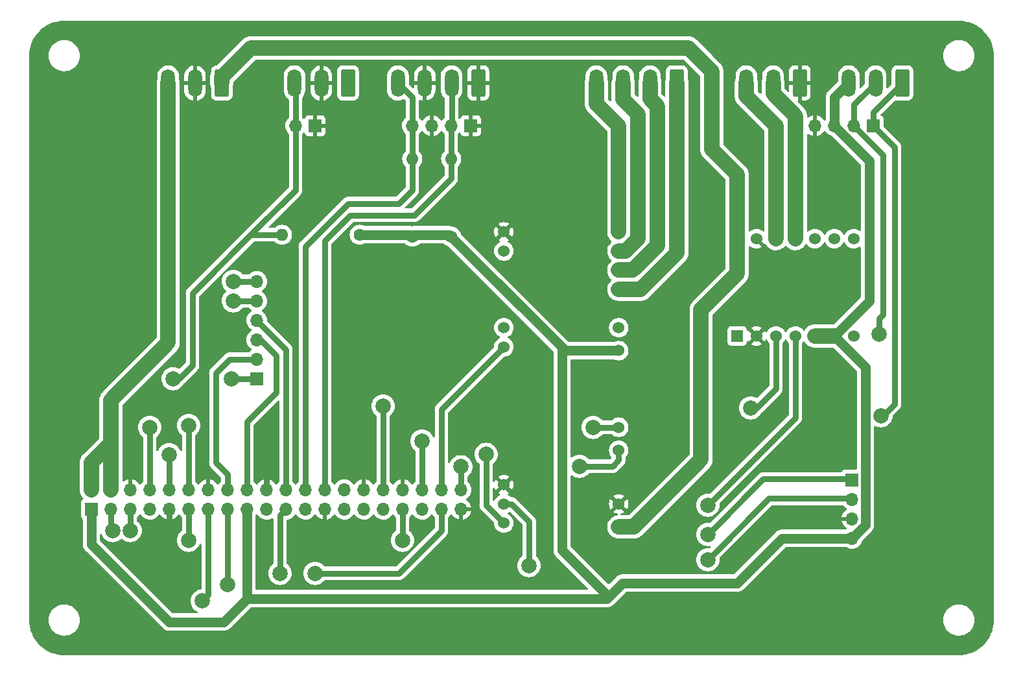
<source format=gbr>
%TF.GenerationSoftware,KiCad,Pcbnew,(6.0.8)*%
%TF.CreationDate,2022-10-29T18:49:12+00:00*%
%TF.ProjectId,PID_Vis_PCB,5049445f-5669-4735-9f50-43422e6b6963,rev?*%
%TF.SameCoordinates,Original*%
%TF.FileFunction,Copper,L2,Bot*%
%TF.FilePolarity,Positive*%
%FSLAX46Y46*%
G04 Gerber Fmt 4.6, Leading zero omitted, Abs format (unit mm)*
G04 Created by KiCad (PCBNEW (6.0.8)) date 2022-10-29 18:49:12*
%MOMM*%
%LPD*%
G01*
G04 APERTURE LIST*
G04 Aperture macros list*
%AMRoundRect*
0 Rectangle with rounded corners*
0 $1 Rounding radius*
0 $2 $3 $4 $5 $6 $7 $8 $9 X,Y pos of 4 corners*
0 Add a 4 corners polygon primitive as box body*
4,1,4,$2,$3,$4,$5,$6,$7,$8,$9,$2,$3,0*
0 Add four circle primitives for the rounded corners*
1,1,$1+$1,$2,$3*
1,1,$1+$1,$4,$5*
1,1,$1+$1,$6,$7*
1,1,$1+$1,$8,$9*
0 Add four rect primitives between the rounded corners*
20,1,$1+$1,$2,$3,$4,$5,0*
20,1,$1+$1,$4,$5,$6,$7,0*
20,1,$1+$1,$6,$7,$8,$9,0*
20,1,$1+$1,$8,$9,$2,$3,0*%
G04 Aperture macros list end*
%TA.AperFunction,ComponentPad*%
%ADD10C,1.524000*%
%TD*%
%TA.AperFunction,ComponentPad*%
%ADD11R,1.524000X1.524000*%
%TD*%
%TA.AperFunction,ComponentPad*%
%ADD12R,1.700000X1.700000*%
%TD*%
%TA.AperFunction,ComponentPad*%
%ADD13O,1.700000X1.700000*%
%TD*%
%TA.AperFunction,ComponentPad*%
%ADD14RoundRect,0.250000X0.650000X1.550000X-0.650000X1.550000X-0.650000X-1.550000X0.650000X-1.550000X0*%
%TD*%
%TA.AperFunction,ComponentPad*%
%ADD15O,1.800000X3.600000*%
%TD*%
%TA.AperFunction,ComponentPad*%
%ADD16C,1.600000*%
%TD*%
%TA.AperFunction,ComponentPad*%
%ADD17O,1.600000X1.600000*%
%TD*%
%TA.AperFunction,ViaPad*%
%ADD18C,2.000000*%
%TD*%
%TA.AperFunction,Conductor*%
%ADD19C,0.750000*%
%TD*%
%TA.AperFunction,Conductor*%
%ADD20C,1.250000*%
%TD*%
%TA.AperFunction,Conductor*%
%ADD21C,2.000000*%
%TD*%
G04 APERTURE END LIST*
D10*
%TO.P,U2,14,VIN*%
%TO.N,+12V*%
X230124000Y-69596000D03*
%TO.P,U2,13,GND*%
%TO.N,GND*%
X232664000Y-69596000D03*
%TO.P,U2,12,OUT1*%
%TO.N,Net-(J5-Pad6)*%
X235204000Y-69596000D03*
%TO.P,U2,11,OUT2*%
%TO.N,Net-(J5-Pad5)*%
X237744000Y-69596000D03*
%TO.P,U2,10,IMODE*%
%TO.N,unconnected-(U2-Pad10)*%
X240284000Y-69596000D03*
%TO.P,U2,9,FAULT*%
%TO.N,unconnected-(U2-Pad9)*%
X242824000Y-69596000D03*
%TO.P,U2,8,CS*%
%TO.N,unconnected-(U2-Pad8)*%
X245364000Y-69596000D03*
%TO.P,U2,7,VREF*%
%TO.N,unconnected-(U2-Pad7)*%
X245364000Y-82296000D03*
%TO.P,U2,6,SLEEP*%
%TO.N,+3.3V*%
X242824000Y-82296000D03*
%TO.P,U2,5,PMODE*%
X240284000Y-82296000D03*
%TO.P,U2,4,PH/IN2*%
%TO.N,Net-(J1-Pad33)*%
X237744000Y-82296000D03*
%TO.P,U2,3,EN/IN1*%
%TO.N,Net-(U2-Pad3)*%
X235204000Y-82296000D03*
%TO.P,U2,2,GND*%
%TO.N,GND*%
X232664000Y-82296000D03*
D11*
%TO.P,U2,1,VM*%
%TO.N,unconnected-(U2-Pad1)*%
X230124000Y-82296000D03*
%TD*%
D10*
%TO.P,U1,1,M+*%
%TO.N,+12V*%
X214670000Y-107214000D03*
%TO.P,U1,2,GND*%
%TO.N,GND*%
X214670000Y-104214000D03*
%TO.P,U1,3,MS2*%
%TO.N,Net-(J1-Pad40)*%
X214670000Y-97214000D03*
%TO.P,U1,4,ENABLE*%
%TO.N,Net-(J1-Pad12)*%
X214670000Y-94214000D03*
%TO.P,U1,5,RST*%
%TO.N,+3.3V*%
X214670000Y-84214000D03*
%TO.P,U1,6,PFD*%
%TO.N,unconnected-(U1-Pad6)*%
X214670000Y-81214000D03*
%TO.P,U1,7,B2*%
%TO.N,Net-(J3-Pad1)*%
X214670000Y-76214000D03*
%TO.P,U1,8,B1*%
%TO.N,Net-(J3-Pad2)*%
X214670000Y-73714000D03*
%TO.P,U1,9,A2*%
%TO.N,Net-(J3-Pad3)*%
X214670000Y-71214000D03*
%TO.P,U1,10,A1*%
%TO.N,Net-(J3-Pad4)*%
X214670000Y-68714000D03*
%TO.P,U1,11,GND*%
%TO.N,GND*%
X199670000Y-68714000D03*
%TO.P,U1,12,+5V*%
%TO.N,unconnected-(U1-Pad12)*%
X199670000Y-71214000D03*
%TO.P,U1,13,SLP*%
%TO.N,unconnected-(U1-Pad13)*%
X199670000Y-81214000D03*
%TO.P,U1,14,MS1*%
%TO.N,Net-(J1-Pad38)*%
X199670000Y-83714000D03*
%TO.P,U1,15,GND*%
%TO.N,GND*%
X199670000Y-101714000D03*
%TO.P,U1,16,STEP*%
%TO.N,Net-(J1-Pad11)*%
X199670000Y-104214000D03*
%TO.P,U1,17,DIR*%
%TO.N,Net-(J1-Pad10)*%
X199670000Y-106714000D03*
%TD*%
D12*
%TO.P,J4,1,Pin_1*%
%TO.N,Net-(J3-Pad1)*%
X222250000Y-54864000D03*
D13*
%TO.P,J4,2,Pin_2*%
%TO.N,Net-(J3-Pad2)*%
X219710000Y-54864000D03*
%TO.P,J4,3,Pin_3*%
%TO.N,Net-(J3-Pad3)*%
X217170000Y-54864000D03*
%TO.P,J4,4,Pin_4*%
%TO.N,Net-(J3-Pad4)*%
X214630000Y-54864000D03*
%TD*%
D14*
%TO.P,J9,1,Pin_1*%
%TO.N,GND*%
X196342000Y-49276000D03*
D15*
%TO.P,J9,2,Pin_2*%
%TO.N,Net-(J10-Pad2)*%
X192842000Y-49276000D03*
%TO.P,J9,3,Pin_3*%
%TO.N,GND*%
X189342000Y-49276000D03*
%TO.P,J9,4,Pin_4*%
%TO.N,Net-(J1-Pad24)*%
X185842000Y-49276000D03*
%TD*%
D16*
%TO.P,R3,1*%
%TO.N,+3.3V*%
X180848000Y-69088000D03*
D17*
%TO.P,R3,2*%
%TO.N,Net-(J1-Pad21)*%
X170688000Y-69088000D03*
%TD*%
D16*
%TO.P,R2,1*%
%TO.N,+3.3V*%
X187706000Y-69342000D03*
D17*
%TO.P,R2,2*%
%TO.N,Net-(J1-Pad24)*%
X187706000Y-59182000D03*
%TD*%
D16*
%TO.P,R1,1*%
%TO.N,+3.3V*%
X192786000Y-69342000D03*
D17*
%TO.P,R1,2*%
%TO.N,Net-(J10-Pad2)*%
X192786000Y-59182000D03*
%TD*%
D12*
%TO.P,J13,1,Pin_1*%
%TO.N,GND*%
X175006000Y-54864000D03*
D13*
%TO.P,J13,2,Pin_2*%
%TO.N,Net-(J1-Pad21)*%
X172466000Y-54864000D03*
%TD*%
D14*
%TO.P,J12,1,Pin_1*%
%TO.N,unconnected-(J12-Pad1)*%
X179324000Y-49287500D03*
D15*
%TO.P,J12,2,Pin_2*%
%TO.N,GND*%
X175824000Y-49287500D03*
%TO.P,J12,3,Pin_3*%
%TO.N,Net-(J1-Pad21)*%
X172324000Y-49287500D03*
%TD*%
D12*
%TO.P,J11,1,Pin_1*%
%TO.N,Net-(J1-Pad15)*%
X167386000Y-87884000D03*
D13*
%TO.P,J11,2,Pin_2*%
%TO.N,Net-(J1-Pad16)*%
X167386000Y-85344000D03*
%TO.P,J11,3,Pin_3*%
%TO.N,Net-(J1-Pad18)*%
X167386000Y-82804000D03*
%TO.P,J11,4,Pin_4*%
%TO.N,Net-(J1-Pad22)*%
X167386000Y-80264000D03*
%TO.P,J11,5,Pin_5*%
%TO.N,Net-(J1-Pad37)*%
X167386000Y-77724000D03*
%TO.P,J11,6,Pin_6*%
%TO.N,Net-(J1-Pad13)*%
X167386000Y-75184000D03*
%TD*%
D12*
%TO.P,J10,1,Pin_1*%
%TO.N,GND*%
X195326000Y-54864000D03*
D13*
%TO.P,J10,2,Pin_2*%
%TO.N,Net-(J10-Pad2)*%
X192786000Y-54864000D03*
%TO.P,J10,3,Pin_3*%
%TO.N,GND*%
X190246000Y-54864000D03*
%TO.P,J10,4,Pin_4*%
%TO.N,Net-(J1-Pad24)*%
X187706000Y-54864000D03*
%TD*%
D12*
%TO.P,J1,1,3V3*%
%TO.N,+3.3V*%
X145796000Y-104902000D03*
D13*
%TO.P,J1,2,5V*%
%TO.N,+5V*%
X145796000Y-102362000D03*
%TO.P,J1,3,SDA/GPIO2*%
%TO.N,Net-(J1-Pad3)*%
X148336000Y-104902000D03*
%TO.P,J1,4,5V*%
%TO.N,+5V*%
X148336000Y-102362000D03*
%TO.P,J1,5,SCL/GPIO3*%
%TO.N,Net-(J1-Pad5)*%
X150876000Y-104902000D03*
%TO.P,J1,6,GND*%
%TO.N,GND*%
X150876000Y-102362000D03*
%TO.P,J1,7,GCLK0/GPIO4*%
%TO.N,unconnected-(J1-Pad7)*%
X153416000Y-104902000D03*
%TO.P,J1,8,GPIO14/TXD*%
%TO.N,Net-(J5-Pad2)*%
X153416000Y-102362000D03*
%TO.P,J1,9,GND*%
%TO.N,GND*%
X155956000Y-104902000D03*
%TO.P,J1,10,GPIO15/RXD*%
%TO.N,Net-(J1-Pad10)*%
X155956000Y-102362000D03*
%TO.P,J1,11,GPIO17*%
%TO.N,Net-(J1-Pad11)*%
X158496000Y-104902000D03*
%TO.P,J1,12,GPIO18/PWM0*%
%TO.N,Net-(J1-Pad12)*%
X158496000Y-102362000D03*
%TO.P,J1,13,GPIO27*%
%TO.N,Net-(J1-Pad13)*%
X161036000Y-104902000D03*
%TO.P,J1,14,GND*%
%TO.N,GND*%
X161036000Y-102362000D03*
%TO.P,J1,15,GPIO22*%
%TO.N,Net-(J1-Pad15)*%
X163576000Y-104902000D03*
%TO.P,J1,16,GPIO23*%
%TO.N,Net-(J1-Pad16)*%
X163576000Y-102362000D03*
%TO.P,J1,17,3V3*%
%TO.N,+3.3V*%
X166116000Y-104902000D03*
%TO.P,J1,18,GPIO24*%
%TO.N,Net-(J1-Pad18)*%
X166116000Y-102362000D03*
%TO.P,J1,19,MOSI0/GPIO10*%
%TO.N,unconnected-(J1-Pad19)*%
X168656000Y-104902000D03*
%TO.P,J1,20,GND*%
%TO.N,GND*%
X168656000Y-102362000D03*
%TO.P,J1,21,MISO0/GPIO9*%
%TO.N,Net-(J1-Pad21)*%
X171196000Y-104902000D03*
%TO.P,J1,22,GPIO25*%
%TO.N,Net-(J1-Pad22)*%
X171196000Y-102362000D03*
%TO.P,J1,23,SCLK0/GPIO11*%
%TO.N,unconnected-(J1-Pad23)*%
X173736000Y-104902000D03*
%TO.P,J1,24,~{CE0}/GPIO8*%
%TO.N,Net-(J1-Pad24)*%
X173736000Y-102362000D03*
%TO.P,J1,25,GND*%
%TO.N,GND*%
X176276000Y-104902000D03*
%TO.P,J1,26,~{CE1}/GPIO7*%
%TO.N,Net-(J10-Pad2)*%
X176276000Y-102362000D03*
%TO.P,J1,27,ID_SD/GPIO0*%
%TO.N,unconnected-(J1-Pad27)*%
X178816000Y-104902000D03*
%TO.P,J1,28,ID_SC/GPIO1*%
%TO.N,unconnected-(J1-Pad28)*%
X178816000Y-102362000D03*
%TO.P,J1,29,GCLK1/GPIO5*%
%TO.N,unconnected-(J1-Pad29)*%
X181356000Y-104902000D03*
%TO.P,J1,30,GND*%
%TO.N,GND*%
X181356000Y-102362000D03*
%TO.P,J1,31,GCLK2/GPIO6*%
%TO.N,unconnected-(J1-Pad31)*%
X183896000Y-104902000D03*
%TO.P,J1,32,PWM0/GPIO12*%
%TO.N,Net-(U2-Pad3)*%
X183896000Y-102362000D03*
%TO.P,J1,33,PWM1/GPIO13*%
%TO.N,Net-(J1-Pad33)*%
X186436000Y-104902000D03*
%TO.P,J1,34,GND*%
%TO.N,GND*%
X186436000Y-102362000D03*
%TO.P,J1,35,GPIO19/MISO1*%
%TO.N,unconnected-(J1-Pad35)*%
X188976000Y-104902000D03*
%TO.P,J1,36,GPIO16*%
%TO.N,Net-(J1-Pad36)*%
X188976000Y-102362000D03*
%TO.P,J1,37,GPIO26*%
%TO.N,Net-(J1-Pad37)*%
X191516000Y-104902000D03*
%TO.P,J1,38,GPIO20/MOSI1*%
%TO.N,Net-(J1-Pad38)*%
X191516000Y-102362000D03*
%TO.P,J1,39,GND*%
%TO.N,GND*%
X194056000Y-104902000D03*
%TO.P,J1,40,GPIO21/SCLK1*%
%TO.N,Net-(J1-Pad40)*%
X194056000Y-102362000D03*
%TD*%
D14*
%TO.P,J8,1,Pin_1*%
%TO.N,+12V*%
X162830000Y-49287500D03*
D15*
%TO.P,J8,2,Pin_2*%
%TO.N,GND*%
X159330000Y-49287500D03*
%TO.P,J8,3,Pin_3*%
%TO.N,+5V*%
X155830000Y-49287500D03*
%TD*%
D13*
%TO.P,J2,4,Pin_4*%
%TO.N,+3.3V*%
X245110000Y-108712000D03*
%TO.P,J2,3,Pin_3*%
%TO.N,GND*%
X245110000Y-106172000D03*
%TO.P,J2,2,Pin_2*%
%TO.N,Net-(J1-Pad3)*%
X245110000Y-103632000D03*
D12*
%TO.P,J2,1,Pin_1*%
%TO.N,Net-(J1-Pad5)*%
X245110000Y-101092000D03*
%TD*%
D14*
%TO.P,J6,1,Pin_1*%
%TO.N,GND*%
X238329000Y-49276000D03*
D15*
%TO.P,J6,2,Pin_2*%
%TO.N,Net-(J5-Pad5)*%
X234829000Y-49276000D03*
%TO.P,J6,3,Pin_3*%
%TO.N,Net-(J5-Pad6)*%
X231329000Y-49276000D03*
%TD*%
D13*
%TO.P,J5,6,Pin_6*%
%TO.N,Net-(J5-Pad6)*%
X235204000Y-54864000D03*
%TO.P,J5,5,Pin_5*%
%TO.N,Net-(J5-Pad5)*%
X237744000Y-54864000D03*
%TO.P,J5,4,Pin_4*%
%TO.N,GND*%
X240284000Y-54864000D03*
%TO.P,J5,3,Pin_3*%
%TO.N,+3.3V*%
X242824000Y-54864000D03*
%TO.P,J5,2,Pin_2*%
%TO.N,Net-(J5-Pad2)*%
X245364000Y-54864000D03*
D12*
%TO.P,J5,1,Pin_1*%
%TO.N,Net-(J1-Pad36)*%
X247904000Y-54864000D03*
%TD*%
D14*
%TO.P,J7,1,Pin_1*%
%TO.N,Net-(J1-Pad36)*%
X251714000Y-49276000D03*
D15*
%TO.P,J7,2,Pin_2*%
%TO.N,Net-(J5-Pad2)*%
X248214000Y-49276000D03*
%TO.P,J7,3,Pin_3*%
%TO.N,+3.3V*%
X244714000Y-49276000D03*
%TD*%
D14*
%TO.P,J3,1,Pin_1*%
%TO.N,Net-(J3-Pad1)*%
X222250000Y-49276000D03*
D15*
%TO.P,J3,2,Pin_2*%
%TO.N,Net-(J3-Pad2)*%
X218750000Y-49276000D03*
%TO.P,J3,3,Pin_3*%
%TO.N,Net-(J3-Pad3)*%
X215250000Y-49276000D03*
%TO.P,J3,4,Pin_4*%
%TO.N,Net-(J3-Pad4)*%
X211750000Y-49276000D03*
%TD*%
D18*
%TO.N,GND*%
X168656000Y-98806000D03*
X154940000Y-107696000D03*
%TO.N,Net-(J1-Pad13)*%
X160274000Y-116890500D03*
X164338000Y-75184000D03*
%TO.N,Net-(J1-Pad37)*%
X175006000Y-113284000D03*
X164338000Y-77724000D03*
%TO.N,Net-(J1-Pad15)*%
X163576000Y-114757500D03*
X164084000Y-87884000D03*
%TO.N,Net-(J1-Pad21)*%
X170434000Y-113284000D03*
X156464000Y-87884000D03*
%TO.N,Net-(J1-Pad12)*%
X158496000Y-93980000D03*
X211328000Y-94234000D03*
%TO.N,Net-(J1-Pad10)*%
X197358000Y-97739500D03*
X155956000Y-97790000D03*
%TO.N,Net-(J1-Pad40)*%
X194056000Y-99364500D03*
X209550000Y-99314000D03*
%TO.N,Net-(J1-Pad36)*%
X188976000Y-96012000D03*
X248920000Y-92710000D03*
%TO.N,Net-(J5-Pad2)*%
X248666000Y-82042000D03*
X153416000Y-94234000D03*
%TO.N,Net-(U2-Pad3)*%
X231902000Y-91694000D03*
X183896000Y-91440000D03*
%TO.N,Net-(J1-Pad11)*%
X158496000Y-108966000D03*
X202946000Y-112268000D03*
%TO.N,Net-(J1-Pad33)*%
X186436000Y-108966000D03*
X226314000Y-104394000D03*
%TO.N,Net-(J1-Pad3)*%
X148590000Y-107696000D03*
X226314000Y-111506000D03*
%TO.N,Net-(J1-Pad5)*%
X150876000Y-107696000D03*
X226314000Y-108204000D03*
%TD*%
D19*
%TO.N,Net-(J1-Pad21)*%
X170439000Y-105659000D02*
X171196000Y-104902000D01*
X170439000Y-113279000D02*
X170439000Y-105659000D01*
X170434000Y-113284000D02*
X170439000Y-113279000D01*
%TO.N,Net-(J5-Pad2)*%
X249174000Y-58674000D02*
X245364000Y-54864000D01*
X249174000Y-79502000D02*
X249174000Y-58674000D01*
X248666000Y-80010000D02*
X249174000Y-79502000D01*
X248666000Y-82042000D02*
X248666000Y-80010000D01*
%TO.N,Net-(J1-Pad18)*%
X169926000Y-89662000D02*
X166116000Y-93472000D01*
X166116000Y-93472000D02*
X166116000Y-102362000D01*
X169926000Y-84836000D02*
X169926000Y-89662000D01*
X167894000Y-82804000D02*
X169926000Y-84836000D01*
X167386000Y-82804000D02*
X167894000Y-82804000D01*
%TO.N,Net-(J1-Pad21)*%
X159004000Y-76708000D02*
X166751000Y-68961000D01*
X159004000Y-86106000D02*
X159004000Y-76708000D01*
X157226000Y-87884000D02*
X159004000Y-86106000D01*
X156464000Y-87884000D02*
X157226000Y-87884000D01*
%TO.N,GND*%
X168656000Y-102362000D02*
X168656000Y-98806000D01*
%TO.N,Net-(U2-Pad3)*%
X235204000Y-89154000D02*
X235204000Y-82296000D01*
X232664000Y-91694000D02*
X235204000Y-89154000D01*
X231902000Y-91694000D02*
X232664000Y-91694000D01*
X183896000Y-91440000D02*
X183896000Y-102362000D01*
%TO.N,Net-(J1-Pad12)*%
X158496000Y-93980000D02*
X158496000Y-102362000D01*
%TO.N,GND*%
X155956000Y-106680000D02*
X154940000Y-107696000D01*
X155956000Y-104902000D02*
X155956000Y-106680000D01*
%TO.N,Net-(J1-Pad5)*%
X150876000Y-107696000D02*
X150876000Y-104902000D01*
%TO.N,Net-(J1-Pad3)*%
X148336000Y-107442000D02*
X148336000Y-104902000D01*
X148590000Y-107696000D02*
X148336000Y-107442000D01*
D20*
%TO.N,+3.3V*%
X155956000Y-119634000D02*
X145796000Y-109474000D01*
X163068000Y-119634000D02*
X155956000Y-119634000D01*
X166116000Y-116586000D02*
X163068000Y-119634000D01*
X145796000Y-109474000D02*
X145796000Y-104902000D01*
X213106000Y-116586000D02*
X166116000Y-116586000D01*
D19*
%TO.N,Net-(J1-Pad13)*%
X161036000Y-116128500D02*
X161036000Y-104902000D01*
X160274000Y-116890500D02*
X161036000Y-116128500D01*
%TO.N,Net-(J1-Pad33)*%
X237744000Y-92964000D02*
X237744000Y-82296000D01*
X226314000Y-104394000D02*
X237744000Y-92964000D01*
%TO.N,Net-(J1-Pad11)*%
X158496000Y-108966000D02*
X158496000Y-104902000D01*
X200686000Y-104214000D02*
X199670000Y-104214000D01*
X202979500Y-106507500D02*
X200686000Y-104214000D01*
X202979500Y-112234500D02*
X202979500Y-106507500D01*
X202946000Y-112268000D02*
X202979500Y-112234500D01*
%TO.N,Net-(J1-Pad37)*%
X191516000Y-107696000D02*
X191516000Y-104902000D01*
X175006000Y-113284000D02*
X185928000Y-113284000D01*
X185928000Y-113284000D02*
X191516000Y-107696000D01*
%TO.N,Net-(J1-Pad15)*%
X163576000Y-114757500D02*
X163576000Y-104902000D01*
%TO.N,Net-(J1-Pad10)*%
X155956000Y-97790000D02*
X155956000Y-102362000D01*
%TO.N,Net-(J1-Pad36)*%
X249174000Y-92710000D02*
X248920000Y-92710000D01*
X250698000Y-57658000D02*
X250698000Y-91186000D01*
X247904000Y-54864000D02*
X250698000Y-57658000D01*
X250698000Y-91186000D02*
X249174000Y-92710000D01*
%TO.N,Net-(J1-Pad21)*%
X166878000Y-69088000D02*
X166751000Y-68961000D01*
D20*
%TO.N,+3.3V*%
X187452000Y-69088000D02*
X187706000Y-69342000D01*
X180848000Y-69088000D02*
X187452000Y-69088000D01*
D19*
%TO.N,Net-(J1-Pad21)*%
X170688000Y-69088000D02*
X166878000Y-69088000D01*
X172466000Y-63246000D02*
X166751000Y-68961000D01*
X172466000Y-54864000D02*
X172466000Y-63246000D01*
%TO.N,Net-(J1-Pad24)*%
X187706000Y-63246000D02*
X187706000Y-59182000D01*
X185928000Y-65024000D02*
X187706000Y-63246000D01*
X173736000Y-70612000D02*
X179324000Y-65024000D01*
X173736000Y-102362000D02*
X173736000Y-70612000D01*
X179324000Y-65024000D02*
X185928000Y-65024000D01*
%TO.N,Net-(J10-Pad2)*%
X192786000Y-61722000D02*
X192786000Y-59182000D01*
X187960000Y-66548000D02*
X192786000Y-61722000D01*
X179578000Y-66548000D02*
X187960000Y-66548000D01*
X176276000Y-69850000D02*
X179578000Y-66548000D01*
X176276000Y-102362000D02*
X176276000Y-69850000D01*
D21*
%TO.N,+12V*%
X230124000Y-61214000D02*
X230124000Y-69596000D01*
X226822000Y-57912000D02*
X230124000Y-61214000D01*
X226822000Y-47752000D02*
X226822000Y-57912000D01*
X223774000Y-44704000D02*
X226822000Y-47752000D01*
X166624000Y-44704000D02*
X223774000Y-44704000D01*
X162830000Y-48498000D02*
X166624000Y-44704000D01*
X162830000Y-49287500D02*
X162830000Y-48498000D01*
%TO.N,Net-(J3-Pad2)*%
X216504270Y-73714000D02*
X214670000Y-73714000D01*
X219710000Y-70508270D02*
X216504270Y-73714000D01*
X219710000Y-54864000D02*
X219710000Y-70508270D01*
%TO.N,Net-(J3-Pad3)*%
X215535270Y-71214000D02*
X214670000Y-71214000D01*
X217170000Y-69579270D02*
X215535270Y-71214000D01*
X217170000Y-54864000D02*
X217170000Y-69579270D01*
D19*
%TO.N,Net-(J1-Pad22)*%
X171196000Y-84074000D02*
X171196000Y-102362000D01*
X167386000Y-80264000D02*
X171196000Y-84074000D01*
D20*
%TO.N,+3.3V*%
X235966000Y-108712000D02*
X245110000Y-108712000D01*
X230124000Y-114554000D02*
X235966000Y-108712000D01*
X215138000Y-114554000D02*
X230124000Y-114554000D01*
X213360000Y-116332000D02*
X215138000Y-114554000D01*
D19*
%TO.N,Net-(J5-Pad2)*%
X153416000Y-94234000D02*
X153416000Y-102362000D01*
D21*
%TO.N,+5V*%
X148336000Y-90678000D02*
X148336000Y-101854000D01*
X155830000Y-83184000D02*
X148336000Y-90678000D01*
X155830000Y-49287500D02*
X155830000Y-83184000D01*
D20*
%TO.N,+3.3V*%
X166116000Y-104902000D02*
X166116000Y-116586000D01*
D19*
%TO.N,Net-(J1-Pad3)*%
X234315000Y-103505000D02*
X244983000Y-103505000D01*
X244983000Y-103505000D02*
X245110000Y-103632000D01*
X226314000Y-111506000D02*
X234315000Y-103505000D01*
%TO.N,Net-(J1-Pad5)*%
X244983000Y-100965000D02*
X245110000Y-101092000D01*
X233553000Y-100965000D02*
X244983000Y-100965000D01*
X226314000Y-108204000D02*
X233553000Y-100965000D01*
D20*
%TO.N,+3.3V*%
X247396000Y-77724000D02*
X242824000Y-82296000D01*
X247396000Y-59436000D02*
X247396000Y-77724000D01*
X242824000Y-54864000D02*
X247396000Y-59436000D01*
X246888000Y-106934000D02*
X246888000Y-86360000D01*
X245110000Y-108712000D02*
X246888000Y-106934000D01*
D21*
X240284000Y-82296000D02*
X242824000Y-82296000D01*
D20*
X246888000Y-86360000D02*
X242824000Y-82296000D01*
D21*
%TO.N,+12V*%
X225425000Y-78867000D02*
X225425000Y-98425000D01*
X230124000Y-74168000D02*
X225425000Y-78867000D01*
X225425000Y-98425000D02*
X216636000Y-107214000D01*
X216636000Y-107214000D02*
X214670000Y-107214000D01*
X230124000Y-69596000D02*
X230124000Y-74168000D01*
%TO.N,Net-(J5-Pad5)*%
X237744000Y-54864000D02*
X237744000Y-69596000D01*
%TO.N,Net-(J5-Pad6)*%
X235204000Y-54864000D02*
X235204000Y-69596000D01*
%TO.N,Net-(J5-Pad5)*%
X234829000Y-50679000D02*
X234829000Y-49276000D01*
X237744000Y-53594000D02*
X234829000Y-50679000D01*
X237744000Y-54864000D02*
X237744000Y-53594000D01*
%TO.N,Net-(J5-Pad6)*%
X231329000Y-50989000D02*
X231329000Y-49276000D01*
X235204000Y-54864000D02*
X231329000Y-50989000D01*
D19*
%TO.N,Net-(J1-Pad36)*%
X247904000Y-53086000D02*
X251714000Y-49276000D01*
X247904000Y-54864000D02*
X247904000Y-53086000D01*
%TO.N,Net-(J5-Pad2)*%
X245364000Y-54864000D02*
X245364000Y-52126000D01*
X245364000Y-52126000D02*
X248214000Y-49276000D01*
D20*
%TO.N,+3.3V*%
X242824000Y-51166000D02*
X244714000Y-49276000D01*
X242824000Y-54864000D02*
X242824000Y-51166000D01*
D19*
%TO.N,Net-(J1-Pad10)*%
X197358000Y-104402000D02*
X199670000Y-106714000D01*
X197358000Y-97739500D02*
X197358000Y-104402000D01*
%TO.N,Net-(J1-Pad33)*%
X186436000Y-108966000D02*
X186436000Y-104902000D01*
%TO.N,Net-(J1-Pad40)*%
X213868000Y-99314000D02*
X214670000Y-98512000D01*
X214670000Y-98512000D02*
X214670000Y-97214000D01*
X209550000Y-99314000D02*
X213868000Y-99314000D01*
X194056000Y-99364500D02*
X194056000Y-102362000D01*
%TO.N,Net-(J1-Pad38)*%
X191516000Y-91868000D02*
X199670000Y-83714000D01*
X191516000Y-102362000D02*
X191516000Y-91868000D01*
%TO.N,Net-(J1-Pad36)*%
X188976000Y-96012000D02*
X188976000Y-102362000D01*
%TO.N,Net-(J1-Pad37)*%
X164338000Y-77724000D02*
X167386000Y-77724000D01*
%TO.N,Net-(J1-Pad13)*%
X167386000Y-75184000D02*
X164338000Y-75184000D01*
%TO.N,Net-(J1-Pad16)*%
X163576000Y-100330000D02*
X163576000Y-102362000D01*
X162052000Y-98806000D02*
X163576000Y-100330000D01*
X162052000Y-87122000D02*
X162052000Y-98806000D01*
X163830000Y-85344000D02*
X162052000Y-87122000D01*
X167386000Y-85344000D02*
X163830000Y-85344000D01*
%TO.N,Net-(J1-Pad15)*%
X164084000Y-87884000D02*
X167386000Y-87884000D01*
%TO.N,Net-(J1-Pad12)*%
X211348000Y-94214000D02*
X214670000Y-94214000D01*
X211328000Y-94234000D02*
X211348000Y-94214000D01*
D20*
%TO.N,+3.3V*%
X207264000Y-110236000D02*
X213360000Y-116332000D01*
X207264000Y-84214000D02*
X207264000Y-110236000D01*
X214670000Y-84214000D02*
X207264000Y-84214000D01*
X207658000Y-84214000D02*
X214670000Y-84214000D01*
X192786000Y-69342000D02*
X207658000Y-84214000D01*
D21*
%TO.N,+5V*%
X145796000Y-102362000D02*
X145796000Y-98806000D01*
X145796000Y-98806000D02*
X148336000Y-96266000D01*
X148336000Y-96266000D02*
X148336000Y-102362000D01*
%TO.N,Net-(J3-Pad1)*%
X222250000Y-54864000D02*
X222250000Y-71483810D01*
X222250000Y-71483810D02*
X217519810Y-76214000D01*
X222250000Y-54864000D02*
X222250000Y-49276000D01*
%TO.N,Net-(J3-Pad2)*%
X218750000Y-51364000D02*
X218750000Y-49276000D01*
X219710000Y-52324000D02*
X218750000Y-51364000D01*
X219710000Y-54864000D02*
X219710000Y-52324000D01*
%TO.N,Net-(J3-Pad3)*%
X215250000Y-51420000D02*
X215250000Y-49276000D01*
X217170000Y-53340000D02*
X215250000Y-51420000D01*
X217170000Y-54864000D02*
X217170000Y-53340000D01*
%TO.N,Net-(J3-Pad4)*%
X211750000Y-51984000D02*
X211750000Y-49276000D01*
X214630000Y-54864000D02*
X211750000Y-51984000D01*
X214670000Y-54904000D02*
X214630000Y-54864000D01*
X214670000Y-68714000D02*
X214670000Y-54904000D01*
%TO.N,Net-(J3-Pad1)*%
X214670000Y-76214000D02*
X217519810Y-76214000D01*
D19*
%TO.N,Net-(J10-Pad2)*%
X192786000Y-59182000D02*
X192786000Y-54864000D01*
D20*
%TO.N,+3.3V*%
X192532000Y-69088000D02*
X192786000Y-69342000D01*
X187960000Y-69088000D02*
X192532000Y-69088000D01*
X187706000Y-69342000D02*
X187960000Y-69088000D01*
D19*
%TO.N,Net-(J1-Pad24)*%
X187706000Y-59182000D02*
X187706000Y-54864000D01*
X187706000Y-51140000D02*
X187706000Y-54864000D01*
X185842000Y-49276000D02*
X187706000Y-51140000D01*
%TO.N,Net-(J10-Pad2)*%
X192842000Y-54808000D02*
X192786000Y-54864000D01*
X192842000Y-49276000D02*
X192842000Y-54808000D01*
%TO.N,Net-(J1-Pad21)*%
X172324000Y-49287500D02*
X172466000Y-49429500D01*
X172466000Y-49429500D02*
X172466000Y-54864000D01*
D20*
%TO.N,+3.3V*%
X213106000Y-116586000D02*
X213360000Y-116332000D01*
%TD*%
%TA.AperFunction,Conductor*%
%TO.N,GND*%
G36*
X259050018Y-41150000D02*
G01*
X259064851Y-41152310D01*
X259064855Y-41152310D01*
X259073724Y-41153691D01*
X259094183Y-41151016D01*
X259116008Y-41150072D01*
X259472937Y-41165656D01*
X259483886Y-41166614D01*
X259868379Y-41217233D01*
X259879205Y-41219142D01*
X260257822Y-41303080D01*
X260268439Y-41305925D01*
X260438702Y-41359608D01*
X260638302Y-41422542D01*
X260648615Y-41426295D01*
X261006932Y-41574715D01*
X261016876Y-41579353D01*
X261360867Y-41758423D01*
X261370387Y-41763919D01*
X261697468Y-41972292D01*
X261706472Y-41978597D01*
X262014138Y-42214678D01*
X262022558Y-42221743D01*
X262308483Y-42483744D01*
X262316256Y-42491517D01*
X262578257Y-42777442D01*
X262585322Y-42785862D01*
X262821403Y-43093528D01*
X262827708Y-43102532D01*
X263036081Y-43429613D01*
X263041576Y-43439132D01*
X263192185Y-43728447D01*
X263220643Y-43783115D01*
X263225285Y-43793068D01*
X263276545Y-43916820D01*
X263373702Y-44151377D01*
X263377458Y-44161698D01*
X263401531Y-44238048D01*
X263494075Y-44531561D01*
X263496920Y-44542178D01*
X263580858Y-44920795D01*
X263582767Y-44931621D01*
X263633386Y-45316114D01*
X263634344Y-45327063D01*
X263638693Y-45426662D01*
X263649603Y-45676552D01*
X263648223Y-45701429D01*
X263646309Y-45713724D01*
X263647473Y-45722626D01*
X263647473Y-45722628D01*
X263650436Y-45745283D01*
X263651500Y-45761621D01*
X263651500Y-119330633D01*
X263650000Y-119350018D01*
X263647690Y-119364851D01*
X263647690Y-119364855D01*
X263646309Y-119373724D01*
X263648984Y-119394183D01*
X263649928Y-119416008D01*
X263649530Y-119425130D01*
X263634344Y-119772936D01*
X263633386Y-119783886D01*
X263582767Y-120168379D01*
X263580858Y-120179205D01*
X263496920Y-120557822D01*
X263494075Y-120568439D01*
X263445177Y-120723526D01*
X263392409Y-120890886D01*
X263377461Y-120938294D01*
X263373705Y-120948615D01*
X263266915Y-121206430D01*
X263225289Y-121306923D01*
X263220647Y-121316876D01*
X263169885Y-121414390D01*
X263041577Y-121660867D01*
X263036081Y-121670387D01*
X262827708Y-121997468D01*
X262821403Y-122006472D01*
X262585322Y-122314138D01*
X262578257Y-122322558D01*
X262316256Y-122608483D01*
X262308483Y-122616256D01*
X262022558Y-122878257D01*
X262014138Y-122885322D01*
X261706472Y-123121403D01*
X261697468Y-123127708D01*
X261370387Y-123336081D01*
X261360868Y-123341576D01*
X261016876Y-123520647D01*
X261006932Y-123525285D01*
X260648615Y-123673705D01*
X260638302Y-123677458D01*
X260438702Y-123740392D01*
X260268439Y-123794075D01*
X260257822Y-123796920D01*
X259879205Y-123880858D01*
X259868379Y-123882767D01*
X259483886Y-123933386D01*
X259472937Y-123934344D01*
X259123446Y-123949603D01*
X259098571Y-123948223D01*
X259086276Y-123946309D01*
X259077374Y-123947473D01*
X259077372Y-123947473D01*
X259062323Y-123949441D01*
X259054714Y-123950436D01*
X259038379Y-123951500D01*
X142289367Y-123951500D01*
X142269982Y-123950000D01*
X142255149Y-123947690D01*
X142255145Y-123947690D01*
X142246276Y-123946309D01*
X142225817Y-123948984D01*
X142203992Y-123949928D01*
X141847063Y-123934344D01*
X141836114Y-123933386D01*
X141451621Y-123882767D01*
X141440795Y-123880858D01*
X141062178Y-123796920D01*
X141051561Y-123794075D01*
X140881298Y-123740392D01*
X140681698Y-123677458D01*
X140671385Y-123673705D01*
X140313068Y-123525285D01*
X140303124Y-123520647D01*
X139959132Y-123341576D01*
X139949613Y-123336081D01*
X139622532Y-123127708D01*
X139613528Y-123121403D01*
X139305862Y-122885322D01*
X139297442Y-122878257D01*
X139011517Y-122616256D01*
X139003744Y-122608483D01*
X138741743Y-122322558D01*
X138734678Y-122314138D01*
X138498597Y-122006472D01*
X138492292Y-121997468D01*
X138283919Y-121670387D01*
X138278423Y-121660867D01*
X138150115Y-121414390D01*
X138099353Y-121316876D01*
X138094711Y-121306923D01*
X138053086Y-121206430D01*
X137946295Y-120948615D01*
X137942539Y-120938294D01*
X137927592Y-120890886D01*
X137874823Y-120723526D01*
X137825925Y-120568439D01*
X137823080Y-120557822D01*
X137739142Y-120179205D01*
X137737233Y-120168379D01*
X137686614Y-119783886D01*
X137685656Y-119772936D01*
X137670561Y-119427208D01*
X137672188Y-119400805D01*
X137672769Y-119397352D01*
X137672770Y-119397345D01*
X137673576Y-119392552D01*
X137673729Y-119380000D01*
X137670674Y-119358666D01*
X140202863Y-119358666D01*
X140203276Y-119365821D01*
X140218815Y-119635335D01*
X140219640Y-119639542D01*
X140219641Y-119639547D01*
X140231246Y-119698696D01*
X140272169Y-119907279D01*
X140361935Y-120169466D01*
X140425053Y-120294963D01*
X140483131Y-120410436D01*
X140486454Y-120417044D01*
X140559576Y-120523437D01*
X140636025Y-120634671D01*
X140643421Y-120645433D01*
X140829932Y-120850405D01*
X140833221Y-120853155D01*
X141039243Y-121025417D01*
X141039248Y-121025421D01*
X141042535Y-121028169D01*
X141096976Y-121062320D01*
X141273656Y-121173152D01*
X141273660Y-121173154D01*
X141277296Y-121175435D01*
X141529872Y-121289477D01*
X141533992Y-121290697D01*
X141533991Y-121290697D01*
X141791475Y-121366967D01*
X141791479Y-121366968D01*
X141795588Y-121368185D01*
X141799825Y-121368833D01*
X141799828Y-121368834D01*
X142028846Y-121403879D01*
X142069527Y-121410104D01*
X142210602Y-121412320D01*
X142342330Y-121414390D01*
X142342336Y-121414390D01*
X142346621Y-121414457D01*
X142621742Y-121381164D01*
X142866758Y-121316885D01*
X142885657Y-121311927D01*
X142885658Y-121311927D01*
X142889800Y-121310840D01*
X143145833Y-121204788D01*
X143385104Y-121064969D01*
X143603186Y-120893971D01*
X143642740Y-120853155D01*
X143759796Y-120732362D01*
X143796043Y-120694958D01*
X143798576Y-120691510D01*
X143798580Y-120691505D01*
X143957568Y-120475068D01*
X143960106Y-120471613D01*
X143991815Y-120413213D01*
X144090290Y-120231844D01*
X144090291Y-120231842D01*
X144092340Y-120228068D01*
X144190298Y-119968830D01*
X144252167Y-119698696D01*
X144276802Y-119422665D01*
X144276987Y-119405056D01*
X144277223Y-119382484D01*
X144277223Y-119382483D01*
X144277249Y-119380000D01*
X144276216Y-119364851D01*
X144258692Y-119107791D01*
X144258691Y-119107785D01*
X144258400Y-119103514D01*
X144202202Y-118832143D01*
X144109695Y-118570911D01*
X143999064Y-118356568D01*
X143984555Y-118328457D01*
X143984555Y-118328456D01*
X143982590Y-118324650D01*
X143967121Y-118302639D01*
X143825707Y-118101428D01*
X143825706Y-118101427D01*
X143823240Y-118097918D01*
X143634593Y-117894909D01*
X143613572Y-117877703D01*
X143465373Y-117756405D01*
X143420140Y-117719382D01*
X143183849Y-117574583D01*
X143179932Y-117572864D01*
X143179929Y-117572862D01*
X143015069Y-117500494D01*
X142930093Y-117463192D01*
X142925965Y-117462016D01*
X142925962Y-117462015D01*
X142832971Y-117435526D01*
X142663568Y-117387270D01*
X142659326Y-117386666D01*
X142659320Y-117386665D01*
X142393455Y-117348827D01*
X142389204Y-117348222D01*
X142243115Y-117347457D01*
X142116366Y-117346793D01*
X142116360Y-117346793D01*
X142112080Y-117346771D01*
X142107835Y-117347330D01*
X142107833Y-117347330D01*
X142096463Y-117348827D01*
X141837323Y-117382944D01*
X141570017Y-117456070D01*
X141542979Y-117467603D01*
X141319060Y-117563112D01*
X141319056Y-117563114D01*
X141315108Y-117564798D01*
X141278561Y-117586671D01*
X141080996Y-117704911D01*
X141080992Y-117704914D01*
X141077314Y-117707115D01*
X140861035Y-117880387D01*
X140670273Y-118081409D01*
X140508557Y-118306460D01*
X140378880Y-118551376D01*
X140283643Y-118811626D01*
X140224606Y-119082392D01*
X140224270Y-119086662D01*
X140203544Y-119350018D01*
X140202863Y-119358666D01*
X137670674Y-119358666D01*
X137669773Y-119352376D01*
X137668500Y-119334514D01*
X137668500Y-98832413D01*
X144282822Y-98832413D01*
X144283316Y-98837448D01*
X144286899Y-98873992D01*
X144287500Y-98886288D01*
X144287500Y-102423001D01*
X144287702Y-102425509D01*
X144287702Y-102425514D01*
X144292891Y-102490000D01*
X144302060Y-102603965D01*
X144303266Y-102608873D01*
X144303266Y-102608876D01*
X144340632Y-102761003D01*
X144359963Y-102839706D01*
X144361938Y-102844358D01*
X144361939Y-102844362D01*
X144385329Y-102899465D01*
X144454812Y-103063156D01*
X144502981Y-103139646D01*
X144571727Y-103248812D01*
X144584167Y-103268567D01*
X144708968Y-103410127D01*
X144716432Y-103418593D01*
X144746476Y-103482919D01*
X144736975Y-103553277D01*
X144697482Y-103602743D01*
X144582739Y-103688739D01*
X144495385Y-103805295D01*
X144444255Y-103941684D01*
X144437500Y-104003866D01*
X144437500Y-105800134D01*
X144444255Y-105862316D01*
X144495385Y-105998705D01*
X144582739Y-106115261D01*
X144612067Y-106137241D01*
X144654580Y-106194100D01*
X144662500Y-106238066D01*
X144662500Y-109367633D01*
X144661567Y-109378694D01*
X144661847Y-109378715D01*
X144661408Y-109384688D01*
X144660402Y-109390607D01*
X144660533Y-109396608D01*
X144662470Y-109485370D01*
X144662500Y-109488119D01*
X144662500Y-109528041D01*
X144663231Y-109535705D01*
X144663769Y-109544901D01*
X144665121Y-109606848D01*
X144666383Y-109612708D01*
X144672365Y-109640494D01*
X144674617Y-109655044D01*
X144677887Y-109689315D01*
X144679577Y-109695075D01*
X144679577Y-109695076D01*
X144695329Y-109748768D01*
X144697603Y-109757717D01*
X144710644Y-109818295D01*
X144712992Y-109823814D01*
X144712993Y-109823816D01*
X144724120Y-109849966D01*
X144729083Y-109863827D01*
X144738774Y-109896860D01*
X144761682Y-109941338D01*
X144767139Y-109951934D01*
X144771061Y-109960286D01*
X144795329Y-110017320D01*
X144798680Y-110022297D01*
X144814556Y-110045879D01*
X144822052Y-110058554D01*
X144837809Y-110089148D01*
X144876083Y-110137874D01*
X144881506Y-110145324D01*
X144890450Y-110158608D01*
X144916122Y-110196740D01*
X144919945Y-110200956D01*
X144941138Y-110222149D01*
X144951128Y-110233410D01*
X144971417Y-110259239D01*
X145015727Y-110297689D01*
X145019564Y-110301019D01*
X145026078Y-110307089D01*
X155079280Y-120360291D01*
X155086444Y-120368776D01*
X155086657Y-120368592D01*
X155090572Y-120373128D01*
X155094043Y-120378021D01*
X155098374Y-120382167D01*
X155162553Y-120443605D01*
X155164517Y-120445528D01*
X155192707Y-120473718D01*
X155195019Y-120475627D01*
X155195022Y-120475630D01*
X155198624Y-120478604D01*
X155205521Y-120484739D01*
X155245946Y-120523437D01*
X155245950Y-120523440D01*
X155250285Y-120527590D01*
X155279197Y-120546258D01*
X155291081Y-120554955D01*
X155317626Y-120576876D01*
X155350691Y-120594941D01*
X155372005Y-120606586D01*
X155379924Y-120611297D01*
X155431991Y-120644916D01*
X155463928Y-120657787D01*
X155477224Y-120664073D01*
X155507436Y-120680579D01*
X155513152Y-120682409D01*
X155513155Y-120682410D01*
X155566446Y-120699468D01*
X155575134Y-120702604D01*
X155632604Y-120725766D01*
X155638482Y-120726914D01*
X155638486Y-120726915D01*
X155656682Y-120730468D01*
X155666385Y-120732363D01*
X155680647Y-120736025D01*
X155707712Y-120744689D01*
X155707722Y-120744691D01*
X155713432Y-120746519D01*
X155719388Y-120747235D01*
X155719395Y-120747236D01*
X155774955Y-120753911D01*
X155784075Y-120755347D01*
X155826427Y-120763617D01*
X155844887Y-120767222D01*
X155850571Y-120767500D01*
X155880545Y-120767500D01*
X155895573Y-120768399D01*
X155922233Y-120771602D01*
X155922237Y-120771602D01*
X155928180Y-120772316D01*
X155934156Y-120771893D01*
X155934159Y-120771893D01*
X155991755Y-120767815D01*
X156000653Y-120767500D01*
X162961633Y-120767500D01*
X162972694Y-120768433D01*
X162972715Y-120768153D01*
X162978688Y-120768592D01*
X162984607Y-120769598D01*
X163079371Y-120767530D01*
X163082119Y-120767500D01*
X163122041Y-120767500D01*
X163129705Y-120766769D01*
X163138901Y-120766231D01*
X163174565Y-120765453D01*
X163194852Y-120765010D01*
X163194853Y-120765010D01*
X163200848Y-120764879D01*
X163234495Y-120757635D01*
X163249044Y-120755383D01*
X163269510Y-120753430D01*
X163283315Y-120752113D01*
X163308621Y-120744689D01*
X163342768Y-120734671D01*
X163351719Y-120732397D01*
X163351882Y-120732362D01*
X163412295Y-120719356D01*
X163443966Y-120705880D01*
X163457827Y-120700917D01*
X163490860Y-120691226D01*
X163545941Y-120662858D01*
X163554286Y-120658939D01*
X163611320Y-120634671D01*
X163639879Y-120615444D01*
X163652554Y-120607948D01*
X163657812Y-120605240D01*
X163683148Y-120592191D01*
X163731874Y-120553917D01*
X163739324Y-120548494D01*
X163786981Y-120516409D01*
X163786983Y-120516407D01*
X163790740Y-120513878D01*
X163794956Y-120510055D01*
X163816149Y-120488862D01*
X163827411Y-120478871D01*
X163831537Y-120475630D01*
X163853239Y-120458583D01*
X163895020Y-120410435D01*
X163901089Y-120403922D01*
X164946345Y-119358666D01*
X257042863Y-119358666D01*
X257043276Y-119365821D01*
X257058815Y-119635335D01*
X257059640Y-119639542D01*
X257059641Y-119639547D01*
X257071246Y-119698696D01*
X257112169Y-119907279D01*
X257201935Y-120169466D01*
X257265053Y-120294963D01*
X257323131Y-120410436D01*
X257326454Y-120417044D01*
X257399576Y-120523437D01*
X257476025Y-120634671D01*
X257483421Y-120645433D01*
X257669932Y-120850405D01*
X257673221Y-120853155D01*
X257879243Y-121025417D01*
X257879248Y-121025421D01*
X257882535Y-121028169D01*
X257936976Y-121062320D01*
X258113656Y-121173152D01*
X258113660Y-121173154D01*
X258117296Y-121175435D01*
X258369872Y-121289477D01*
X258373992Y-121290697D01*
X258373991Y-121290697D01*
X258631475Y-121366967D01*
X258631479Y-121366968D01*
X258635588Y-121368185D01*
X258639825Y-121368833D01*
X258639828Y-121368834D01*
X258868846Y-121403879D01*
X258909527Y-121410104D01*
X259050602Y-121412320D01*
X259182330Y-121414390D01*
X259182336Y-121414390D01*
X259186621Y-121414457D01*
X259461742Y-121381164D01*
X259706758Y-121316885D01*
X259725657Y-121311927D01*
X259725658Y-121311927D01*
X259729800Y-121310840D01*
X259985833Y-121204788D01*
X260225104Y-121064969D01*
X260443186Y-120893971D01*
X260482740Y-120853155D01*
X260599796Y-120732362D01*
X260636043Y-120694958D01*
X260638576Y-120691510D01*
X260638580Y-120691505D01*
X260797568Y-120475068D01*
X260800106Y-120471613D01*
X260831815Y-120413213D01*
X260930290Y-120231844D01*
X260930291Y-120231842D01*
X260932340Y-120228068D01*
X261030298Y-119968830D01*
X261092167Y-119698696D01*
X261116802Y-119422665D01*
X261116987Y-119405056D01*
X261117223Y-119382484D01*
X261117223Y-119382483D01*
X261117249Y-119380000D01*
X261116216Y-119364851D01*
X261098692Y-119107791D01*
X261098691Y-119107785D01*
X261098400Y-119103514D01*
X261042202Y-118832143D01*
X260949695Y-118570911D01*
X260839064Y-118356568D01*
X260824555Y-118328457D01*
X260824555Y-118328456D01*
X260822590Y-118324650D01*
X260807121Y-118302639D01*
X260665707Y-118101428D01*
X260665706Y-118101427D01*
X260663240Y-118097918D01*
X260474593Y-117894909D01*
X260453572Y-117877703D01*
X260305373Y-117756405D01*
X260260140Y-117719382D01*
X260023849Y-117574583D01*
X260019932Y-117572864D01*
X260019929Y-117572862D01*
X259855069Y-117500494D01*
X259770093Y-117463192D01*
X259765965Y-117462016D01*
X259765962Y-117462015D01*
X259672971Y-117435526D01*
X259503568Y-117387270D01*
X259499326Y-117386666D01*
X259499320Y-117386665D01*
X259233455Y-117348827D01*
X259229204Y-117348222D01*
X259083115Y-117347457D01*
X258956366Y-117346793D01*
X258956360Y-117346793D01*
X258952080Y-117346771D01*
X258947835Y-117347330D01*
X258947833Y-117347330D01*
X258936463Y-117348827D01*
X258677323Y-117382944D01*
X258410017Y-117456070D01*
X258382979Y-117467603D01*
X258159060Y-117563112D01*
X258159056Y-117563114D01*
X258155108Y-117564798D01*
X258118561Y-117586671D01*
X257920996Y-117704911D01*
X257920992Y-117704914D01*
X257917314Y-117707115D01*
X257701035Y-117880387D01*
X257510273Y-118081409D01*
X257348557Y-118306460D01*
X257218880Y-118551376D01*
X257123643Y-118811626D01*
X257064606Y-119082392D01*
X257064270Y-119086662D01*
X257043544Y-119350018D01*
X257042863Y-119358666D01*
X164946345Y-119358666D01*
X166548606Y-117756405D01*
X166610918Y-117722379D01*
X166637701Y-117719500D01*
X212999633Y-117719500D01*
X213010694Y-117720433D01*
X213010715Y-117720153D01*
X213016688Y-117720592D01*
X213022607Y-117721598D01*
X213117371Y-117719530D01*
X213120119Y-117719500D01*
X213160041Y-117719500D01*
X213167705Y-117718769D01*
X213176901Y-117718231D01*
X213212565Y-117717453D01*
X213232852Y-117717010D01*
X213232853Y-117717010D01*
X213238848Y-117716879D01*
X213272495Y-117709635D01*
X213287044Y-117707383D01*
X213307510Y-117705430D01*
X213321315Y-117704113D01*
X213380768Y-117686671D01*
X213389719Y-117684397D01*
X213450295Y-117671356D01*
X213481966Y-117657880D01*
X213495827Y-117652917D01*
X213528860Y-117643226D01*
X213583941Y-117614858D01*
X213592286Y-117610939D01*
X213649320Y-117586671D01*
X213677879Y-117567444D01*
X213690554Y-117559948D01*
X213695812Y-117557240D01*
X213721148Y-117544191D01*
X213769874Y-117505917D01*
X213777324Y-117500494D01*
X213824981Y-117468409D01*
X213824983Y-117468407D01*
X213828740Y-117465878D01*
X213832956Y-117462055D01*
X213854149Y-117440862D01*
X213865411Y-117430871D01*
X213886522Y-117414288D01*
X213891239Y-117410583D01*
X213933020Y-117362435D01*
X213939089Y-117355922D01*
X214097227Y-117197784D01*
X214110933Y-117185921D01*
X214120055Y-117179109D01*
X214124859Y-117175522D01*
X214178236Y-117116964D01*
X214182261Y-117112750D01*
X215570606Y-115724405D01*
X215632918Y-115690379D01*
X215659701Y-115687500D01*
X230017633Y-115687500D01*
X230028694Y-115688433D01*
X230028715Y-115688153D01*
X230034688Y-115688592D01*
X230040607Y-115689598D01*
X230135371Y-115687530D01*
X230138119Y-115687500D01*
X230178041Y-115687500D01*
X230185705Y-115686769D01*
X230194901Y-115686231D01*
X230230565Y-115685453D01*
X230250852Y-115685010D01*
X230250853Y-115685010D01*
X230256848Y-115684879D01*
X230290495Y-115677635D01*
X230305044Y-115675383D01*
X230325510Y-115673430D01*
X230339315Y-115672113D01*
X230348103Y-115669535D01*
X230398768Y-115654671D01*
X230407719Y-115652397D01*
X230468295Y-115639356D01*
X230499966Y-115625880D01*
X230513827Y-115620917D01*
X230546860Y-115611226D01*
X230601941Y-115582858D01*
X230610286Y-115578939D01*
X230667320Y-115554671D01*
X230695879Y-115535444D01*
X230708554Y-115527948D01*
X230713812Y-115525240D01*
X230739148Y-115512191D01*
X230787874Y-115473917D01*
X230795324Y-115468494D01*
X230842981Y-115436409D01*
X230842983Y-115436407D01*
X230846740Y-115433878D01*
X230850956Y-115430055D01*
X230872149Y-115408862D01*
X230883411Y-115398871D01*
X230885640Y-115397120D01*
X230909239Y-115378583D01*
X230951020Y-115330435D01*
X230957089Y-115323922D01*
X236398607Y-109882405D01*
X236460919Y-109848379D01*
X236487702Y-109845500D01*
X244322877Y-109845500D01*
X244386447Y-109862712D01*
X244521000Y-109941338D01*
X244729692Y-110021030D01*
X244734760Y-110022061D01*
X244734763Y-110022062D01*
X244842017Y-110043883D01*
X244948597Y-110065567D01*
X244953772Y-110065757D01*
X244953774Y-110065757D01*
X245166673Y-110073564D01*
X245166677Y-110073564D01*
X245171837Y-110073753D01*
X245176957Y-110073097D01*
X245176959Y-110073097D01*
X245388288Y-110046025D01*
X245388289Y-110046025D01*
X245393416Y-110045368D01*
X245414052Y-110039177D01*
X245602429Y-109982661D01*
X245602434Y-109982659D01*
X245607384Y-109981174D01*
X245807994Y-109882896D01*
X245989860Y-109753173D01*
X245994281Y-109748768D01*
X246086186Y-109657183D01*
X246148096Y-109595489D01*
X246179174Y-109552240D01*
X246275435Y-109418277D01*
X246278453Y-109414077D01*
X246295941Y-109378694D01*
X246375136Y-109218453D01*
X246375137Y-109218451D01*
X246377430Y-109213811D01*
X246428950Y-109044240D01*
X246440810Y-109005204D01*
X246472273Y-108952738D01*
X247614291Y-107810720D01*
X247622776Y-107803556D01*
X247622592Y-107803343D01*
X247627128Y-107799428D01*
X247632021Y-107795957D01*
X247697605Y-107727447D01*
X247699528Y-107725483D01*
X247727718Y-107697293D01*
X247732607Y-107691373D01*
X247738739Y-107684479D01*
X247777437Y-107644054D01*
X247777440Y-107644050D01*
X247781590Y-107639715D01*
X247800259Y-107610802D01*
X247808955Y-107598919D01*
X247816389Y-107589917D01*
X247830876Y-107572374D01*
X247860588Y-107517991D01*
X247865297Y-107510076D01*
X247898916Y-107458009D01*
X247911787Y-107426072D01*
X247918073Y-107412776D01*
X247934579Y-107382564D01*
X247946063Y-107346689D01*
X247953468Y-107323554D01*
X247956604Y-107314867D01*
X247977526Y-107262954D01*
X247979766Y-107257396D01*
X247986363Y-107223615D01*
X247990025Y-107209353D01*
X247998689Y-107182288D01*
X247998691Y-107182278D01*
X248000519Y-107176568D01*
X248001235Y-107170612D01*
X248001236Y-107170605D01*
X248007911Y-107115045D01*
X248009347Y-107105925D01*
X248020353Y-107049562D01*
X248021222Y-107045113D01*
X248021500Y-107039429D01*
X248021500Y-107009455D01*
X248022399Y-106994427D01*
X248025602Y-106967767D01*
X248025602Y-106967763D01*
X248026316Y-106961820D01*
X248021815Y-106898245D01*
X248021500Y-106889347D01*
X248021500Y-94153600D01*
X248041502Y-94085479D01*
X248095158Y-94038986D01*
X248165432Y-94028882D01*
X248213333Y-94046166D01*
X248226375Y-94054158D01*
X248233037Y-94058240D01*
X248237607Y-94060133D01*
X248237611Y-94060135D01*
X248447833Y-94147211D01*
X248452406Y-94149105D01*
X248532609Y-94168360D01*
X248678476Y-94203380D01*
X248678482Y-94203381D01*
X248683289Y-94204535D01*
X248920000Y-94223165D01*
X249156711Y-94204535D01*
X249161518Y-94203381D01*
X249161524Y-94203380D01*
X249307391Y-94168360D01*
X249387594Y-94149105D01*
X249392167Y-94147211D01*
X249602389Y-94060135D01*
X249602393Y-94060133D01*
X249606963Y-94058240D01*
X249698374Y-94002223D01*
X249805202Y-93936759D01*
X249805208Y-93936755D01*
X249809416Y-93934176D01*
X249989969Y-93779969D01*
X250144176Y-93599416D01*
X250146755Y-93595208D01*
X250146759Y-93595202D01*
X250265654Y-93401183D01*
X250268240Y-93396963D01*
X250288191Y-93348798D01*
X250357211Y-93182167D01*
X250357212Y-93182165D01*
X250359105Y-93177594D01*
X250380897Y-93086825D01*
X250413380Y-92951524D01*
X250413381Y-92951518D01*
X250414535Y-92946711D01*
X250430347Y-92745802D01*
X250455633Y-92679462D01*
X250466864Y-92666594D01*
X251266546Y-91866912D01*
X251281574Y-91854075D01*
X251292434Y-91846185D01*
X251336886Y-91796816D01*
X251341427Y-91792031D01*
X251355472Y-91777986D01*
X251367979Y-91762542D01*
X251372255Y-91757536D01*
X251412282Y-91713081D01*
X251412285Y-91713077D01*
X251416704Y-91708169D01*
X251423413Y-91696549D01*
X251434607Y-91680263D01*
X251438892Y-91674971D01*
X251443047Y-91669840D01*
X251473206Y-91610649D01*
X251476347Y-91604865D01*
X251506263Y-91553049D01*
X251506264Y-91553047D01*
X251509564Y-91547331D01*
X251511603Y-91541055D01*
X251511605Y-91541051D01*
X251513708Y-91534579D01*
X251521272Y-91516317D01*
X251524364Y-91510248D01*
X251524366Y-91510244D01*
X251527362Y-91504363D01*
X251529069Y-91497992D01*
X251529071Y-91497987D01*
X251544555Y-91440197D01*
X251546429Y-91433871D01*
X251564912Y-91376986D01*
X251566954Y-91370702D01*
X251568356Y-91357364D01*
X251571958Y-91337931D01*
X251573718Y-91331361D01*
X251573719Y-91331354D01*
X251575429Y-91324972D01*
X251578905Y-91258654D01*
X251579422Y-91252080D01*
X251581156Y-91235579D01*
X251581500Y-91232306D01*
X251581500Y-91212426D01*
X251581673Y-91205832D01*
X251584804Y-91146099D01*
X251584804Y-91146094D01*
X251585149Y-91139507D01*
X251583051Y-91126260D01*
X251581500Y-91106550D01*
X251581500Y-57737457D01*
X251583051Y-57717745D01*
X251584118Y-57711008D01*
X251585150Y-57704493D01*
X251581673Y-57638150D01*
X251581500Y-57631555D01*
X251581500Y-57611694D01*
X251579423Y-57591931D01*
X251578907Y-57585367D01*
X251575776Y-57525623D01*
X251575775Y-57525619D01*
X251575430Y-57519029D01*
X251571958Y-57506071D01*
X251568355Y-57486628D01*
X251567644Y-57479866D01*
X251566954Y-57473298D01*
X251546422Y-57410106D01*
X251544556Y-57403804D01*
X251529071Y-57346015D01*
X251527362Y-57339637D01*
X251524366Y-57333758D01*
X251524363Y-57333749D01*
X251521272Y-57327683D01*
X251513708Y-57309421D01*
X251511608Y-57302958D01*
X251511606Y-57302953D01*
X251509564Y-57296669D01*
X251476337Y-57239119D01*
X251473214Y-57233366D01*
X251443048Y-57174161D01*
X251434607Y-57163737D01*
X251423412Y-57147449D01*
X251420005Y-57141548D01*
X251420004Y-57141547D01*
X251416704Y-57135831D01*
X251412287Y-57130925D01*
X251412283Y-57130920D01*
X251372253Y-57086462D01*
X251367969Y-57081447D01*
X251357548Y-57068579D01*
X251355472Y-57066015D01*
X251341436Y-57051979D01*
X251336895Y-57047194D01*
X251296856Y-57002726D01*
X251296855Y-57002725D01*
X251292434Y-56997815D01*
X251287094Y-56993935D01*
X251287086Y-56993928D01*
X251281578Y-56989927D01*
X251266543Y-56977086D01*
X249299405Y-55009947D01*
X249265379Y-54947635D01*
X249262500Y-54920852D01*
X249262500Y-53965866D01*
X249255745Y-53903684D01*
X249204615Y-53767295D01*
X249117261Y-53650739D01*
X249000705Y-53563385D01*
X248992296Y-53560233D01*
X248992295Y-53560232D01*
X248947836Y-53543565D01*
X248891071Y-53500924D01*
X248866371Y-53434362D01*
X248881578Y-53365013D01*
X248902970Y-53336488D01*
X250671332Y-51568126D01*
X250733644Y-51534100D01*
X250800092Y-51537628D01*
X250909139Y-51573797D01*
X250915975Y-51574497D01*
X250915978Y-51574498D01*
X250959031Y-51578909D01*
X251013600Y-51584500D01*
X252414400Y-51584500D01*
X252417646Y-51584163D01*
X252417650Y-51584163D01*
X252513308Y-51574238D01*
X252513312Y-51574237D01*
X252520166Y-51573526D01*
X252526702Y-51571345D01*
X252526704Y-51571345D01*
X252680998Y-51519868D01*
X252687946Y-51517550D01*
X252838348Y-51424478D01*
X252963305Y-51299303D01*
X252967338Y-51292760D01*
X253052275Y-51154968D01*
X253052276Y-51154966D01*
X253056115Y-51148738D01*
X253084844Y-51062123D01*
X253109632Y-50987389D01*
X253109632Y-50987387D01*
X253111797Y-50980861D01*
X253113064Y-50968502D01*
X253118266Y-50917727D01*
X253122500Y-50876400D01*
X253122500Y-47675600D01*
X253117841Y-47630697D01*
X253112238Y-47576692D01*
X253112237Y-47576688D01*
X253111526Y-47569834D01*
X253091576Y-47510035D01*
X253057868Y-47409002D01*
X253055550Y-47402054D01*
X252962478Y-47251652D01*
X252837303Y-47126695D01*
X252814434Y-47112598D01*
X252692968Y-47037725D01*
X252692966Y-47037724D01*
X252686738Y-47033885D01*
X252594225Y-47003200D01*
X252525389Y-46980368D01*
X252525387Y-46980368D01*
X252518861Y-46978203D01*
X252512025Y-46977503D01*
X252512022Y-46977502D01*
X252465591Y-46972745D01*
X252414400Y-46967500D01*
X251013600Y-46967500D01*
X251010354Y-46967837D01*
X251010350Y-46967837D01*
X250914692Y-46977762D01*
X250914688Y-46977763D01*
X250907834Y-46978474D01*
X250901298Y-46980655D01*
X250901296Y-46980655D01*
X250777281Y-47022030D01*
X250740054Y-47034450D01*
X250589652Y-47127522D01*
X250464695Y-47252697D01*
X250460855Y-47258927D01*
X250460854Y-47258928D01*
X250402367Y-47353812D01*
X250371885Y-47403262D01*
X250360630Y-47437194D01*
X250324399Y-47546430D01*
X250316203Y-47571139D01*
X250315503Y-47577975D01*
X250315502Y-47577978D01*
X250315018Y-47582705D01*
X250305500Y-47675600D01*
X250305500Y-49382853D01*
X250285498Y-49450974D01*
X250268595Y-49471948D01*
X249837595Y-49902948D01*
X249775283Y-49936974D01*
X249704468Y-49931909D01*
X249647632Y-49889362D01*
X249622821Y-49822842D01*
X249622500Y-49813853D01*
X249622500Y-48315988D01*
X249607383Y-48137825D01*
X249606042Y-48132657D01*
X249548673Y-47911625D01*
X249548671Y-47911620D01*
X249547332Y-47906460D01*
X249496927Y-47794566D01*
X249451347Y-47693381D01*
X249451346Y-47693378D01*
X249449157Y-47688520D01*
X249315666Y-47490238D01*
X249265065Y-47437194D01*
X249228478Y-47398842D01*
X249150674Y-47317282D01*
X248958900Y-47174598D01*
X248954149Y-47172182D01*
X248954145Y-47172180D01*
X248750586Y-47068686D01*
X248750585Y-47068686D01*
X248745828Y-47066267D01*
X248601375Y-47021413D01*
X248522651Y-46996968D01*
X248522645Y-46996967D01*
X248517548Y-46995384D01*
X248382421Y-46977474D01*
X248285873Y-46964677D01*
X248285869Y-46964677D01*
X248280589Y-46963977D01*
X248275260Y-46964177D01*
X248275259Y-46964177D01*
X248178017Y-46967828D01*
X248041726Y-46972945D01*
X247982209Y-46985433D01*
X247813016Y-47020933D01*
X247813013Y-47020934D01*
X247807789Y-47022030D01*
X247585467Y-47109829D01*
X247381117Y-47233832D01*
X247377087Y-47237329D01*
X247229479Y-47365417D01*
X247200581Y-47390493D01*
X247197198Y-47394619D01*
X247197194Y-47394623D01*
X247121702Y-47486693D01*
X247049022Y-47575333D01*
X247046383Y-47579969D01*
X247046381Y-47579972D01*
X246980430Y-47695831D01*
X246930773Y-47783066D01*
X246849216Y-48007753D01*
X246848267Y-48013002D01*
X246848266Y-48013005D01*
X246807420Y-48238885D01*
X246807419Y-48238893D01*
X246806682Y-48242969D01*
X246805500Y-48268032D01*
X246805500Y-49382852D01*
X246785498Y-49450973D01*
X246768595Y-49471948D01*
X246337595Y-49902947D01*
X246275283Y-49936972D01*
X246204467Y-49931907D01*
X246147632Y-49889360D01*
X246122821Y-49822840D01*
X246122500Y-49813851D01*
X246122500Y-48315988D01*
X246107383Y-48137825D01*
X246106042Y-48132657D01*
X246048673Y-47911625D01*
X246048671Y-47911620D01*
X246047332Y-47906460D01*
X245996927Y-47794566D01*
X245951347Y-47693381D01*
X245951346Y-47693378D01*
X245949157Y-47688520D01*
X245815666Y-47490238D01*
X245765065Y-47437194D01*
X245728478Y-47398842D01*
X245650674Y-47317282D01*
X245458900Y-47174598D01*
X245454149Y-47172182D01*
X245454145Y-47172180D01*
X245250586Y-47068686D01*
X245250585Y-47068686D01*
X245245828Y-47066267D01*
X245101375Y-47021413D01*
X245022651Y-46996968D01*
X245022645Y-46996967D01*
X245017548Y-46995384D01*
X244882421Y-46977474D01*
X244785873Y-46964677D01*
X244785869Y-46964677D01*
X244780589Y-46963977D01*
X244775260Y-46964177D01*
X244775259Y-46964177D01*
X244678017Y-46967828D01*
X244541726Y-46972945D01*
X244482209Y-46985433D01*
X244313016Y-47020933D01*
X244313013Y-47020934D01*
X244307789Y-47022030D01*
X244085467Y-47109829D01*
X243881117Y-47233832D01*
X243877087Y-47237329D01*
X243729479Y-47365417D01*
X243700581Y-47390493D01*
X243697198Y-47394619D01*
X243697194Y-47394623D01*
X243621702Y-47486693D01*
X243549022Y-47575333D01*
X243546383Y-47579969D01*
X243546381Y-47579972D01*
X243480430Y-47695831D01*
X243430773Y-47783066D01*
X243349216Y-48007753D01*
X243348267Y-48013002D01*
X243348266Y-48013005D01*
X243307420Y-48238885D01*
X243307419Y-48238893D01*
X243306682Y-48242969D01*
X243305500Y-48268032D01*
X243305500Y-49029299D01*
X243285498Y-49097420D01*
X243268595Y-49118394D01*
X242097709Y-50289280D01*
X242089224Y-50296444D01*
X242089408Y-50296657D01*
X242084872Y-50300572D01*
X242079979Y-50304043D01*
X242014395Y-50372553D01*
X242012472Y-50374517D01*
X241984282Y-50402707D01*
X241982373Y-50405019D01*
X241982370Y-50405022D01*
X241979396Y-50408624D01*
X241973261Y-50415521D01*
X241934563Y-50455946D01*
X241934560Y-50455950D01*
X241930410Y-50460285D01*
X241927157Y-50465324D01*
X241927154Y-50465327D01*
X241911740Y-50489200D01*
X241903042Y-50501083D01*
X241881124Y-50527625D01*
X241851406Y-50582019D01*
X241846693Y-50589939D01*
X241816341Y-50636946D01*
X241816339Y-50636950D01*
X241813084Y-50641991D01*
X241800216Y-50673920D01*
X241793928Y-50687222D01*
X241777421Y-50717435D01*
X241758863Y-50775413D01*
X241758531Y-50776449D01*
X241755395Y-50785135D01*
X241732234Y-50842604D01*
X241731084Y-50848490D01*
X241731084Y-50848492D01*
X241725637Y-50876385D01*
X241721975Y-50890648D01*
X241711481Y-50923432D01*
X241710766Y-50929381D01*
X241710765Y-50929387D01*
X241704089Y-50984955D01*
X241702653Y-50994075D01*
X241700117Y-51007064D01*
X241690778Y-51054887D01*
X241690500Y-51060571D01*
X241690500Y-51090545D01*
X241689601Y-51105573D01*
X241685684Y-51138180D01*
X241686107Y-51144156D01*
X241686107Y-51144159D01*
X241690185Y-51201751D01*
X241690500Y-51210650D01*
X241690500Y-54075925D01*
X241668590Y-54146926D01*
X241656896Y-54164068D01*
X241601987Y-54209069D01*
X241531462Y-54217240D01*
X241467715Y-54185986D01*
X241447018Y-54161502D01*
X241366426Y-54036926D01*
X241360136Y-54028757D01*
X241216806Y-53871240D01*
X241209273Y-53864215D01*
X241042139Y-53732222D01*
X241033552Y-53726517D01*
X240847117Y-53623599D01*
X240837705Y-53619369D01*
X240636959Y-53548280D01*
X240626988Y-53545646D01*
X240555837Y-53532972D01*
X240542540Y-53534432D01*
X240538000Y-53548989D01*
X240538000Y-56182517D01*
X240542064Y-56196359D01*
X240555478Y-56198393D01*
X240562184Y-56197534D01*
X240572262Y-56195392D01*
X240776255Y-56134191D01*
X240785842Y-56130433D01*
X240977095Y-56036739D01*
X240985945Y-56031464D01*
X241159328Y-55907792D01*
X241167200Y-55901139D01*
X241318052Y-55750812D01*
X241324730Y-55742965D01*
X241452022Y-55565819D01*
X241453279Y-55566722D01*
X241500373Y-55523362D01*
X241570311Y-55511145D01*
X241635751Y-55538678D01*
X241663579Y-55570511D01*
X241723987Y-55669088D01*
X241870250Y-55837938D01*
X242042126Y-55980632D01*
X242235000Y-56093338D01*
X242443692Y-56173030D01*
X242448760Y-56174061D01*
X242448763Y-56174062D01*
X242514910Y-56187520D01*
X242578884Y-56221895D01*
X246225595Y-59868606D01*
X246259621Y-59930918D01*
X246262500Y-59957701D01*
X246262500Y-68432099D01*
X246242498Y-68500220D01*
X246188842Y-68546713D01*
X246118568Y-68556817D01*
X246064231Y-68535313D01*
X246001677Y-68491512D01*
X245996695Y-68489189D01*
X245996690Y-68489186D01*
X245805178Y-68399883D01*
X245805177Y-68399882D01*
X245800196Y-68397560D01*
X245794888Y-68396138D01*
X245794886Y-68396137D01*
X245729051Y-68378497D01*
X245585463Y-68340022D01*
X245364000Y-68320647D01*
X245142537Y-68340022D01*
X244998949Y-68378497D01*
X244933114Y-68396137D01*
X244933112Y-68396138D01*
X244927804Y-68397560D01*
X244922823Y-68399882D01*
X244922822Y-68399883D01*
X244731311Y-68489186D01*
X244731306Y-68489189D01*
X244726324Y-68491512D01*
X244721817Y-68494668D01*
X244721815Y-68494669D01*
X244548730Y-68615864D01*
X244548727Y-68615866D01*
X244544219Y-68619023D01*
X244387023Y-68776219D01*
X244383866Y-68780727D01*
X244383864Y-68780730D01*
X244262669Y-68953815D01*
X244259512Y-68958324D01*
X244257189Y-68963306D01*
X244257186Y-68963311D01*
X244208195Y-69068373D01*
X244161277Y-69121658D01*
X244093000Y-69141119D01*
X244025040Y-69120577D01*
X243979805Y-69068373D01*
X243930814Y-68963311D01*
X243930811Y-68963306D01*
X243928488Y-68958324D01*
X243925331Y-68953815D01*
X243804136Y-68780730D01*
X243804134Y-68780727D01*
X243800977Y-68776219D01*
X243643781Y-68619023D01*
X243639273Y-68615866D01*
X243639270Y-68615864D01*
X243540512Y-68546713D01*
X243461677Y-68491512D01*
X243456695Y-68489189D01*
X243456690Y-68489186D01*
X243265178Y-68399883D01*
X243265177Y-68399882D01*
X243260196Y-68397560D01*
X243254888Y-68396138D01*
X243254886Y-68396137D01*
X243189051Y-68378497D01*
X243045463Y-68340022D01*
X242824000Y-68320647D01*
X242602537Y-68340022D01*
X242458949Y-68378497D01*
X242393114Y-68396137D01*
X242393112Y-68396138D01*
X242387804Y-68397560D01*
X242382823Y-68399882D01*
X242382822Y-68399883D01*
X242191311Y-68489186D01*
X242191306Y-68489189D01*
X242186324Y-68491512D01*
X242181817Y-68494668D01*
X242181815Y-68494669D01*
X242008730Y-68615864D01*
X242008727Y-68615866D01*
X242004219Y-68619023D01*
X241847023Y-68776219D01*
X241843866Y-68780727D01*
X241843864Y-68780730D01*
X241722669Y-68953815D01*
X241719512Y-68958324D01*
X241717189Y-68963306D01*
X241717186Y-68963311D01*
X241668195Y-69068373D01*
X241621277Y-69121658D01*
X241553000Y-69141119D01*
X241485040Y-69120577D01*
X241439805Y-69068373D01*
X241390814Y-68963311D01*
X241390811Y-68963306D01*
X241388488Y-68958324D01*
X241385331Y-68953815D01*
X241264136Y-68780730D01*
X241264134Y-68780727D01*
X241260977Y-68776219D01*
X241103781Y-68619023D01*
X241099273Y-68615866D01*
X241099270Y-68615864D01*
X241000512Y-68546713D01*
X240921677Y-68491512D01*
X240916695Y-68489189D01*
X240916690Y-68489186D01*
X240725178Y-68399883D01*
X240725177Y-68399882D01*
X240720196Y-68397560D01*
X240714888Y-68396138D01*
X240714886Y-68396137D01*
X240649051Y-68378497D01*
X240505463Y-68340022D01*
X240284000Y-68320647D01*
X240062537Y-68340022D01*
X239918949Y-68378497D01*
X239853114Y-68396137D01*
X239853112Y-68396138D01*
X239847804Y-68397560D01*
X239842823Y-68399882D01*
X239842822Y-68399883D01*
X239651311Y-68489186D01*
X239651306Y-68489189D01*
X239646324Y-68491512D01*
X239641817Y-68494668D01*
X239641815Y-68494669D01*
X239468730Y-68615864D01*
X239468727Y-68615866D01*
X239464219Y-68619023D01*
X239460322Y-68622920D01*
X239459495Y-68623614D01*
X239394455Y-68652081D01*
X239324350Y-68640866D01*
X239271437Y-68593529D01*
X239252500Y-68527095D01*
X239252500Y-56041110D01*
X239272502Y-55972989D01*
X239326158Y-55926496D01*
X239396432Y-55916392D01*
X239458984Y-55944165D01*
X239498434Y-55976917D01*
X239506881Y-55982831D01*
X239690756Y-56090279D01*
X239700042Y-56094729D01*
X239899001Y-56170703D01*
X239908899Y-56173579D01*
X240012250Y-56194606D01*
X240026299Y-56193410D01*
X240030000Y-56183065D01*
X240030000Y-53547102D01*
X240026082Y-53533758D01*
X240011806Y-53531771D01*
X239973324Y-53537660D01*
X239963288Y-53540051D01*
X239760868Y-53606212D01*
X239751359Y-53610209D01*
X239562463Y-53708542D01*
X239553738Y-53714036D01*
X239454153Y-53788807D01*
X239387668Y-53813713D01*
X239318273Y-53798721D01*
X239267999Y-53748590D01*
X239252500Y-53688047D01*
X239252500Y-53618016D01*
X239252549Y-53614498D01*
X239255193Y-53519851D01*
X239255193Y-53519848D01*
X239255334Y-53514795D01*
X239254545Y-53508877D01*
X239244943Y-53436911D01*
X239244242Y-53430354D01*
X239238346Y-53357080D01*
X239238346Y-53357079D01*
X239237940Y-53352035D01*
X239234122Y-53336488D01*
X239230106Y-53320139D01*
X239227576Y-53306750D01*
X239223899Y-53279195D01*
X239223230Y-53274180D01*
X239200516Y-53198949D01*
X239198778Y-53192595D01*
X239181244Y-53121208D01*
X239180037Y-53116294D01*
X239167200Y-53086052D01*
X239162562Y-53073238D01*
X239154532Y-53046642D01*
X239153068Y-53041792D01*
X239118608Y-52971138D01*
X239115903Y-52965204D01*
X239085188Y-52892844D01*
X239082493Y-52888564D01*
X239082487Y-52888553D01*
X239067684Y-52865047D01*
X239061056Y-52853140D01*
X239048869Y-52828154D01*
X239046654Y-52823612D01*
X239001357Y-52759400D01*
X238997699Y-52753914D01*
X238958529Y-52691714D01*
X238958528Y-52691713D01*
X238955833Y-52687433D01*
X238952492Y-52683644D01*
X238952488Y-52683638D01*
X238934102Y-52662783D01*
X238925656Y-52652088D01*
X238909009Y-52628490D01*
X238906726Y-52625253D01*
X238891011Y-52608043D01*
X238888062Y-52604813D01*
X238888054Y-52604805D01*
X238887091Y-52603750D01*
X238847375Y-52564034D01*
X238841956Y-52558264D01*
X238798650Y-52509142D01*
X238798647Y-52509139D01*
X238795302Y-52505345D01*
X238786643Y-52498232D01*
X238763011Y-52478821D01*
X238753892Y-52470551D01*
X238057929Y-51774588D01*
X238023903Y-51712276D01*
X238028968Y-51641461D01*
X238051800Y-51602980D01*
X238073329Y-51578135D01*
X238075000Y-51570452D01*
X238075000Y-51565884D01*
X238583000Y-51565884D01*
X238587475Y-51581123D01*
X238588865Y-51582328D01*
X238596548Y-51583999D01*
X239026095Y-51583999D01*
X239032614Y-51583662D01*
X239128206Y-51573743D01*
X239141600Y-51570851D01*
X239295784Y-51519412D01*
X239308962Y-51513239D01*
X239446807Y-51427937D01*
X239458208Y-51418901D01*
X239572739Y-51304171D01*
X239581751Y-51292760D01*
X239666816Y-51154757D01*
X239672963Y-51141576D01*
X239724138Y-50987290D01*
X239727005Y-50973914D01*
X239736672Y-50879562D01*
X239737000Y-50873146D01*
X239737000Y-49548115D01*
X239732525Y-49532876D01*
X239731135Y-49531671D01*
X239723452Y-49530000D01*
X238601115Y-49530000D01*
X238585876Y-49534475D01*
X238584671Y-49535865D01*
X238583000Y-49543548D01*
X238583000Y-51565884D01*
X238075000Y-51565884D01*
X238075000Y-49548115D01*
X238070525Y-49532876D01*
X238069135Y-49531671D01*
X238061452Y-49530000D01*
X236939116Y-49530000D01*
X236923877Y-49534475D01*
X236922672Y-49535865D01*
X236921001Y-49543548D01*
X236921001Y-50333470D01*
X236900999Y-50401591D01*
X236847343Y-50448084D01*
X236777069Y-50458188D01*
X236712489Y-50428694D01*
X236705906Y-50422565D01*
X236374405Y-50091064D01*
X236340379Y-50028752D01*
X236337500Y-50001969D01*
X236337500Y-49214999D01*
X236334284Y-49175031D01*
X236323346Y-49039076D01*
X236323345Y-49039071D01*
X236322940Y-49034035D01*
X236321710Y-49029025D01*
X236315535Y-49003885D01*
X236921000Y-49003885D01*
X236925475Y-49019124D01*
X236926865Y-49020329D01*
X236934548Y-49022000D01*
X238056885Y-49022000D01*
X238072124Y-49017525D01*
X238073329Y-49016135D01*
X238075000Y-49008452D01*
X238075000Y-49003885D01*
X238583000Y-49003885D01*
X238587475Y-49019124D01*
X238588865Y-49020329D01*
X238596548Y-49022000D01*
X239718884Y-49022000D01*
X239734123Y-49017525D01*
X239735328Y-49016135D01*
X239736999Y-49008452D01*
X239736999Y-47678905D01*
X239736662Y-47672386D01*
X239726743Y-47576794D01*
X239723851Y-47563400D01*
X239672412Y-47409216D01*
X239666239Y-47396038D01*
X239580937Y-47258193D01*
X239571901Y-47246792D01*
X239457171Y-47132261D01*
X239445760Y-47123249D01*
X239307757Y-47038184D01*
X239294576Y-47032037D01*
X239140290Y-46980862D01*
X239126914Y-46977995D01*
X239032562Y-46968328D01*
X239026145Y-46968000D01*
X238601115Y-46968000D01*
X238585876Y-46972475D01*
X238584671Y-46973865D01*
X238583000Y-46981548D01*
X238583000Y-49003885D01*
X238075000Y-49003885D01*
X238075000Y-46986116D01*
X238070525Y-46970877D01*
X238069135Y-46969672D01*
X238061452Y-46968001D01*
X237631905Y-46968001D01*
X237625386Y-46968338D01*
X237529794Y-46978257D01*
X237516400Y-46981149D01*
X237362216Y-47032588D01*
X237349038Y-47038761D01*
X237211193Y-47124063D01*
X237199792Y-47133099D01*
X237085261Y-47247829D01*
X237076249Y-47259240D01*
X236991184Y-47397243D01*
X236985037Y-47410424D01*
X236933862Y-47564710D01*
X236930995Y-47578086D01*
X236921328Y-47672438D01*
X236921000Y-47678855D01*
X236921000Y-49003885D01*
X236315535Y-49003885D01*
X236266244Y-48803208D01*
X236265037Y-48798294D01*
X236252398Y-48768517D01*
X236247516Y-48757017D01*
X236237500Y-48707785D01*
X236237500Y-48315988D01*
X236222383Y-48137825D01*
X236221042Y-48132657D01*
X236163673Y-47911625D01*
X236163671Y-47911620D01*
X236162332Y-47906460D01*
X236111927Y-47794566D01*
X236066347Y-47693381D01*
X236066346Y-47693378D01*
X236064157Y-47688520D01*
X235930666Y-47490238D01*
X235880065Y-47437194D01*
X235843478Y-47398842D01*
X235765674Y-47317282D01*
X235573900Y-47174598D01*
X235569149Y-47172182D01*
X235569145Y-47172180D01*
X235365586Y-47068686D01*
X235365585Y-47068686D01*
X235360828Y-47066267D01*
X235216375Y-47021413D01*
X235137651Y-46996968D01*
X235137645Y-46996967D01*
X235132548Y-46995384D01*
X234997421Y-46977474D01*
X234900873Y-46964677D01*
X234900869Y-46964677D01*
X234895589Y-46963977D01*
X234890260Y-46964177D01*
X234890259Y-46964177D01*
X234793017Y-46967828D01*
X234656726Y-46972945D01*
X234597209Y-46985433D01*
X234428016Y-47020933D01*
X234428013Y-47020934D01*
X234422789Y-47022030D01*
X234200467Y-47109829D01*
X233996117Y-47233832D01*
X233992087Y-47237329D01*
X233844479Y-47365417D01*
X233815581Y-47390493D01*
X233812198Y-47394619D01*
X233812194Y-47394623D01*
X233736702Y-47486693D01*
X233664022Y-47575333D01*
X233661383Y-47579969D01*
X233661381Y-47579972D01*
X233595430Y-47695831D01*
X233545773Y-47783066D01*
X233464216Y-48007753D01*
X233463267Y-48013002D01*
X233463266Y-48013005D01*
X233422420Y-48238885D01*
X233422419Y-48238893D01*
X233421682Y-48242969D01*
X233420500Y-48268032D01*
X233420500Y-48711955D01*
X233413635Y-48752977D01*
X233363138Y-48899631D01*
X233345978Y-48998978D01*
X233324584Y-49122841D01*
X233321821Y-49138836D01*
X233320500Y-49167925D01*
X233320500Y-50542969D01*
X233300498Y-50611090D01*
X233246842Y-50657583D01*
X233176568Y-50667687D01*
X233111988Y-50638193D01*
X233105405Y-50632064D01*
X232874405Y-50401064D01*
X232840379Y-50338752D01*
X232837500Y-50311969D01*
X232837500Y-49214999D01*
X232834284Y-49175031D01*
X232823346Y-49039076D01*
X232823345Y-49039071D01*
X232822940Y-49034035D01*
X232821710Y-49029025D01*
X232766244Y-48803208D01*
X232765037Y-48798294D01*
X232752398Y-48768517D01*
X232747516Y-48757017D01*
X232737500Y-48707785D01*
X232737500Y-48315988D01*
X232722383Y-48137825D01*
X232721042Y-48132657D01*
X232663673Y-47911625D01*
X232663671Y-47911620D01*
X232662332Y-47906460D01*
X232611927Y-47794566D01*
X232566347Y-47693381D01*
X232566346Y-47693378D01*
X232564157Y-47688520D01*
X232430666Y-47490238D01*
X232380065Y-47437194D01*
X232343478Y-47398842D01*
X232265674Y-47317282D01*
X232073900Y-47174598D01*
X232069149Y-47172182D01*
X232069145Y-47172180D01*
X231865586Y-47068686D01*
X231865585Y-47068686D01*
X231860828Y-47066267D01*
X231716375Y-47021413D01*
X231637651Y-46996968D01*
X231637645Y-46996967D01*
X231632548Y-46995384D01*
X231497421Y-46977474D01*
X231400873Y-46964677D01*
X231400869Y-46964677D01*
X231395589Y-46963977D01*
X231390260Y-46964177D01*
X231390259Y-46964177D01*
X231293017Y-46967828D01*
X231156726Y-46972945D01*
X231097209Y-46985433D01*
X230928016Y-47020933D01*
X230928013Y-47020934D01*
X230922789Y-47022030D01*
X230700467Y-47109829D01*
X230496117Y-47233832D01*
X230492087Y-47237329D01*
X230344479Y-47365417D01*
X230315581Y-47390493D01*
X230312198Y-47394619D01*
X230312194Y-47394623D01*
X230236702Y-47486693D01*
X230164022Y-47575333D01*
X230161383Y-47579969D01*
X230161381Y-47579972D01*
X230095430Y-47695831D01*
X230045773Y-47783066D01*
X229964216Y-48007753D01*
X229963267Y-48013002D01*
X229963266Y-48013005D01*
X229922420Y-48238885D01*
X229922419Y-48238893D01*
X229921682Y-48242969D01*
X229920500Y-48268032D01*
X229920500Y-48711955D01*
X229913635Y-48752977D01*
X229863138Y-48899631D01*
X229845978Y-48998978D01*
X229824584Y-49122841D01*
X229821821Y-49138836D01*
X229820500Y-49167925D01*
X229820500Y-50964984D01*
X229820451Y-50968502D01*
X229817810Y-51063064D01*
X229817666Y-51068205D01*
X229826210Y-51132233D01*
X229828058Y-51146086D01*
X229828758Y-51152639D01*
X229829370Y-51160238D01*
X229834104Y-51219080D01*
X229835060Y-51230965D01*
X229842897Y-51262870D01*
X229845426Y-51276258D01*
X229849771Y-51308820D01*
X229851232Y-51313661D01*
X229851233Y-51313663D01*
X229872478Y-51384029D01*
X229874219Y-51390390D01*
X229892963Y-51466706D01*
X229894941Y-51471366D01*
X229905801Y-51496951D01*
X229910438Y-51509761D01*
X229919933Y-51541208D01*
X229922151Y-51545756D01*
X229922154Y-51545763D01*
X229954371Y-51611818D01*
X229957107Y-51617820D01*
X229967142Y-51641461D01*
X229987812Y-51690156D01*
X229990504Y-51694430D01*
X230005319Y-51717956D01*
X230011945Y-51729860D01*
X230026346Y-51759388D01*
X230029265Y-51763525D01*
X230029265Y-51763526D01*
X230039067Y-51777421D01*
X230064882Y-51814015D01*
X230071641Y-51823597D01*
X230075301Y-51829086D01*
X230106184Y-51878126D01*
X230117167Y-51895567D01*
X230120508Y-51899356D01*
X230120512Y-51899362D01*
X230138898Y-51920217D01*
X230147344Y-51930912D01*
X230166274Y-51957747D01*
X230185909Y-51979250D01*
X230225625Y-52018966D01*
X230231044Y-52024736D01*
X230274350Y-52073858D01*
X230274353Y-52073861D01*
X230277698Y-52077655D01*
X230281606Y-52080865D01*
X230281607Y-52080866D01*
X230309989Y-52104179D01*
X230319108Y-52112449D01*
X233658595Y-55451936D01*
X233692621Y-55514248D01*
X233695500Y-55541031D01*
X233695500Y-68527750D01*
X233675498Y-68595871D01*
X233621842Y-68642364D01*
X233551568Y-68652468D01*
X233488506Y-68624269D01*
X233478953Y-68616253D01*
X233305935Y-68495104D01*
X233296439Y-68489621D01*
X233105007Y-68400355D01*
X233094715Y-68396609D01*
X232890691Y-68341941D01*
X232879896Y-68340038D01*
X232669475Y-68321628D01*
X232658525Y-68321628D01*
X232448104Y-68340038D01*
X232437309Y-68341941D01*
X232233285Y-68396609D01*
X232222993Y-68400355D01*
X232031556Y-68489624D01*
X232022070Y-68495102D01*
X231849054Y-68616247D01*
X231839491Y-68624272D01*
X231774450Y-68652736D01*
X231704345Y-68641519D01*
X231651434Y-68594180D01*
X231632500Y-68527750D01*
X231632500Y-61238016D01*
X231632549Y-61234498D01*
X231635193Y-61139850D01*
X231635193Y-61139847D01*
X231635334Y-61134795D01*
X231624941Y-61056902D01*
X231624241Y-61050353D01*
X231618346Y-60977077D01*
X231618345Y-60977073D01*
X231617940Y-60972035D01*
X231610101Y-60940122D01*
X231607573Y-60926738D01*
X231603898Y-60899194D01*
X231603229Y-60894180D01*
X231580522Y-60818971D01*
X231578781Y-60812608D01*
X231561244Y-60741209D01*
X231560037Y-60736294D01*
X231547199Y-60706048D01*
X231542561Y-60693237D01*
X231534530Y-60666638D01*
X231533067Y-60661792D01*
X231530849Y-60657244D01*
X231530846Y-60657237D01*
X231498629Y-60591182D01*
X231495893Y-60585180D01*
X231467162Y-60517495D01*
X231465188Y-60512844D01*
X231447681Y-60485044D01*
X231441052Y-60473134D01*
X231426654Y-60443612D01*
X231381357Y-60379400D01*
X231377699Y-60373914D01*
X231338529Y-60311714D01*
X231338528Y-60311713D01*
X231335833Y-60307433D01*
X231332492Y-60303644D01*
X231332488Y-60303638D01*
X231314102Y-60282783D01*
X231305656Y-60272088D01*
X231289009Y-60248490D01*
X231286726Y-60245253D01*
X231267091Y-60223750D01*
X231227375Y-60184034D01*
X231221956Y-60178264D01*
X231178650Y-60129142D01*
X231178647Y-60129139D01*
X231175302Y-60125345D01*
X231143011Y-60098821D01*
X231133892Y-60090551D01*
X228367405Y-57324064D01*
X228333379Y-57261752D01*
X228330500Y-57234969D01*
X228330500Y-47776016D01*
X228330549Y-47772498D01*
X228333193Y-47677850D01*
X228333193Y-47677847D01*
X228333334Y-47672795D01*
X228322941Y-47594902D01*
X228322241Y-47588353D01*
X228321810Y-47582988D01*
X228316517Y-47517201D01*
X228316346Y-47515077D01*
X228316345Y-47515073D01*
X228315940Y-47510035D01*
X228308101Y-47478122D01*
X228305573Y-47464738D01*
X228301898Y-47437194D01*
X228301229Y-47432180D01*
X228295970Y-47414762D01*
X228278522Y-47356971D01*
X228276781Y-47350608D01*
X228272462Y-47333022D01*
X228258037Y-47274294D01*
X228245199Y-47244048D01*
X228240561Y-47231237D01*
X228232530Y-47204638D01*
X228231067Y-47199792D01*
X228228849Y-47195244D01*
X228228846Y-47195237D01*
X228196629Y-47129182D01*
X228193893Y-47123180D01*
X228165162Y-47055495D01*
X228163188Y-47050844D01*
X228145681Y-47023044D01*
X228139052Y-47011134D01*
X228137752Y-47008468D01*
X228124654Y-46981612D01*
X228120781Y-46976121D01*
X228079359Y-46917403D01*
X228075699Y-46911914D01*
X228036529Y-46849714D01*
X228036528Y-46849713D01*
X228033833Y-46845433D01*
X228030492Y-46841644D01*
X228030488Y-46841638D01*
X228012102Y-46820783D01*
X228003656Y-46810088D01*
X227987009Y-46786490D01*
X227984726Y-46783253D01*
X227965091Y-46761750D01*
X227925375Y-46722034D01*
X227919956Y-46716264D01*
X227876650Y-46667142D01*
X227876647Y-46667139D01*
X227873302Y-46663345D01*
X227841011Y-46636821D01*
X227831892Y-46628551D01*
X226902007Y-45698666D01*
X257042863Y-45698666D01*
X257043276Y-45705821D01*
X257058815Y-45975335D01*
X257059640Y-45979542D01*
X257059641Y-45979547D01*
X257071246Y-46038696D01*
X257112169Y-46247279D01*
X257201935Y-46509466D01*
X257326454Y-46757044D01*
X257384594Y-46841638D01*
X257480795Y-46981612D01*
X257483421Y-46985433D01*
X257669932Y-47190405D01*
X257673221Y-47193155D01*
X257879243Y-47365417D01*
X257879248Y-47365421D01*
X257882535Y-47368169D01*
X257984577Y-47432180D01*
X258113656Y-47513152D01*
X258113660Y-47513154D01*
X258117296Y-47515435D01*
X258369872Y-47629477D01*
X258373992Y-47630697D01*
X258373991Y-47630697D01*
X258631475Y-47706967D01*
X258631479Y-47706968D01*
X258635588Y-47708185D01*
X258639825Y-47708833D01*
X258639828Y-47708834D01*
X258868846Y-47743879D01*
X258909527Y-47750104D01*
X259050602Y-47752320D01*
X259182330Y-47754390D01*
X259182336Y-47754390D01*
X259186621Y-47754457D01*
X259461742Y-47721164D01*
X259623014Y-47678855D01*
X259725657Y-47651927D01*
X259725658Y-47651927D01*
X259729800Y-47650840D01*
X259985833Y-47544788D01*
X260198523Y-47420502D01*
X260221401Y-47407133D01*
X260221402Y-47407132D01*
X260225104Y-47404969D01*
X260443186Y-47233971D01*
X260482740Y-47193155D01*
X260594558Y-47077767D01*
X260636043Y-47034958D01*
X260638576Y-47031510D01*
X260638580Y-47031505D01*
X260797568Y-46815068D01*
X260800106Y-46811613D01*
X260826602Y-46762813D01*
X260930290Y-46571844D01*
X260930291Y-46571842D01*
X260932340Y-46568068D01*
X261030298Y-46308830D01*
X261092167Y-46038696D01*
X261116802Y-45762665D01*
X261117118Y-45732552D01*
X261117223Y-45722484D01*
X261117223Y-45722483D01*
X261117249Y-45720000D01*
X261116821Y-45713724D01*
X261098692Y-45447791D01*
X261098691Y-45447785D01*
X261098400Y-45443514D01*
X261042202Y-45172143D01*
X260949695Y-44910911D01*
X260822590Y-44664650D01*
X260729054Y-44531561D01*
X260665707Y-44441428D01*
X260665706Y-44441427D01*
X260663240Y-44437918D01*
X260474593Y-44234909D01*
X260453572Y-44217703D01*
X260263458Y-44062098D01*
X260260140Y-44059382D01*
X260023849Y-43914583D01*
X260019932Y-43912864D01*
X260019929Y-43912862D01*
X259908346Y-43863881D01*
X259770093Y-43803192D01*
X259765965Y-43802016D01*
X259765962Y-43802015D01*
X259683917Y-43778644D01*
X259503568Y-43727270D01*
X259499326Y-43726666D01*
X259499320Y-43726665D01*
X259233455Y-43688827D01*
X259229204Y-43688222D01*
X259083115Y-43687457D01*
X258956366Y-43686793D01*
X258956360Y-43686793D01*
X258952080Y-43686771D01*
X258947835Y-43687330D01*
X258947833Y-43687330D01*
X258896351Y-43694108D01*
X258677323Y-43722944D01*
X258410017Y-43796070D01*
X258406069Y-43797754D01*
X258159060Y-43903112D01*
X258159056Y-43903114D01*
X258155108Y-43904798D01*
X258135021Y-43916820D01*
X257920996Y-44044911D01*
X257920992Y-44044914D01*
X257917314Y-44047115D01*
X257701035Y-44220387D01*
X257510273Y-44421409D01*
X257348557Y-44646460D01*
X257218880Y-44891376D01*
X257123643Y-45151626D01*
X257064606Y-45422392D01*
X257042863Y-45698666D01*
X226902007Y-45698666D01*
X224857675Y-43654334D01*
X224855221Y-43651812D01*
X224790138Y-43582988D01*
X224790135Y-43582986D01*
X224786668Y-43579319D01*
X224724239Y-43531589D01*
X224719108Y-43527448D01*
X224663133Y-43479809D01*
X224663132Y-43479808D01*
X224659280Y-43476530D01*
X224654955Y-43473911D01*
X224654950Y-43473907D01*
X224631176Y-43459509D01*
X224619929Y-43451837D01*
X224593826Y-43431880D01*
X224524592Y-43394757D01*
X224518868Y-43391493D01*
X224451642Y-43350779D01*
X224421181Y-43338472D01*
X224408841Y-43332692D01*
X224405350Y-43330820D01*
X224379891Y-43317169D01*
X224375110Y-43315523D01*
X224375106Y-43315521D01*
X224305599Y-43291588D01*
X224299421Y-43289278D01*
X224231266Y-43261742D01*
X224231267Y-43261742D01*
X224226571Y-43259845D01*
X224194539Y-43252568D01*
X224181441Y-43248837D01*
X224150369Y-43238138D01*
X224072900Y-43224757D01*
X224066496Y-43223477D01*
X223989856Y-43206065D01*
X223957047Y-43204001D01*
X223943547Y-43202415D01*
X223911164Y-43196821D01*
X223907207Y-43196641D01*
X223907204Y-43196641D01*
X223883494Y-43195564D01*
X223883475Y-43195564D01*
X223882075Y-43195500D01*
X223825892Y-43195500D01*
X223817980Y-43195251D01*
X223812386Y-43194899D01*
X223747587Y-43190822D01*
X223708545Y-43194650D01*
X223706008Y-43194899D01*
X223693712Y-43195500D01*
X166648002Y-43195500D01*
X166644483Y-43195451D01*
X166549850Y-43192807D01*
X166549847Y-43192807D01*
X166544795Y-43192666D01*
X166466902Y-43203059D01*
X166460361Y-43203758D01*
X166435617Y-43205749D01*
X166387077Y-43209654D01*
X166387073Y-43209655D01*
X166382035Y-43210060D01*
X166350122Y-43217899D01*
X166336742Y-43220426D01*
X166304180Y-43224771D01*
X166299339Y-43226232D01*
X166299337Y-43226233D01*
X166228971Y-43247478D01*
X166222610Y-43249219D01*
X166146294Y-43267963D01*
X166141634Y-43269941D01*
X166116049Y-43280801D01*
X166103239Y-43285438D01*
X166071792Y-43294933D01*
X166067244Y-43297151D01*
X166067237Y-43297154D01*
X166001182Y-43329371D01*
X165995180Y-43332107D01*
X165951192Y-43350779D01*
X165922844Y-43362812D01*
X165898532Y-43378123D01*
X165895044Y-43380319D01*
X165883140Y-43386945D01*
X165853612Y-43401346D01*
X165849475Y-43404265D01*
X165849474Y-43404265D01*
X165789403Y-43446641D01*
X165783914Y-43450301D01*
X165746429Y-43473907D01*
X165717433Y-43492167D01*
X165713644Y-43495508D01*
X165713638Y-43495512D01*
X165692783Y-43513898D01*
X165682088Y-43522344D01*
X165655253Y-43541274D01*
X165633750Y-43560909D01*
X165594034Y-43600625D01*
X165588264Y-43606044D01*
X165539142Y-43649350D01*
X165539139Y-43649353D01*
X165535345Y-43652698D01*
X165532135Y-43656606D01*
X165532134Y-43656607D01*
X165508821Y-43684989D01*
X165500551Y-43694108D01*
X162252564Y-46942095D01*
X162190252Y-46976121D01*
X162163469Y-46979000D01*
X162129600Y-46979000D01*
X162126354Y-46979337D01*
X162126350Y-46979337D01*
X162030692Y-46989262D01*
X162030688Y-46989263D01*
X162023834Y-46989974D01*
X162017298Y-46992155D01*
X162017296Y-46992155D01*
X161893281Y-47033530D01*
X161856054Y-47045950D01*
X161705652Y-47139022D01*
X161700479Y-47144204D01*
X161666532Y-47178210D01*
X161580695Y-47264197D01*
X161576855Y-47270427D01*
X161576854Y-47270428D01*
X161492588Y-47407133D01*
X161487885Y-47414762D01*
X161485581Y-47421709D01*
X161435902Y-47571488D01*
X161432203Y-47582639D01*
X161421500Y-47687100D01*
X161421500Y-47932689D01*
X161412326Y-47979887D01*
X161385845Y-48045429D01*
X161384723Y-48050368D01*
X161378568Y-48077460D01*
X161374837Y-48090559D01*
X161364138Y-48121631D01*
X161350757Y-48199100D01*
X161349477Y-48205504D01*
X161332065Y-48282144D01*
X161330001Y-48314953D01*
X161328415Y-48328453D01*
X161322821Y-48360836D01*
X161321500Y-48389925D01*
X161321500Y-48446108D01*
X161321251Y-48454019D01*
X161316822Y-48524413D01*
X161317316Y-48529448D01*
X161320899Y-48565992D01*
X161321500Y-48578288D01*
X161321500Y-49348501D01*
X161321702Y-49351009D01*
X161321702Y-49351014D01*
X161329745Y-49450974D01*
X161336060Y-49529465D01*
X161337266Y-49534373D01*
X161337266Y-49534376D01*
X161340641Y-49548115D01*
X161393963Y-49765206D01*
X161395938Y-49769858D01*
X161395939Y-49769862D01*
X161411484Y-49806483D01*
X161421500Y-49855715D01*
X161421500Y-50887900D01*
X161421837Y-50891146D01*
X161421837Y-50891150D01*
X161431393Y-50983245D01*
X161432474Y-50993666D01*
X161434655Y-51000202D01*
X161434655Y-51000204D01*
X161454795Y-51060571D01*
X161488450Y-51161446D01*
X161581522Y-51311848D01*
X161706697Y-51436805D01*
X161712927Y-51440645D01*
X161712928Y-51440646D01*
X161850090Y-51525194D01*
X161857262Y-51529615D01*
X161905947Y-51545763D01*
X162018611Y-51583132D01*
X162018613Y-51583132D01*
X162025139Y-51585297D01*
X162031975Y-51585997D01*
X162031978Y-51585998D01*
X162073705Y-51590273D01*
X162129600Y-51596000D01*
X163530400Y-51596000D01*
X163533646Y-51595663D01*
X163533650Y-51595663D01*
X163629308Y-51585738D01*
X163629312Y-51585737D01*
X163636166Y-51585026D01*
X163642702Y-51582845D01*
X163642704Y-51582845D01*
X163788809Y-51534100D01*
X163803946Y-51529050D01*
X163954348Y-51435978D01*
X164079305Y-51310803D01*
X164099427Y-51278159D01*
X164168275Y-51166468D01*
X164168276Y-51166466D01*
X164172115Y-51160238D01*
X164199788Y-51076807D01*
X164225632Y-50998889D01*
X164225632Y-50998887D01*
X164227797Y-50992361D01*
X164228976Y-50980861D01*
X164238172Y-50891098D01*
X164238500Y-50887900D01*
X164238500Y-49851545D01*
X164245365Y-49810523D01*
X164294213Y-49668658D01*
X164295862Y-49663869D01*
X164332635Y-49450973D01*
X164336504Y-49428574D01*
X164336505Y-49428568D01*
X164337179Y-49424664D01*
X164338500Y-49395575D01*
X164338500Y-49175031D01*
X164358502Y-49106910D01*
X164375405Y-49085936D01*
X167211937Y-46249405D01*
X167274249Y-46215379D01*
X167301032Y-46212500D01*
X223096969Y-46212500D01*
X223165090Y-46232502D01*
X223186064Y-46249405D01*
X225276595Y-48339936D01*
X225310621Y-48402248D01*
X225313500Y-48429031D01*
X225313500Y-57887984D01*
X225313451Y-57891502D01*
X225310666Y-57991205D01*
X225320510Y-58064977D01*
X225321058Y-58069086D01*
X225321758Y-58075639D01*
X225328060Y-58153965D01*
X225335897Y-58185870D01*
X225338426Y-58199258D01*
X225342771Y-58231820D01*
X225344232Y-58236661D01*
X225344233Y-58236663D01*
X225365478Y-58307029D01*
X225367219Y-58313390D01*
X225385963Y-58389706D01*
X225387941Y-58394366D01*
X225398801Y-58419951D01*
X225403438Y-58432761D01*
X225412933Y-58464208D01*
X225415151Y-58468756D01*
X225415154Y-58468763D01*
X225447371Y-58534818D01*
X225450107Y-58540820D01*
X225480812Y-58613156D01*
X225483504Y-58617430D01*
X225498319Y-58640956D01*
X225504945Y-58652860D01*
X225519346Y-58682388D01*
X225522265Y-58686525D01*
X225522265Y-58686526D01*
X225564641Y-58746597D01*
X225568301Y-58752086D01*
X225610167Y-58818567D01*
X225613508Y-58822356D01*
X225613512Y-58822362D01*
X225631898Y-58843217D01*
X225640344Y-58853912D01*
X225659274Y-58880747D01*
X225678909Y-58902250D01*
X225718625Y-58941966D01*
X225724044Y-58947736D01*
X225767350Y-58996858D01*
X225767353Y-58996861D01*
X225770698Y-59000655D01*
X225774606Y-59003865D01*
X225774607Y-59003866D01*
X225802989Y-59027179D01*
X225812108Y-59035449D01*
X228578595Y-61801936D01*
X228612621Y-61864248D01*
X228615500Y-61891031D01*
X228615500Y-73490969D01*
X228595498Y-73559090D01*
X228578595Y-73580064D01*
X224375334Y-77783325D01*
X224372812Y-77785779D01*
X224367725Y-77790590D01*
X224300319Y-77854332D01*
X224297252Y-77858344D01*
X224252592Y-77916757D01*
X224248448Y-77921892D01*
X224197530Y-77981720D01*
X224194911Y-77986045D01*
X224194907Y-77986050D01*
X224180509Y-78009824D01*
X224172837Y-78021071D01*
X224152880Y-78047174D01*
X224150490Y-78051632D01*
X224150489Y-78051633D01*
X224115761Y-78116401D01*
X224112496Y-78122126D01*
X224071779Y-78189358D01*
X224069884Y-78194049D01*
X224059473Y-78219817D01*
X224053693Y-78232158D01*
X224038169Y-78261109D01*
X224036523Y-78265890D01*
X224036521Y-78265894D01*
X224012588Y-78335401D01*
X224010278Y-78341579D01*
X223980845Y-78414429D01*
X223979723Y-78419368D01*
X223973568Y-78446460D01*
X223969837Y-78459559D01*
X223959138Y-78490631D01*
X223945757Y-78568100D01*
X223944477Y-78574504D01*
X223927065Y-78651144D01*
X223925001Y-78683953D01*
X223923415Y-78697453D01*
X223917821Y-78729836D01*
X223916500Y-78758925D01*
X223916500Y-78815108D01*
X223916251Y-78823019D01*
X223911822Y-78893413D01*
X223912316Y-78898448D01*
X223915899Y-78934992D01*
X223916500Y-78947288D01*
X223916500Y-97747969D01*
X223896498Y-97816090D01*
X223879595Y-97837064D01*
X216048064Y-105668595D01*
X215985752Y-105702621D01*
X215958969Y-105705500D01*
X214967615Y-105705500D01*
X214899494Y-105685498D01*
X214853001Y-105631842D01*
X214842897Y-105561568D01*
X214872391Y-105496988D01*
X214935004Y-105457793D01*
X215100715Y-105413391D01*
X215111007Y-105409645D01*
X215302445Y-105320376D01*
X215311931Y-105314898D01*
X215355764Y-105284207D01*
X215364139Y-105273729D01*
X215357071Y-105260281D01*
X214682812Y-104586022D01*
X214668868Y-104578408D01*
X214667035Y-104578539D01*
X214660420Y-104582790D01*
X213982207Y-105261003D01*
X213975777Y-105272777D01*
X213985074Y-105284793D01*
X214028069Y-105314898D01*
X214037555Y-105320376D01*
X214228993Y-105409645D01*
X214239285Y-105413391D01*
X214443317Y-105468061D01*
X214451247Y-105469459D01*
X214514861Y-105500984D01*
X214551332Y-105561897D01*
X214549081Y-105632858D01*
X214508823Y-105691337D01*
X214439481Y-105719139D01*
X214438495Y-105719218D01*
X214428035Y-105720060D01*
X214423127Y-105721266D01*
X214423124Y-105721266D01*
X214343107Y-105740920D01*
X214192294Y-105777963D01*
X214187642Y-105779938D01*
X214187638Y-105779939D01*
X214066850Y-105831211D01*
X213968844Y-105872812D01*
X213931268Y-105896475D01*
X213767712Y-105999472D01*
X213767709Y-105999474D01*
X213763433Y-106002167D01*
X213717834Y-106042367D01*
X213585142Y-106159350D01*
X213585139Y-106159353D01*
X213581345Y-106162698D01*
X213578135Y-106166606D01*
X213578134Y-106166607D01*
X213438889Y-106336128D01*
X213427266Y-106350278D01*
X213383195Y-106426000D01*
X213308701Y-106553993D01*
X213305159Y-106560078D01*
X213303346Y-106564801D01*
X213225811Y-106766789D01*
X213218167Y-106786702D01*
X213217133Y-106791652D01*
X213217132Y-106791655D01*
X213171719Y-107009037D01*
X213168526Y-107024320D01*
X213157514Y-107266817D01*
X213158095Y-107271837D01*
X213158095Y-107271841D01*
X213178992Y-107452442D01*
X213185415Y-107507956D01*
X213186791Y-107512817D01*
X213186792Y-107512823D01*
X213209731Y-107593887D01*
X213251510Y-107741532D01*
X213253644Y-107746108D01*
X213253646Y-107746114D01*
X213351962Y-107956954D01*
X213354099Y-107961536D01*
X213490544Y-108162307D01*
X213657332Y-108338681D01*
X213661358Y-108341759D01*
X213661359Y-108341760D01*
X213846154Y-108483047D01*
X213846158Y-108483050D01*
X213850174Y-108486120D01*
X213854632Y-108488510D01*
X213854633Y-108488511D01*
X213941609Y-108535147D01*
X214064109Y-108600831D01*
X214293631Y-108679862D01*
X214392978Y-108697022D01*
X214528926Y-108720504D01*
X214528932Y-108720505D01*
X214532836Y-108721179D01*
X214536797Y-108721359D01*
X214536798Y-108721359D01*
X214560506Y-108722436D01*
X214560525Y-108722436D01*
X214561925Y-108722500D01*
X216611984Y-108722500D01*
X216615502Y-108722549D01*
X216710150Y-108725193D01*
X216710153Y-108725193D01*
X216715205Y-108725334D01*
X216793098Y-108714941D01*
X216799639Y-108714242D01*
X216828332Y-108711933D01*
X216872923Y-108708346D01*
X216872927Y-108708345D01*
X216877965Y-108707940D01*
X216909878Y-108700101D01*
X216923258Y-108697574D01*
X216955820Y-108693229D01*
X216960661Y-108691768D01*
X216960663Y-108691767D01*
X217031029Y-108670522D01*
X217037392Y-108668781D01*
X217045531Y-108666782D01*
X217113706Y-108650037D01*
X217143952Y-108637199D01*
X217156763Y-108632561D01*
X217183362Y-108624530D01*
X217188208Y-108623067D01*
X217192756Y-108620849D01*
X217192763Y-108620846D01*
X217258818Y-108588629D01*
X217264820Y-108585893D01*
X217309504Y-108566925D01*
X217337156Y-108555188D01*
X217364956Y-108537681D01*
X217376860Y-108531055D01*
X217406388Y-108516654D01*
X217470600Y-108471357D01*
X217476086Y-108467699D01*
X217538286Y-108428529D01*
X217538287Y-108428528D01*
X217542567Y-108425833D01*
X217546356Y-108422492D01*
X217546362Y-108422488D01*
X217567217Y-108404102D01*
X217577912Y-108395656D01*
X217595905Y-108382963D01*
X217604747Y-108376726D01*
X217626250Y-108357091D01*
X217665966Y-108317375D01*
X217671736Y-108311956D01*
X217720858Y-108268650D01*
X217720861Y-108268647D01*
X217724655Y-108265302D01*
X217751179Y-108233011D01*
X217759449Y-108223892D01*
X226474666Y-99508675D01*
X226477188Y-99506221D01*
X226546012Y-99441138D01*
X226546014Y-99441135D01*
X226549681Y-99437668D01*
X226597411Y-99375239D01*
X226601552Y-99370108D01*
X226649191Y-99314133D01*
X226649192Y-99314132D01*
X226652470Y-99310280D01*
X226655089Y-99305955D01*
X226655093Y-99305950D01*
X226669491Y-99282176D01*
X226677163Y-99270929D01*
X226697120Y-99244826D01*
X226734243Y-99175592D01*
X226737507Y-99169868D01*
X226778221Y-99102642D01*
X226790528Y-99072181D01*
X226796308Y-99059841D01*
X226797825Y-99057012D01*
X226811831Y-99030891D01*
X226814703Y-99022552D01*
X226837412Y-98956599D01*
X226839722Y-98950421D01*
X226867258Y-98882266D01*
X226869155Y-98877571D01*
X226876432Y-98845539D01*
X226880163Y-98832441D01*
X226890862Y-98801369D01*
X226904243Y-98723900D01*
X226905526Y-98717482D01*
X226909970Y-98697925D01*
X226922935Y-98640856D01*
X226924999Y-98608047D01*
X226926585Y-98594547D01*
X226932179Y-98562164D01*
X226933257Y-98538432D01*
X226933436Y-98534494D01*
X226933436Y-98534475D01*
X226933500Y-98533075D01*
X226933500Y-98476892D01*
X226933749Y-98468980D01*
X226934378Y-98458991D01*
X226938178Y-98398587D01*
X226934101Y-98357008D01*
X226933500Y-98344712D01*
X226933500Y-83106134D01*
X228853500Y-83106134D01*
X228860255Y-83168316D01*
X228911385Y-83304705D01*
X228998739Y-83421261D01*
X229115295Y-83508615D01*
X229251684Y-83559745D01*
X229313866Y-83566500D01*
X230934134Y-83566500D01*
X230996316Y-83559745D01*
X231132705Y-83508615D01*
X231249261Y-83421261D01*
X231299088Y-83354777D01*
X231969777Y-83354777D01*
X231979074Y-83366793D01*
X232022069Y-83396898D01*
X232031555Y-83402376D01*
X232222993Y-83491645D01*
X232233285Y-83495391D01*
X232437309Y-83550059D01*
X232448104Y-83551962D01*
X232658525Y-83570372D01*
X232669475Y-83570372D01*
X232879896Y-83551962D01*
X232890691Y-83550059D01*
X233094715Y-83495391D01*
X233105007Y-83491645D01*
X233296445Y-83402376D01*
X233305931Y-83396898D01*
X233349764Y-83366207D01*
X233358139Y-83355729D01*
X233351071Y-83342281D01*
X232676812Y-82668022D01*
X232662868Y-82660408D01*
X232661035Y-82660539D01*
X232654420Y-82664790D01*
X231976207Y-83343003D01*
X231969777Y-83354777D01*
X231299088Y-83354777D01*
X231336615Y-83304705D01*
X231387745Y-83168316D01*
X231394500Y-83106134D01*
X231394500Y-83084485D01*
X231414502Y-83016364D01*
X231468158Y-82969871D01*
X231538432Y-82959767D01*
X231599172Y-82986064D01*
X231604271Y-82990140D01*
X231617718Y-82983072D01*
X232291978Y-82308812D01*
X232299592Y-82294868D01*
X232299461Y-82293035D01*
X232295210Y-82286420D01*
X231616997Y-81608207D01*
X231605223Y-81601777D01*
X231597601Y-81607674D01*
X231531483Y-81633537D01*
X231461878Y-81619549D01*
X231410885Y-81570150D01*
X231394500Y-81508017D01*
X231394500Y-81485866D01*
X231387745Y-81423684D01*
X231336615Y-81287295D01*
X231298375Y-81236271D01*
X231969860Y-81236271D01*
X231976928Y-81249718D01*
X232651188Y-81923978D01*
X232665132Y-81931592D01*
X232666965Y-81931461D01*
X232673580Y-81927210D01*
X233351793Y-81248997D01*
X233358223Y-81237223D01*
X233348926Y-81225207D01*
X233305931Y-81195102D01*
X233296445Y-81189624D01*
X233105007Y-81100355D01*
X233094715Y-81096609D01*
X232890691Y-81041941D01*
X232879896Y-81040038D01*
X232669475Y-81021628D01*
X232658525Y-81021628D01*
X232448104Y-81040038D01*
X232437309Y-81041941D01*
X232233285Y-81096609D01*
X232222993Y-81100355D01*
X232031559Y-81189623D01*
X232022068Y-81195103D01*
X231978235Y-81225794D01*
X231969860Y-81236271D01*
X231298375Y-81236271D01*
X231249261Y-81170739D01*
X231132705Y-81083385D01*
X230996316Y-81032255D01*
X230934134Y-81025500D01*
X229313866Y-81025500D01*
X229251684Y-81032255D01*
X229115295Y-81083385D01*
X228998739Y-81170739D01*
X228911385Y-81287295D01*
X228860255Y-81423684D01*
X228853500Y-81485866D01*
X228853500Y-83106134D01*
X226933500Y-83106134D01*
X226933500Y-79544031D01*
X226953502Y-79475910D01*
X226970405Y-79454936D01*
X231173666Y-75251675D01*
X231176188Y-75249221D01*
X231245001Y-75184148D01*
X231248681Y-75180668D01*
X231259432Y-75166607D01*
X231296403Y-75118250D01*
X231300528Y-75113138D01*
X231351471Y-75053280D01*
X231368497Y-75025167D01*
X231376154Y-75013940D01*
X231396120Y-74987826D01*
X231410310Y-74961361D01*
X231433237Y-74918603D01*
X231436505Y-74912873D01*
X231474598Y-74849974D01*
X231474601Y-74849969D01*
X231477221Y-74845642D01*
X231479116Y-74840953D01*
X231479119Y-74840946D01*
X231489533Y-74815172D01*
X231495312Y-74802836D01*
X231508440Y-74778351D01*
X231508442Y-74778347D01*
X231510831Y-74773891D01*
X231522517Y-74739954D01*
X231536405Y-74699619D01*
X231538715Y-74693439D01*
X231566263Y-74625257D01*
X231566264Y-74625254D01*
X231568156Y-74620571D01*
X231575436Y-74588529D01*
X231579169Y-74575425D01*
X231588216Y-74549149D01*
X231589862Y-74544369D01*
X231590722Y-74539389D01*
X231590725Y-74539378D01*
X231603238Y-74466935D01*
X231604530Y-74460467D01*
X231620815Y-74388788D01*
X231620816Y-74388779D01*
X231621935Y-74383855D01*
X231623999Y-74351049D01*
X231625586Y-74337545D01*
X231631179Y-74305164D01*
X231631551Y-74296981D01*
X231632436Y-74277494D01*
X231632436Y-74277475D01*
X231632500Y-74276075D01*
X231632500Y-74219892D01*
X231632749Y-74211980D01*
X231634318Y-74187051D01*
X231637178Y-74141587D01*
X231633101Y-74100006D01*
X231632500Y-74087711D01*
X231632500Y-70664250D01*
X231652502Y-70596129D01*
X231706158Y-70549636D01*
X231776432Y-70539532D01*
X231839494Y-70567731D01*
X231849047Y-70575747D01*
X232022065Y-70696896D01*
X232031561Y-70702379D01*
X232222993Y-70791645D01*
X232233285Y-70795391D01*
X232437309Y-70850059D01*
X232448104Y-70851962D01*
X232658525Y-70870372D01*
X232669475Y-70870372D01*
X232879896Y-70851962D01*
X232890691Y-70850059D01*
X233094715Y-70795391D01*
X233105007Y-70791645D01*
X233296445Y-70702376D01*
X233305931Y-70696898D01*
X233349764Y-70666207D01*
X233358139Y-70655729D01*
X233351071Y-70642281D01*
X232393885Y-69685095D01*
X232359859Y-69622783D01*
X232364924Y-69551968D01*
X232393885Y-69506905D01*
X232574905Y-69325885D01*
X232637217Y-69291859D01*
X232708032Y-69296924D01*
X232753095Y-69325885D01*
X233711003Y-70283793D01*
X233724947Y-70291407D01*
X233740775Y-70290275D01*
X233770353Y-70278705D01*
X233839958Y-70292694D01*
X233887955Y-70337083D01*
X233989472Y-70498288D01*
X233992167Y-70502567D01*
X233995512Y-70506361D01*
X234149350Y-70680858D01*
X234149353Y-70680861D01*
X234152698Y-70684655D01*
X234156606Y-70687865D01*
X234156607Y-70687866D01*
X234288086Y-70795863D01*
X234340278Y-70838734D01*
X234550078Y-70960841D01*
X234554801Y-70962654D01*
X234771978Y-71046020D01*
X234771982Y-71046021D01*
X234776702Y-71047833D01*
X234781652Y-71048867D01*
X234781655Y-71048868D01*
X235009369Y-71096440D01*
X235009373Y-71096440D01*
X235014320Y-71097474D01*
X235256817Y-71108486D01*
X235261837Y-71107905D01*
X235261841Y-71107905D01*
X235492929Y-71081167D01*
X235492933Y-71081166D01*
X235497956Y-71080585D01*
X235502820Y-71079209D01*
X235502823Y-71079208D01*
X235664266Y-71033524D01*
X235731532Y-71014490D01*
X235736108Y-71012356D01*
X235736114Y-71012354D01*
X235946954Y-70914038D01*
X235946958Y-70914036D01*
X235951536Y-70911901D01*
X236152307Y-70775456D01*
X236328681Y-70608668D01*
X236352353Y-70577707D01*
X236373465Y-70550093D01*
X236430730Y-70508125D01*
X236501593Y-70503780D01*
X236568075Y-70543297D01*
X236689350Y-70680858D01*
X236689353Y-70680861D01*
X236692698Y-70684655D01*
X236696606Y-70687865D01*
X236696607Y-70687866D01*
X236828086Y-70795863D01*
X236880278Y-70838734D01*
X237090078Y-70960841D01*
X237094801Y-70962654D01*
X237311978Y-71046020D01*
X237311982Y-71046021D01*
X237316702Y-71047833D01*
X237321652Y-71048867D01*
X237321655Y-71048868D01*
X237549369Y-71096440D01*
X237549373Y-71096440D01*
X237554320Y-71097474D01*
X237796817Y-71108486D01*
X237801837Y-71107905D01*
X237801841Y-71107905D01*
X238032929Y-71081167D01*
X238032933Y-71081166D01*
X238037956Y-71080585D01*
X238042820Y-71079209D01*
X238042823Y-71079208D01*
X238204266Y-71033524D01*
X238271532Y-71014490D01*
X238276108Y-71012356D01*
X238276114Y-71012354D01*
X238486954Y-70914038D01*
X238486958Y-70914036D01*
X238491536Y-70911901D01*
X238692307Y-70775456D01*
X238868681Y-70608668D01*
X238889597Y-70581311D01*
X239013047Y-70419846D01*
X239013050Y-70419842D01*
X239016120Y-70415826D01*
X239045508Y-70361018D01*
X239095325Y-70310436D01*
X239164582Y-70294816D01*
X239231289Y-70319119D01*
X239259764Y-70348289D01*
X239297022Y-70401498D01*
X239307023Y-70415781D01*
X239464219Y-70572977D01*
X239468727Y-70576134D01*
X239468730Y-70576136D01*
X239515191Y-70608668D01*
X239646323Y-70700488D01*
X239651305Y-70702811D01*
X239651310Y-70702814D01*
X239842822Y-70792117D01*
X239847804Y-70794440D01*
X239853112Y-70795862D01*
X239853114Y-70795863D01*
X239918949Y-70813503D01*
X240062537Y-70851978D01*
X240284000Y-70871353D01*
X240505463Y-70851978D01*
X240649051Y-70813503D01*
X240714886Y-70795863D01*
X240714888Y-70795862D01*
X240720196Y-70794440D01*
X240725178Y-70792117D01*
X240916690Y-70702814D01*
X240916695Y-70702811D01*
X240921677Y-70700488D01*
X241052809Y-70608668D01*
X241099270Y-70576136D01*
X241099273Y-70576134D01*
X241103781Y-70572977D01*
X241260977Y-70415781D01*
X241271314Y-70401019D01*
X241385331Y-70238185D01*
X241385332Y-70238183D01*
X241388488Y-70233676D01*
X241390811Y-70228694D01*
X241390814Y-70228689D01*
X241439805Y-70123627D01*
X241486723Y-70070342D01*
X241555000Y-70050881D01*
X241622960Y-70071423D01*
X241668195Y-70123627D01*
X241717186Y-70228689D01*
X241717189Y-70228694D01*
X241719512Y-70233676D01*
X241722668Y-70238183D01*
X241722669Y-70238185D01*
X241836687Y-70401019D01*
X241847023Y-70415781D01*
X242004219Y-70572977D01*
X242008727Y-70576134D01*
X242008730Y-70576136D01*
X242055191Y-70608668D01*
X242186323Y-70700488D01*
X242191305Y-70702811D01*
X242191310Y-70702814D01*
X242382822Y-70792117D01*
X242387804Y-70794440D01*
X242393112Y-70795862D01*
X242393114Y-70795863D01*
X242458949Y-70813503D01*
X242602537Y-70851978D01*
X242824000Y-70871353D01*
X243045463Y-70851978D01*
X243189051Y-70813503D01*
X243254886Y-70795863D01*
X243254888Y-70795862D01*
X243260196Y-70794440D01*
X243265178Y-70792117D01*
X243456690Y-70702814D01*
X243456695Y-70702811D01*
X243461677Y-70700488D01*
X243592809Y-70608668D01*
X243639270Y-70576136D01*
X243639273Y-70576134D01*
X243643781Y-70572977D01*
X243800977Y-70415781D01*
X243811314Y-70401019D01*
X243925331Y-70238185D01*
X243925332Y-70238183D01*
X243928488Y-70233676D01*
X243930811Y-70228694D01*
X243930814Y-70228689D01*
X243979805Y-70123627D01*
X244026723Y-70070342D01*
X244095000Y-70050881D01*
X244162960Y-70071423D01*
X244208195Y-70123627D01*
X244257186Y-70228689D01*
X244257189Y-70228694D01*
X244259512Y-70233676D01*
X244262668Y-70238183D01*
X244262669Y-70238185D01*
X244376687Y-70401019D01*
X244387023Y-70415781D01*
X244544219Y-70572977D01*
X244548727Y-70576134D01*
X244548730Y-70576136D01*
X244595191Y-70608668D01*
X244726323Y-70700488D01*
X244731305Y-70702811D01*
X244731310Y-70702814D01*
X244922822Y-70792117D01*
X244927804Y-70794440D01*
X244933112Y-70795862D01*
X244933114Y-70795863D01*
X244998949Y-70813503D01*
X245142537Y-70851978D01*
X245364000Y-70871353D01*
X245585463Y-70851978D01*
X245729051Y-70813503D01*
X245794886Y-70795863D01*
X245794888Y-70795862D01*
X245800196Y-70794440D01*
X245805178Y-70792117D01*
X245996690Y-70702814D01*
X245996695Y-70702811D01*
X246001677Y-70700488D01*
X246064230Y-70656688D01*
X246131502Y-70634000D01*
X246200363Y-70651285D01*
X246248947Y-70703054D01*
X246262500Y-70759901D01*
X246262500Y-77202299D01*
X246242498Y-77270420D01*
X246225595Y-77291394D01*
X242766394Y-80750595D01*
X242704082Y-80784621D01*
X242677299Y-80787500D01*
X240222999Y-80787500D01*
X240220491Y-80787702D01*
X240220486Y-80787702D01*
X240047076Y-80801654D01*
X240047071Y-80801655D01*
X240042035Y-80802060D01*
X240037127Y-80803266D01*
X240037124Y-80803266D01*
X239844841Y-80850495D01*
X239806294Y-80859963D01*
X239801642Y-80861938D01*
X239801638Y-80861939D01*
X239677231Y-80914747D01*
X239582844Y-80954812D01*
X239531375Y-80987224D01*
X239381712Y-81081472D01*
X239381709Y-81081474D01*
X239377433Y-81084167D01*
X239373639Y-81087512D01*
X239199142Y-81241350D01*
X239199139Y-81241353D01*
X239195345Y-81244698D01*
X239192135Y-81248606D01*
X239192134Y-81248607D01*
X239054403Y-81416285D01*
X239041266Y-81432278D01*
X239038725Y-81436644D01*
X239038720Y-81436651D01*
X238981023Y-81535785D01*
X238929469Y-81584599D01*
X238859709Y-81597792D01*
X238793891Y-81571175D01*
X238768911Y-81544676D01*
X238724136Y-81480730D01*
X238724134Y-81480727D01*
X238720977Y-81476219D01*
X238563781Y-81319023D01*
X238559273Y-81315866D01*
X238559270Y-81315864D01*
X238483505Y-81262813D01*
X238381677Y-81191512D01*
X238376695Y-81189189D01*
X238376690Y-81189186D01*
X238185178Y-81099883D01*
X238185177Y-81099882D01*
X238180196Y-81097560D01*
X238174888Y-81096138D01*
X238174886Y-81096137D01*
X238073938Y-81069088D01*
X237965463Y-81040022D01*
X237744000Y-81020647D01*
X237522537Y-81040022D01*
X237414062Y-81069088D01*
X237313114Y-81096137D01*
X237313112Y-81096138D01*
X237307804Y-81097560D01*
X237302823Y-81099882D01*
X237302822Y-81099883D01*
X237111311Y-81189186D01*
X237111306Y-81189189D01*
X237106324Y-81191512D01*
X237101817Y-81194668D01*
X237101815Y-81194669D01*
X236928730Y-81315864D01*
X236928727Y-81315866D01*
X236924219Y-81319023D01*
X236767023Y-81476219D01*
X236763866Y-81480727D01*
X236763864Y-81480730D01*
X236642811Y-81653612D01*
X236639512Y-81658324D01*
X236637189Y-81663306D01*
X236637186Y-81663311D01*
X236588195Y-81768373D01*
X236541277Y-81821658D01*
X236473000Y-81841119D01*
X236405040Y-81820577D01*
X236359805Y-81768373D01*
X236310814Y-81663311D01*
X236310811Y-81663306D01*
X236308488Y-81658324D01*
X236305189Y-81653612D01*
X236184136Y-81480730D01*
X236184134Y-81480727D01*
X236180977Y-81476219D01*
X236023781Y-81319023D01*
X236019273Y-81315866D01*
X236019270Y-81315864D01*
X235943505Y-81262813D01*
X235841677Y-81191512D01*
X235836695Y-81189189D01*
X235836690Y-81189186D01*
X235645178Y-81099883D01*
X235645177Y-81099882D01*
X235640196Y-81097560D01*
X235634888Y-81096138D01*
X235634886Y-81096137D01*
X235533938Y-81069088D01*
X235425463Y-81040022D01*
X235204000Y-81020647D01*
X234982537Y-81040022D01*
X234874062Y-81069088D01*
X234773114Y-81096137D01*
X234773112Y-81096138D01*
X234767804Y-81097560D01*
X234762823Y-81099882D01*
X234762822Y-81099883D01*
X234571311Y-81189186D01*
X234571306Y-81189189D01*
X234566324Y-81191512D01*
X234561817Y-81194668D01*
X234561815Y-81194669D01*
X234388730Y-81315864D01*
X234388727Y-81315866D01*
X234384219Y-81319023D01*
X234227023Y-81476219D01*
X234223866Y-81480727D01*
X234223864Y-81480730D01*
X234102811Y-81653612D01*
X234099512Y-81658324D01*
X234097189Y-81663306D01*
X234097186Y-81663311D01*
X234047919Y-81768965D01*
X234001001Y-81822250D01*
X233932724Y-81841711D01*
X233864764Y-81821169D01*
X233819529Y-81768965D01*
X233770377Y-81663559D01*
X233764897Y-81654068D01*
X233734206Y-81610235D01*
X233723729Y-81601860D01*
X233710282Y-81608928D01*
X233036022Y-82283188D01*
X233028408Y-82297132D01*
X233028539Y-82298965D01*
X233032790Y-82305580D01*
X233711003Y-82983793D01*
X233722777Y-82990223D01*
X233734793Y-82980926D01*
X233764897Y-82937932D01*
X233770377Y-82928441D01*
X233819529Y-82823035D01*
X233866447Y-82769750D01*
X233934724Y-82750289D01*
X234002684Y-82770831D01*
X234047919Y-82823035D01*
X234097186Y-82928689D01*
X234097189Y-82928694D01*
X234099512Y-82933676D01*
X234102668Y-82938183D01*
X234102669Y-82938185D01*
X234222647Y-83109531D01*
X234227023Y-83115781D01*
X234283595Y-83172353D01*
X234317621Y-83234665D01*
X234320500Y-83261448D01*
X234320500Y-88735852D01*
X234300498Y-88803973D01*
X234283595Y-88824947D01*
X232766975Y-90341567D01*
X232704663Y-90375593D01*
X232633848Y-90370528D01*
X232612045Y-90359905D01*
X232588963Y-90345760D01*
X232407437Y-90270570D01*
X232374167Y-90256789D01*
X232374165Y-90256788D01*
X232369594Y-90254895D01*
X232267432Y-90230368D01*
X232143524Y-90200620D01*
X232143518Y-90200619D01*
X232138711Y-90199465D01*
X231902000Y-90180835D01*
X231665289Y-90199465D01*
X231660482Y-90200619D01*
X231660476Y-90200620D01*
X231536568Y-90230368D01*
X231434406Y-90254895D01*
X231429835Y-90256788D01*
X231429833Y-90256789D01*
X231219611Y-90343865D01*
X231219607Y-90343867D01*
X231215037Y-90345760D01*
X231210817Y-90348346D01*
X231016798Y-90467241D01*
X231016792Y-90467245D01*
X231012584Y-90469824D01*
X230832031Y-90624031D01*
X230677824Y-90804584D01*
X230675245Y-90808792D01*
X230675241Y-90808798D01*
X230577784Y-90967833D01*
X230553760Y-91007037D01*
X230551867Y-91011607D01*
X230551865Y-91011611D01*
X230464789Y-91221833D01*
X230462895Y-91226406D01*
X230450985Y-91276014D01*
X230410108Y-91446282D01*
X230407465Y-91457289D01*
X230388835Y-91694000D01*
X230407465Y-91930711D01*
X230462895Y-92161594D01*
X230464788Y-92166165D01*
X230464789Y-92166167D01*
X230534760Y-92335092D01*
X230553760Y-92380963D01*
X230556346Y-92385183D01*
X230675241Y-92579202D01*
X230675245Y-92579208D01*
X230677824Y-92583416D01*
X230746800Y-92664176D01*
X230825075Y-92755824D01*
X230832031Y-92763969D01*
X231012584Y-92918176D01*
X231016792Y-92920755D01*
X231016798Y-92920759D01*
X231200505Y-93033335D01*
X231215037Y-93042240D01*
X231219607Y-93044133D01*
X231219611Y-93044135D01*
X231429833Y-93131211D01*
X231434406Y-93133105D01*
X231514609Y-93152360D01*
X231660476Y-93187380D01*
X231660482Y-93187381D01*
X231665289Y-93188535D01*
X231902000Y-93207165D01*
X232138711Y-93188535D01*
X232143518Y-93187381D01*
X232143524Y-93187380D01*
X232289391Y-93152360D01*
X232369594Y-93133105D01*
X232374167Y-93131211D01*
X232584389Y-93044135D01*
X232584393Y-93044133D01*
X232588963Y-93042240D01*
X232603495Y-93033335D01*
X232787202Y-92920759D01*
X232787208Y-92920755D01*
X232791416Y-92918176D01*
X232971969Y-92763969D01*
X232978926Y-92755824D01*
X233057200Y-92664176D01*
X233126176Y-92583416D01*
X233128755Y-92579208D01*
X233128759Y-92579202D01*
X233247654Y-92385183D01*
X233250240Y-92380963D01*
X233256471Y-92365920D01*
X233288568Y-92320504D01*
X233324185Y-92288434D01*
X233332075Y-92277574D01*
X233344912Y-92262546D01*
X235772546Y-89834912D01*
X235787574Y-89822075D01*
X235798434Y-89814185D01*
X235842886Y-89764816D01*
X235847427Y-89760031D01*
X235861472Y-89745986D01*
X235873979Y-89730542D01*
X235878255Y-89725536D01*
X235918282Y-89681081D01*
X235918285Y-89681077D01*
X235922704Y-89676169D01*
X235929413Y-89664549D01*
X235940607Y-89648263D01*
X235944892Y-89642971D01*
X235949047Y-89637840D01*
X235979206Y-89578649D01*
X235982347Y-89572865D01*
X236012263Y-89521049D01*
X236012264Y-89521047D01*
X236015564Y-89515331D01*
X236017603Y-89509055D01*
X236017605Y-89509051D01*
X236019708Y-89502579D01*
X236027272Y-89484317D01*
X236030364Y-89478248D01*
X236030366Y-89478244D01*
X236033362Y-89472363D01*
X236035069Y-89465992D01*
X236035071Y-89465987D01*
X236050555Y-89408197D01*
X236052429Y-89401871D01*
X236059885Y-89378923D01*
X236072954Y-89338702D01*
X236074356Y-89325364D01*
X236077958Y-89305931D01*
X236079718Y-89299361D01*
X236079719Y-89299354D01*
X236081429Y-89292972D01*
X236084429Y-89235745D01*
X236084905Y-89226654D01*
X236085422Y-89220080D01*
X236087156Y-89203579D01*
X236087500Y-89200306D01*
X236087500Y-89180426D01*
X236087673Y-89173832D01*
X236090804Y-89114099D01*
X236090804Y-89114094D01*
X236091149Y-89107507D01*
X236089051Y-89094260D01*
X236087500Y-89074550D01*
X236087500Y-83261448D01*
X236107502Y-83193327D01*
X236124405Y-83172353D01*
X236180977Y-83115781D01*
X236185354Y-83109531D01*
X236305331Y-82938185D01*
X236305332Y-82938183D01*
X236308488Y-82933676D01*
X236310811Y-82928694D01*
X236310814Y-82928689D01*
X236359805Y-82823627D01*
X236406723Y-82770342D01*
X236475000Y-82750881D01*
X236542960Y-82771423D01*
X236588195Y-82823627D01*
X236637186Y-82928689D01*
X236637189Y-82928694D01*
X236639512Y-82933676D01*
X236642668Y-82938183D01*
X236642669Y-82938185D01*
X236762647Y-83109531D01*
X236767023Y-83115781D01*
X236823595Y-83172353D01*
X236857621Y-83234665D01*
X236860500Y-83261448D01*
X236860500Y-92545852D01*
X236840498Y-92613973D01*
X236823595Y-92634947D01*
X226599541Y-102859001D01*
X226537229Y-102893027D01*
X226500560Y-102895518D01*
X226314000Y-102880835D01*
X226077289Y-102899465D01*
X226072482Y-102900619D01*
X226072476Y-102900620D01*
X225985831Y-102921422D01*
X225846406Y-102954895D01*
X225841835Y-102956788D01*
X225841833Y-102956789D01*
X225631611Y-103043865D01*
X225631607Y-103043867D01*
X225627037Y-103045760D01*
X225622817Y-103048346D01*
X225428798Y-103167241D01*
X225428792Y-103167245D01*
X225424584Y-103169824D01*
X225244031Y-103324031D01*
X225089824Y-103504584D01*
X225087245Y-103508792D01*
X225087241Y-103508798D01*
X224976973Y-103688739D01*
X224965760Y-103707037D01*
X224963867Y-103711607D01*
X224963865Y-103711611D01*
X224882005Y-103909240D01*
X224874895Y-103926406D01*
X224871227Y-103941684D01*
X224821085Y-104150543D01*
X224819465Y-104157289D01*
X224800835Y-104394000D01*
X224819465Y-104630711D01*
X224820619Y-104635518D01*
X224820620Y-104635524D01*
X224851304Y-104763331D01*
X224874895Y-104861594D01*
X224876788Y-104866165D01*
X224876789Y-104866167D01*
X224963662Y-105075897D01*
X224965760Y-105080963D01*
X224968346Y-105085183D01*
X225087241Y-105279202D01*
X225087245Y-105279208D01*
X225089824Y-105283416D01*
X225244031Y-105463969D01*
X225424584Y-105618176D01*
X225428792Y-105620755D01*
X225428798Y-105620759D01*
X225592811Y-105721266D01*
X225627037Y-105742240D01*
X225631607Y-105744133D01*
X225631611Y-105744135D01*
X225841833Y-105831211D01*
X225846406Y-105833105D01*
X225905595Y-105847315D01*
X226072476Y-105887380D01*
X226072482Y-105887381D01*
X226077289Y-105888535D01*
X226314000Y-105907165D01*
X226550711Y-105888535D01*
X226555518Y-105887381D01*
X226555524Y-105887380D01*
X226722405Y-105847315D01*
X226781594Y-105833105D01*
X226786167Y-105831211D01*
X226996389Y-105744135D01*
X226996393Y-105744133D01*
X227000963Y-105742240D01*
X227035189Y-105721266D01*
X227199202Y-105620759D01*
X227199208Y-105620755D01*
X227203416Y-105618176D01*
X227383969Y-105463969D01*
X227538176Y-105283416D01*
X227540755Y-105279208D01*
X227540759Y-105279202D01*
X227659654Y-105085183D01*
X227662240Y-105080963D01*
X227664339Y-105075897D01*
X227751211Y-104866167D01*
X227751212Y-104866165D01*
X227753105Y-104861594D01*
X227776696Y-104763331D01*
X227807380Y-104635524D01*
X227807381Y-104635518D01*
X227808535Y-104630711D01*
X227827165Y-104394000D01*
X227812482Y-104207440D01*
X227827078Y-104137960D01*
X227848999Y-104108459D01*
X238312546Y-93644912D01*
X238327574Y-93632075D01*
X238338434Y-93624185D01*
X238357352Y-93603175D01*
X238382886Y-93574816D01*
X238387427Y-93570031D01*
X238401472Y-93555986D01*
X238405015Y-93551611D01*
X238413969Y-93540554D01*
X238418253Y-93535538D01*
X238458283Y-93491080D01*
X238458287Y-93491075D01*
X238462704Y-93486169D01*
X238469411Y-93474552D01*
X238480609Y-93458259D01*
X238484891Y-93452971D01*
X238489047Y-93447839D01*
X238519213Y-93388637D01*
X238522346Y-93382867D01*
X238552260Y-93331055D01*
X238552262Y-93331050D01*
X238555564Y-93325331D01*
X238557605Y-93319051D01*
X238557608Y-93319043D01*
X238559708Y-93312579D01*
X238567272Y-93294317D01*
X238570363Y-93288251D01*
X238570366Y-93288242D01*
X238573362Y-93282363D01*
X238590556Y-93218196D01*
X238592422Y-93211894D01*
X238612954Y-93148702D01*
X238614355Y-93135372D01*
X238617958Y-93115929D01*
X238621430Y-93102971D01*
X238621859Y-93094798D01*
X238624907Y-93036633D01*
X238625424Y-93030059D01*
X238627156Y-93013577D01*
X238627500Y-93010306D01*
X238627500Y-92990445D01*
X238627673Y-92983850D01*
X238630805Y-92924098D01*
X238630805Y-92924094D01*
X238631150Y-92917507D01*
X238629051Y-92904253D01*
X238627500Y-92884544D01*
X238627500Y-83261448D01*
X238647502Y-83193327D01*
X238664405Y-83172353D01*
X238720977Y-83115781D01*
X238725109Y-83109880D01*
X238766537Y-83050715D01*
X238821994Y-83006387D01*
X238892614Y-82999078D01*
X238955974Y-83031109D01*
X238973962Y-83052163D01*
X239104544Y-83244307D01*
X239271332Y-83420681D01*
X239275358Y-83423759D01*
X239275359Y-83423760D01*
X239460154Y-83565047D01*
X239460158Y-83565050D01*
X239464174Y-83568120D01*
X239468632Y-83570510D01*
X239468633Y-83570511D01*
X239615669Y-83649351D01*
X239678109Y-83682831D01*
X239907631Y-83761862D01*
X239999927Y-83777804D01*
X240142926Y-83802504D01*
X240142932Y-83802505D01*
X240146836Y-83803179D01*
X240150797Y-83803359D01*
X240150798Y-83803359D01*
X240174506Y-83804436D01*
X240174525Y-83804436D01*
X240175925Y-83804500D01*
X242677299Y-83804500D01*
X242745420Y-83824502D01*
X242766394Y-83841405D01*
X245717595Y-86792606D01*
X245751621Y-86854918D01*
X245754500Y-86881701D01*
X245754500Y-99607500D01*
X245734498Y-99675621D01*
X245680842Y-99722114D01*
X245628500Y-99733500D01*
X244211866Y-99733500D01*
X244149684Y-99740255D01*
X244013295Y-99791385D01*
X243896739Y-99878739D01*
X243809385Y-99995295D01*
X243806233Y-100003703D01*
X243801923Y-100011575D01*
X243799729Y-100010374D01*
X243765073Y-100056500D01*
X243698509Y-100081194D01*
X243689740Y-100081500D01*
X233632457Y-100081500D01*
X233612745Y-100079949D01*
X233606008Y-100078882D01*
X233606009Y-100078882D01*
X233599493Y-100077850D01*
X233592906Y-100078195D01*
X233592902Y-100078195D01*
X233533150Y-100081327D01*
X233526555Y-100081500D01*
X233506694Y-100081500D01*
X233486931Y-100083577D01*
X233480372Y-100084093D01*
X233464573Y-100084921D01*
X233420623Y-100087224D01*
X233420619Y-100087225D01*
X233414029Y-100087570D01*
X233401071Y-100091042D01*
X233381628Y-100094645D01*
X233368298Y-100096046D01*
X233305106Y-100116578D01*
X233298804Y-100118444D01*
X233245333Y-100132772D01*
X233234637Y-100135638D01*
X233228758Y-100138634D01*
X233228749Y-100138637D01*
X233222683Y-100141728D01*
X233204421Y-100149292D01*
X233197957Y-100151392D01*
X233197949Y-100151395D01*
X233191669Y-100153436D01*
X233185950Y-100156738D01*
X233185945Y-100156740D01*
X233134133Y-100186654D01*
X233128363Y-100189787D01*
X233069161Y-100219953D01*
X233064029Y-100224109D01*
X233058741Y-100228391D01*
X233042448Y-100239589D01*
X233030831Y-100246296D01*
X233025925Y-100250713D01*
X233025920Y-100250717D01*
X232981462Y-100290747D01*
X232976446Y-100295031D01*
X232965897Y-100303574D01*
X232961014Y-100307528D01*
X232946969Y-100321573D01*
X232942184Y-100326114D01*
X232892815Y-100370566D01*
X232884925Y-100381426D01*
X232872088Y-100396454D01*
X226599541Y-106669001D01*
X226537229Y-106703027D01*
X226500560Y-106705518D01*
X226314000Y-106690835D01*
X226077289Y-106709465D01*
X226072482Y-106710619D01*
X226072476Y-106710620D01*
X225986310Y-106731307D01*
X225846406Y-106764895D01*
X225841835Y-106766788D01*
X225841833Y-106766789D01*
X225631611Y-106853865D01*
X225631607Y-106853867D01*
X225627037Y-106855760D01*
X225622817Y-106858346D01*
X225428798Y-106977241D01*
X225428792Y-106977245D01*
X225424584Y-106979824D01*
X225244031Y-107134031D01*
X225089824Y-107314584D01*
X225087245Y-107318792D01*
X225087241Y-107318798D01*
X224974405Y-107502929D01*
X224965760Y-107517037D01*
X224963867Y-107521607D01*
X224963865Y-107521611D01*
X224878606Y-107727447D01*
X224874895Y-107736406D01*
X224860598Y-107795957D01*
X224821085Y-107960543D01*
X224819465Y-107967289D01*
X224800835Y-108204000D01*
X224819465Y-108440711D01*
X224820619Y-108445518D01*
X224820620Y-108445524D01*
X224841154Y-108531052D01*
X224874895Y-108671594D01*
X224876788Y-108676165D01*
X224876789Y-108676167D01*
X224900837Y-108734223D01*
X224965760Y-108890963D01*
X224968346Y-108895183D01*
X225087241Y-109089202D01*
X225087245Y-109089208D01*
X225089824Y-109093416D01*
X225244031Y-109273969D01*
X225424584Y-109428176D01*
X225428792Y-109430755D01*
X225428798Y-109430759D01*
X225615069Y-109544906D01*
X225627037Y-109552240D01*
X225631607Y-109554133D01*
X225631611Y-109554135D01*
X225840102Y-109640494D01*
X225846406Y-109643105D01*
X225926609Y-109662360D01*
X226072476Y-109697380D01*
X226072482Y-109697381D01*
X226077289Y-109698535D01*
X226314000Y-109717165D01*
X226318930Y-109716777D01*
X226545784Y-109698923D01*
X226545787Y-109698923D01*
X226550711Y-109698535D01*
X226551161Y-109698427D01*
X226620335Y-109707365D01*
X226674650Y-109753085D01*
X226695624Y-109820913D01*
X226676598Y-109889313D01*
X226658732Y-109911810D01*
X226599541Y-109971001D01*
X226537229Y-110005027D01*
X226500560Y-110007518D01*
X226314000Y-109992835D01*
X226077289Y-110011465D01*
X226072482Y-110012619D01*
X226072476Y-110012620D01*
X225933944Y-110045879D01*
X225846406Y-110066895D01*
X225841835Y-110068788D01*
X225841833Y-110068789D01*
X225631611Y-110155865D01*
X225631607Y-110155867D01*
X225627037Y-110157760D01*
X225622817Y-110160346D01*
X225428798Y-110279241D01*
X225428792Y-110279245D01*
X225424584Y-110281824D01*
X225244031Y-110436031D01*
X225089824Y-110616584D01*
X225087245Y-110620792D01*
X225087241Y-110620798D01*
X224968346Y-110814817D01*
X224965760Y-110819037D01*
X224963867Y-110823607D01*
X224963865Y-110823611D01*
X224882439Y-111020193D01*
X224874895Y-111038406D01*
X224867938Y-111067383D01*
X224821085Y-111262543D01*
X224819465Y-111269289D01*
X224800835Y-111506000D01*
X224819465Y-111742711D01*
X224820619Y-111747518D01*
X224820620Y-111747524D01*
X224843720Y-111843740D01*
X224874895Y-111973594D01*
X224876788Y-111978165D01*
X224876789Y-111978167D01*
X224907842Y-112053135D01*
X224965760Y-112192963D01*
X224968346Y-112197183D01*
X225087241Y-112391202D01*
X225087245Y-112391208D01*
X225089824Y-112395416D01*
X225244031Y-112575969D01*
X225424584Y-112730176D01*
X225428792Y-112732755D01*
X225428798Y-112732759D01*
X225573150Y-112821218D01*
X225627037Y-112854240D01*
X225631607Y-112856133D01*
X225631611Y-112856135D01*
X225841833Y-112943211D01*
X225846406Y-112945105D01*
X225926609Y-112964360D01*
X226072476Y-112999380D01*
X226072482Y-112999381D01*
X226077289Y-113000535D01*
X226314000Y-113019165D01*
X226550711Y-113000535D01*
X226555518Y-112999381D01*
X226555524Y-112999380D01*
X226701391Y-112964360D01*
X226781594Y-112945105D01*
X226786167Y-112943211D01*
X226996389Y-112856135D01*
X226996393Y-112856133D01*
X227000963Y-112854240D01*
X227054850Y-112821218D01*
X227199202Y-112732759D01*
X227199208Y-112732755D01*
X227203416Y-112730176D01*
X227383969Y-112575969D01*
X227538176Y-112395416D01*
X227540755Y-112391208D01*
X227540759Y-112391202D01*
X227659654Y-112197183D01*
X227662240Y-112192963D01*
X227720159Y-112053135D01*
X227751211Y-111978167D01*
X227751212Y-111978165D01*
X227753105Y-111973594D01*
X227784280Y-111843740D01*
X227807380Y-111747524D01*
X227807381Y-111747518D01*
X227808535Y-111742711D01*
X227827165Y-111506000D01*
X227812482Y-111319440D01*
X227827078Y-111249960D01*
X227848999Y-111220459D01*
X234644052Y-104425405D01*
X234706364Y-104391379D01*
X234733147Y-104388500D01*
X243911028Y-104388500D01*
X243979149Y-104408502D01*
X244009744Y-104437298D01*
X244009987Y-104437088D01*
X244156250Y-104605938D01*
X244328126Y-104748632D01*
X244401955Y-104791774D01*
X244450679Y-104843412D01*
X244463750Y-104913195D01*
X244437019Y-104978967D01*
X244396562Y-105012327D01*
X244388457Y-105016546D01*
X244379738Y-105022036D01*
X244209433Y-105149905D01*
X244201726Y-105156748D01*
X244054590Y-105310717D01*
X244048104Y-105318727D01*
X243928098Y-105494649D01*
X243923000Y-105503623D01*
X243833338Y-105696783D01*
X243829775Y-105706470D01*
X243774389Y-105906183D01*
X243775912Y-105914607D01*
X243788292Y-105918000D01*
X245238000Y-105918000D01*
X245306121Y-105938002D01*
X245352614Y-105991658D01*
X245364000Y-106044000D01*
X245364000Y-106300000D01*
X245343998Y-106368121D01*
X245290342Y-106414614D01*
X245238000Y-106426000D01*
X243793225Y-106426000D01*
X243779694Y-106429973D01*
X243778257Y-106439966D01*
X243808565Y-106574446D01*
X243811645Y-106584275D01*
X243891770Y-106781603D01*
X243896413Y-106790794D01*
X244007694Y-106972388D01*
X244013777Y-106980699D01*
X244153213Y-107141667D01*
X244160580Y-107148883D01*
X244324434Y-107284916D01*
X244332881Y-107290831D01*
X244401969Y-107331203D01*
X244450693Y-107382842D01*
X244463764Y-107452625D01*
X244437033Y-107518396D01*
X244396584Y-107551752D01*
X244383607Y-107558507D01*
X244382390Y-107559421D01*
X244316286Y-107578500D01*
X236072368Y-107578500D01*
X236061307Y-107577567D01*
X236061286Y-107577847D01*
X236055313Y-107577408D01*
X236049394Y-107576402D01*
X235954611Y-107578470D01*
X235951863Y-107578500D01*
X235911959Y-107578500D01*
X235904311Y-107579230D01*
X235895104Y-107579769D01*
X235864131Y-107580444D01*
X235839152Y-107580989D01*
X235839150Y-107580989D01*
X235833153Y-107581120D01*
X235827292Y-107582382D01*
X235827290Y-107582382D01*
X235816542Y-107584696D01*
X235799491Y-107588367D01*
X235784948Y-107590618D01*
X235750685Y-107593887D01*
X235691232Y-107611329D01*
X235682287Y-107613600D01*
X235627571Y-107625380D01*
X235627560Y-107625383D01*
X235621705Y-107626644D01*
X235616193Y-107628989D01*
X235616191Y-107628990D01*
X235590034Y-107640120D01*
X235576173Y-107645083D01*
X235543140Y-107654774D01*
X235496716Y-107678684D01*
X235488054Y-107683145D01*
X235479697Y-107687068D01*
X235470511Y-107690977D01*
X235422681Y-107711329D01*
X235406198Y-107722426D01*
X235394125Y-107730554D01*
X235381449Y-107738050D01*
X235350852Y-107753809D01*
X235302710Y-107791626D01*
X235302133Y-107792079D01*
X235294669Y-107797512D01*
X235243260Y-107832122D01*
X235239044Y-107835945D01*
X235217851Y-107857138D01*
X235206590Y-107867128D01*
X235180761Y-107887417D01*
X235176830Y-107891947D01*
X235176829Y-107891948D01*
X235138981Y-107935564D01*
X235132911Y-107942078D01*
X229691394Y-113383595D01*
X229629082Y-113417621D01*
X229602299Y-113420500D01*
X215244368Y-113420500D01*
X215233307Y-113419567D01*
X215233286Y-113419847D01*
X215227313Y-113419408D01*
X215221394Y-113418402D01*
X215126611Y-113420470D01*
X215123863Y-113420500D01*
X215083959Y-113420500D01*
X215076311Y-113421230D01*
X215067104Y-113421769D01*
X215036131Y-113422444D01*
X215011152Y-113422989D01*
X215011150Y-113422989D01*
X215005153Y-113423120D01*
X214999292Y-113424382D01*
X214999290Y-113424382D01*
X214988542Y-113426696D01*
X214971491Y-113430367D01*
X214956948Y-113432618D01*
X214922685Y-113435887D01*
X214863232Y-113453329D01*
X214854287Y-113455600D01*
X214799571Y-113467380D01*
X214799560Y-113467383D01*
X214793705Y-113468644D01*
X214788193Y-113470989D01*
X214788191Y-113470990D01*
X214762034Y-113482120D01*
X214748173Y-113487083D01*
X214715140Y-113496774D01*
X214709816Y-113499516D01*
X214660054Y-113525145D01*
X214651697Y-113529068D01*
X214641695Y-113533324D01*
X214594681Y-113553329D01*
X214589704Y-113556680D01*
X214566125Y-113572554D01*
X214553449Y-113580050D01*
X214522852Y-113595809D01*
X214518135Y-113599515D01*
X214518134Y-113599515D01*
X214474133Y-113634079D01*
X214466669Y-113639512D01*
X214415260Y-113674122D01*
X214411044Y-113677945D01*
X214389851Y-113699138D01*
X214378590Y-113709128D01*
X214352761Y-113729417D01*
X214348830Y-113733947D01*
X214348829Y-113733948D01*
X214310981Y-113777564D01*
X214304911Y-113784078D01*
X213449095Y-114639894D01*
X213386783Y-114673920D01*
X213315968Y-114668855D01*
X213270905Y-114639894D01*
X208434405Y-109803394D01*
X208400379Y-109741082D01*
X208397500Y-109714299D01*
X208397500Y-104219475D01*
X213395628Y-104219475D01*
X213414038Y-104429896D01*
X213415941Y-104440691D01*
X213470609Y-104644715D01*
X213474355Y-104655007D01*
X213563623Y-104846441D01*
X213569103Y-104855932D01*
X213599794Y-104899765D01*
X213610271Y-104908140D01*
X213623718Y-104901072D01*
X214297978Y-104226812D01*
X214304356Y-104215132D01*
X215034408Y-104215132D01*
X215034539Y-104216965D01*
X215038790Y-104223580D01*
X215717003Y-104901793D01*
X215728777Y-104908223D01*
X215740793Y-104898926D01*
X215770897Y-104855932D01*
X215776377Y-104846441D01*
X215865645Y-104655007D01*
X215869391Y-104644715D01*
X215924059Y-104440691D01*
X215925962Y-104429896D01*
X215944372Y-104219475D01*
X215944372Y-104208525D01*
X215925962Y-103998104D01*
X215924059Y-103987309D01*
X215869391Y-103783285D01*
X215865645Y-103772993D01*
X215776377Y-103581559D01*
X215770897Y-103572068D01*
X215740206Y-103528235D01*
X215729729Y-103519860D01*
X215716282Y-103526928D01*
X215042022Y-104201188D01*
X215034408Y-104215132D01*
X214304356Y-104215132D01*
X214305592Y-104212868D01*
X214305461Y-104211035D01*
X214301210Y-104204420D01*
X213622997Y-103526207D01*
X213611223Y-103519777D01*
X213599207Y-103529074D01*
X213569103Y-103572068D01*
X213563623Y-103581559D01*
X213474355Y-103772993D01*
X213470609Y-103783285D01*
X213415941Y-103987309D01*
X213414038Y-103998104D01*
X213395628Y-104208525D01*
X213395628Y-104219475D01*
X208397500Y-104219475D01*
X208397500Y-103154271D01*
X213975860Y-103154271D01*
X213982928Y-103167718D01*
X214657188Y-103841978D01*
X214671132Y-103849592D01*
X214672965Y-103849461D01*
X214679580Y-103845210D01*
X215357793Y-103166997D01*
X215364223Y-103155223D01*
X215354926Y-103143207D01*
X215311931Y-103113102D01*
X215302445Y-103107624D01*
X215111007Y-103018355D01*
X215100715Y-103014609D01*
X214896691Y-102959941D01*
X214885896Y-102958038D01*
X214675475Y-102939628D01*
X214664525Y-102939628D01*
X214454104Y-102958038D01*
X214443309Y-102959941D01*
X214239285Y-103014609D01*
X214228993Y-103018355D01*
X214037559Y-103107623D01*
X214028068Y-103113103D01*
X213984235Y-103143794D01*
X213975860Y-103154271D01*
X208397500Y-103154271D01*
X208397500Y-100586796D01*
X208417502Y-100518675D01*
X208471158Y-100472182D01*
X208541432Y-100462078D01*
X208605330Y-100490985D01*
X208629261Y-100511424D01*
X208656825Y-100534966D01*
X208656829Y-100534969D01*
X208660584Y-100538176D01*
X208664792Y-100540755D01*
X208664798Y-100540759D01*
X208831978Y-100643207D01*
X208863037Y-100662240D01*
X208867607Y-100664133D01*
X208867611Y-100664135D01*
X209077833Y-100751211D01*
X209082406Y-100753105D01*
X209162609Y-100772360D01*
X209308476Y-100807380D01*
X209308482Y-100807381D01*
X209313289Y-100808535D01*
X209550000Y-100827165D01*
X209786711Y-100808535D01*
X209791518Y-100807381D01*
X209791524Y-100807380D01*
X209937391Y-100772360D01*
X210017594Y-100753105D01*
X210022167Y-100751211D01*
X210232389Y-100664135D01*
X210232393Y-100664133D01*
X210236963Y-100662240D01*
X210268022Y-100643207D01*
X210435202Y-100540759D01*
X210435208Y-100540755D01*
X210439416Y-100538176D01*
X210613213Y-100389739D01*
X210616213Y-100387177D01*
X210619969Y-100383969D01*
X210685256Y-100307528D01*
X210741505Y-100241669D01*
X210800956Y-100202860D01*
X210837316Y-100197500D01*
X213788543Y-100197500D01*
X213808255Y-100199051D01*
X213821507Y-100201150D01*
X213828094Y-100200805D01*
X213828098Y-100200805D01*
X213887850Y-100197673D01*
X213894445Y-100197500D01*
X213914306Y-100197500D01*
X213934069Y-100195423D01*
X213940628Y-100194907D01*
X213956427Y-100194079D01*
X214000377Y-100191776D01*
X214000381Y-100191775D01*
X214006971Y-100191430D01*
X214019929Y-100187958D01*
X214039372Y-100184355D01*
X214039795Y-100184311D01*
X214052702Y-100182954D01*
X214115894Y-100162422D01*
X214122196Y-100160556D01*
X214179985Y-100145071D01*
X214186363Y-100143362D01*
X214192242Y-100140366D01*
X214192251Y-100140363D01*
X214198317Y-100137272D01*
X214216579Y-100129708D01*
X214223043Y-100127608D01*
X214223051Y-100127605D01*
X214229331Y-100125564D01*
X214235050Y-100122262D01*
X214235055Y-100122260D01*
X214286867Y-100092346D01*
X214292637Y-100089213D01*
X214351839Y-100059047D01*
X214362259Y-100050609D01*
X214378552Y-100039411D01*
X214378903Y-100039209D01*
X214390169Y-100032704D01*
X214395075Y-100028287D01*
X214395080Y-100028283D01*
X214439538Y-99988253D01*
X214444554Y-99983969D01*
X214457409Y-99973559D01*
X214457412Y-99973556D01*
X214459986Y-99971472D01*
X214474031Y-99957427D01*
X214478816Y-99952886D01*
X214523274Y-99912856D01*
X214523275Y-99912855D01*
X214528185Y-99908434D01*
X214536075Y-99897574D01*
X214548912Y-99882546D01*
X215238546Y-99192912D01*
X215253574Y-99180075D01*
X215264434Y-99172185D01*
X215308886Y-99122816D01*
X215313427Y-99118031D01*
X215327472Y-99103986D01*
X215332359Y-99097951D01*
X215339969Y-99088554D01*
X215344253Y-99083538D01*
X215384283Y-99039080D01*
X215384287Y-99039075D01*
X215388704Y-99034169D01*
X215395411Y-99022552D01*
X215406609Y-99006259D01*
X215410891Y-99000971D01*
X215415047Y-98995839D01*
X215445213Y-98936637D01*
X215448346Y-98930867D01*
X215478260Y-98879055D01*
X215478262Y-98879050D01*
X215481564Y-98873331D01*
X215483605Y-98867051D01*
X215483608Y-98867043D01*
X215485708Y-98860579D01*
X215493272Y-98842317D01*
X215496363Y-98836251D01*
X215496366Y-98836242D01*
X215499362Y-98830363D01*
X215507131Y-98801369D01*
X215516556Y-98766196D01*
X215518422Y-98759894D01*
X215538954Y-98696702D01*
X215540355Y-98683372D01*
X215543958Y-98663929D01*
X215547430Y-98650971D01*
X215550906Y-98584646D01*
X215551423Y-98578071D01*
X215553156Y-98561579D01*
X215553500Y-98558306D01*
X215553500Y-98538432D01*
X215553673Y-98531838D01*
X215556804Y-98472099D01*
X215556804Y-98472095D01*
X215557149Y-98465507D01*
X215555051Y-98452260D01*
X215553500Y-98432550D01*
X215553500Y-98179448D01*
X215573502Y-98111327D01*
X215590405Y-98090353D01*
X215646977Y-98033781D01*
X215651928Y-98026711D01*
X215771331Y-97856185D01*
X215771332Y-97856183D01*
X215774488Y-97851676D01*
X215776811Y-97846694D01*
X215776814Y-97846689D01*
X215866117Y-97655178D01*
X215866118Y-97655177D01*
X215868440Y-97650196D01*
X215925978Y-97435463D01*
X215945353Y-97214000D01*
X215925978Y-96992537D01*
X215868440Y-96777804D01*
X215866117Y-96772822D01*
X215776814Y-96581311D01*
X215776811Y-96581306D01*
X215774488Y-96576324D01*
X215749043Y-96539984D01*
X215650136Y-96398730D01*
X215650134Y-96398727D01*
X215646977Y-96394219D01*
X215489781Y-96237023D01*
X215485273Y-96233866D01*
X215485270Y-96233864D01*
X215409505Y-96180813D01*
X215307677Y-96109512D01*
X215302695Y-96107189D01*
X215302690Y-96107186D01*
X215111178Y-96017883D01*
X215111177Y-96017882D01*
X215106196Y-96015560D01*
X215100888Y-96014138D01*
X215100886Y-96014137D01*
X215035051Y-95996497D01*
X214891463Y-95958022D01*
X214670000Y-95938647D01*
X214448537Y-95958022D01*
X214304949Y-95996497D01*
X214239114Y-96014137D01*
X214239112Y-96014138D01*
X214233804Y-96015560D01*
X214228823Y-96017882D01*
X214228822Y-96017883D01*
X214037311Y-96107186D01*
X214037306Y-96107189D01*
X214032324Y-96109512D01*
X214027817Y-96112668D01*
X214027815Y-96112669D01*
X213854730Y-96233864D01*
X213854727Y-96233866D01*
X213850219Y-96237023D01*
X213693023Y-96394219D01*
X213689866Y-96398727D01*
X213689864Y-96398730D01*
X213590957Y-96539984D01*
X213565512Y-96576324D01*
X213563189Y-96581306D01*
X213563186Y-96581311D01*
X213473883Y-96772822D01*
X213471560Y-96777804D01*
X213414022Y-96992537D01*
X213394647Y-97214000D01*
X213414022Y-97435463D01*
X213471560Y-97650196D01*
X213473882Y-97655177D01*
X213473883Y-97655178D01*
X213563186Y-97846689D01*
X213563189Y-97846694D01*
X213565512Y-97851676D01*
X213568668Y-97856183D01*
X213568669Y-97856185D01*
X213688073Y-98026711D01*
X213693023Y-98033781D01*
X213706797Y-98047555D01*
X213740823Y-98109867D01*
X213735758Y-98180682D01*
X213706797Y-98225745D01*
X213538947Y-98393595D01*
X213476635Y-98427621D01*
X213449852Y-98430500D01*
X210837316Y-98430500D01*
X210769195Y-98410498D01*
X210741505Y-98386331D01*
X210623177Y-98247787D01*
X210619969Y-98244031D01*
X210615580Y-98240282D01*
X210576721Y-98207094D01*
X210439416Y-98089824D01*
X210435208Y-98087245D01*
X210435202Y-98087241D01*
X210241183Y-97968346D01*
X210236963Y-97965760D01*
X210232393Y-97963867D01*
X210232389Y-97963865D01*
X210022167Y-97876789D01*
X210022165Y-97876788D01*
X210017594Y-97874895D01*
X209937391Y-97855640D01*
X209791524Y-97820620D01*
X209791518Y-97820619D01*
X209786711Y-97819465D01*
X209550000Y-97800835D01*
X209313289Y-97819465D01*
X209308482Y-97820619D01*
X209308476Y-97820620D01*
X209162609Y-97855640D01*
X209082406Y-97874895D01*
X209077835Y-97876788D01*
X209077833Y-97876789D01*
X208867611Y-97963865D01*
X208867607Y-97963867D01*
X208863037Y-97965760D01*
X208858817Y-97968346D01*
X208664798Y-98087241D01*
X208664792Y-98087245D01*
X208660584Y-98089824D01*
X208656829Y-98093031D01*
X208656825Y-98093034D01*
X208656824Y-98093035D01*
X208605330Y-98137015D01*
X208540541Y-98166046D01*
X208470341Y-98155441D01*
X208417019Y-98108567D01*
X208397500Y-98041204D01*
X208397500Y-94234000D01*
X209814835Y-94234000D01*
X209833465Y-94470711D01*
X209834619Y-94475518D01*
X209834620Y-94475524D01*
X209844967Y-94518620D01*
X209888895Y-94701594D01*
X209890788Y-94706165D01*
X209890789Y-94706167D01*
X209959966Y-94873175D01*
X209979760Y-94920963D01*
X209982346Y-94925183D01*
X210101241Y-95119202D01*
X210101245Y-95119208D01*
X210103824Y-95123416D01*
X210258031Y-95303969D01*
X210438584Y-95458176D01*
X210442792Y-95460755D01*
X210442798Y-95460759D01*
X210605587Y-95560516D01*
X210641037Y-95582240D01*
X210645607Y-95584133D01*
X210645611Y-95584135D01*
X210821742Y-95657090D01*
X210860406Y-95673105D01*
X210940609Y-95692360D01*
X211086476Y-95727380D01*
X211086482Y-95727381D01*
X211091289Y-95728535D01*
X211328000Y-95747165D01*
X211564711Y-95728535D01*
X211569518Y-95727381D01*
X211569524Y-95727380D01*
X211715391Y-95692360D01*
X211795594Y-95673105D01*
X211834258Y-95657090D01*
X212010389Y-95584135D01*
X212010393Y-95584133D01*
X212014963Y-95582240D01*
X212050413Y-95560516D01*
X212213202Y-95460759D01*
X212213208Y-95460755D01*
X212217416Y-95458176D01*
X212397969Y-95303969D01*
X212401177Y-95300213D01*
X212401182Y-95300208D01*
X212536586Y-95141670D01*
X212596036Y-95102860D01*
X212632397Y-95097500D01*
X213704552Y-95097500D01*
X213772673Y-95117502D01*
X213793647Y-95134405D01*
X213850219Y-95190977D01*
X213854727Y-95194134D01*
X213854730Y-95194136D01*
X213861955Y-95199195D01*
X214032323Y-95318488D01*
X214037305Y-95320811D01*
X214037310Y-95320814D01*
X214228822Y-95410117D01*
X214233804Y-95412440D01*
X214239112Y-95413862D01*
X214239114Y-95413863D01*
X214282563Y-95425505D01*
X214448537Y-95469978D01*
X214670000Y-95489353D01*
X214891463Y-95469978D01*
X215057437Y-95425505D01*
X215100886Y-95413863D01*
X215100888Y-95413862D01*
X215106196Y-95412440D01*
X215111178Y-95410117D01*
X215302690Y-95320814D01*
X215302695Y-95320811D01*
X215307677Y-95318488D01*
X215478045Y-95199195D01*
X215485270Y-95194136D01*
X215485273Y-95194134D01*
X215489781Y-95190977D01*
X215646977Y-95033781D01*
X215759435Y-94873175D01*
X215771331Y-94856185D01*
X215771332Y-94856183D01*
X215774488Y-94851676D01*
X215776811Y-94846694D01*
X215776814Y-94846689D01*
X215866117Y-94655178D01*
X215866118Y-94655177D01*
X215868440Y-94650196D01*
X215925978Y-94435463D01*
X215945353Y-94214000D01*
X215925978Y-93992537D01*
X215868440Y-93777804D01*
X215854646Y-93748223D01*
X215776814Y-93581311D01*
X215776811Y-93581306D01*
X215774488Y-93576324D01*
X215757184Y-93551611D01*
X215650136Y-93398730D01*
X215650134Y-93398727D01*
X215646977Y-93394219D01*
X215489781Y-93237023D01*
X215485273Y-93233866D01*
X215485270Y-93233864D01*
X215380946Y-93160816D01*
X215307677Y-93109512D01*
X215302695Y-93107189D01*
X215302690Y-93107186D01*
X215111178Y-93017883D01*
X215111177Y-93017882D01*
X215106196Y-93015560D01*
X215100888Y-93014138D01*
X215100886Y-93014137D01*
X215000173Y-92987151D01*
X214891463Y-92958022D01*
X214670000Y-92938647D01*
X214448537Y-92958022D01*
X214339827Y-92987151D01*
X214239114Y-93014137D01*
X214239112Y-93014138D01*
X214233804Y-93015560D01*
X214228823Y-93017882D01*
X214228822Y-93017883D01*
X214037311Y-93107186D01*
X214037306Y-93107189D01*
X214032324Y-93109512D01*
X214027817Y-93112668D01*
X214027815Y-93112669D01*
X213854730Y-93233864D01*
X213854727Y-93233866D01*
X213850219Y-93237023D01*
X213793647Y-93293595D01*
X213731335Y-93327621D01*
X213704552Y-93330500D01*
X212598233Y-93330500D01*
X212530112Y-93310498D01*
X212502422Y-93286330D01*
X212401187Y-93167798D01*
X212401182Y-93167793D01*
X212397969Y-93164031D01*
X212342853Y-93116957D01*
X212335490Y-93110669D01*
X212217416Y-93009824D01*
X212213208Y-93007245D01*
X212213202Y-93007241D01*
X212019183Y-92888346D01*
X212014963Y-92885760D01*
X212010393Y-92883867D01*
X212010389Y-92883865D01*
X211800167Y-92796789D01*
X211800165Y-92796788D01*
X211795594Y-92794895D01*
X211715391Y-92775640D01*
X211569524Y-92740620D01*
X211569518Y-92740619D01*
X211564711Y-92739465D01*
X211328000Y-92720835D01*
X211091289Y-92739465D01*
X211086482Y-92740619D01*
X211086476Y-92740620D01*
X210940609Y-92775640D01*
X210860406Y-92794895D01*
X210855835Y-92796788D01*
X210855833Y-92796789D01*
X210645611Y-92883865D01*
X210645607Y-92883867D01*
X210641037Y-92885760D01*
X210636817Y-92888346D01*
X210442798Y-93007241D01*
X210442792Y-93007245D01*
X210438584Y-93009824D01*
X210258031Y-93164031D01*
X210103824Y-93344584D01*
X210101245Y-93348792D01*
X210101241Y-93348798D01*
X210003784Y-93507833D01*
X209979760Y-93547037D01*
X209977867Y-93551607D01*
X209977865Y-93551611D01*
X209890789Y-93761833D01*
X209888895Y-93766406D01*
X209887740Y-93771218D01*
X209837616Y-93980000D01*
X209833465Y-93997289D01*
X209814835Y-94234000D01*
X208397500Y-94234000D01*
X208397500Y-85473500D01*
X208417502Y-85405379D01*
X208471158Y-85358886D01*
X208523500Y-85347500D01*
X214066606Y-85347500D01*
X214119856Y-85359305D01*
X214222653Y-85407240D01*
X214233804Y-85412440D01*
X214239112Y-85413862D01*
X214239114Y-85413863D01*
X214304949Y-85431503D01*
X214448537Y-85469978D01*
X214670000Y-85489353D01*
X214891463Y-85469978D01*
X215035051Y-85431503D01*
X215100886Y-85413863D01*
X215100888Y-85413862D01*
X215106196Y-85412440D01*
X215111178Y-85410117D01*
X215302690Y-85320814D01*
X215302695Y-85320811D01*
X215307677Y-85318488D01*
X215474099Y-85201958D01*
X215485270Y-85194136D01*
X215485273Y-85194134D01*
X215489781Y-85190977D01*
X215646977Y-85033781D01*
X215653641Y-85024265D01*
X215771331Y-84856185D01*
X215771332Y-84856183D01*
X215774488Y-84851676D01*
X215776811Y-84846694D01*
X215776814Y-84846689D01*
X215866117Y-84655178D01*
X215866118Y-84655177D01*
X215868440Y-84650196D01*
X215873928Y-84629717D01*
X215899109Y-84535738D01*
X215925978Y-84435463D01*
X215945353Y-84214000D01*
X215925978Y-83992537D01*
X215875576Y-83804436D01*
X215869863Y-83783114D01*
X215869862Y-83783112D01*
X215868440Y-83777804D01*
X215861408Y-83762724D01*
X215776814Y-83581311D01*
X215776811Y-83581306D01*
X215774488Y-83576324D01*
X215770418Y-83570511D01*
X215650136Y-83398730D01*
X215650134Y-83398727D01*
X215646977Y-83394219D01*
X215489781Y-83237023D01*
X215485273Y-83233866D01*
X215485270Y-83233864D01*
X215397423Y-83172353D01*
X215307677Y-83109512D01*
X215302695Y-83107189D01*
X215302690Y-83107186D01*
X215111178Y-83017883D01*
X215111177Y-83017882D01*
X215106196Y-83015560D01*
X215100888Y-83014138D01*
X215100886Y-83014137D01*
X214996116Y-82986064D01*
X214891463Y-82958022D01*
X214670000Y-82938647D01*
X214448537Y-82958022D01*
X214343884Y-82986064D01*
X214239114Y-83014137D01*
X214239112Y-83014138D01*
X214233804Y-83015560D01*
X214228823Y-83017882D01*
X214228822Y-83017883D01*
X214119856Y-83068695D01*
X214066606Y-83080500D01*
X208179701Y-83080500D01*
X208111580Y-83060498D01*
X208090606Y-83043595D01*
X206261011Y-81214000D01*
X213394647Y-81214000D01*
X213414022Y-81435463D01*
X213471560Y-81650196D01*
X213473882Y-81655177D01*
X213473883Y-81655178D01*
X213563186Y-81846689D01*
X213563189Y-81846694D01*
X213565512Y-81851676D01*
X213568668Y-81856183D01*
X213568669Y-81856185D01*
X213621470Y-81931592D01*
X213693023Y-82033781D01*
X213850219Y-82190977D01*
X213854727Y-82194134D01*
X213854730Y-82194136D01*
X213912823Y-82234813D01*
X214032323Y-82318488D01*
X214037305Y-82320811D01*
X214037310Y-82320814D01*
X214228822Y-82410117D01*
X214233804Y-82412440D01*
X214239112Y-82413862D01*
X214239114Y-82413863D01*
X214304949Y-82431503D01*
X214448537Y-82469978D01*
X214670000Y-82489353D01*
X214891463Y-82469978D01*
X215035051Y-82431503D01*
X215100886Y-82413863D01*
X215100888Y-82413862D01*
X215106196Y-82412440D01*
X215111178Y-82410117D01*
X215302690Y-82320814D01*
X215302695Y-82320811D01*
X215307677Y-82318488D01*
X215427177Y-82234813D01*
X215485270Y-82194136D01*
X215485273Y-82194134D01*
X215489781Y-82190977D01*
X215646977Y-82033781D01*
X215718531Y-81931592D01*
X215771331Y-81856185D01*
X215771332Y-81856183D01*
X215774488Y-81851676D01*
X215776811Y-81846694D01*
X215776814Y-81846689D01*
X215866117Y-81655178D01*
X215866118Y-81655177D01*
X215868440Y-81650196D01*
X215925978Y-81435463D01*
X215945353Y-81214000D01*
X215925978Y-80992537D01*
X215875263Y-80803266D01*
X215869863Y-80783114D01*
X215869862Y-80783112D01*
X215868440Y-80777804D01*
X215866117Y-80772822D01*
X215776814Y-80581311D01*
X215776811Y-80581306D01*
X215774488Y-80576324D01*
X215692174Y-80458767D01*
X215650136Y-80398730D01*
X215650134Y-80398727D01*
X215646977Y-80394219D01*
X215489781Y-80237023D01*
X215485273Y-80233866D01*
X215485270Y-80233864D01*
X215402484Y-80175897D01*
X215307677Y-80109512D01*
X215302695Y-80107189D01*
X215302690Y-80107186D01*
X215111178Y-80017883D01*
X215111177Y-80017882D01*
X215106196Y-80015560D01*
X215100888Y-80014138D01*
X215100886Y-80014137D01*
X214999046Y-79986849D01*
X214891463Y-79958022D01*
X214670000Y-79938647D01*
X214448537Y-79958022D01*
X214340954Y-79986849D01*
X214239114Y-80014137D01*
X214239112Y-80014138D01*
X214233804Y-80015560D01*
X214228823Y-80017882D01*
X214228822Y-80017883D01*
X214037311Y-80107186D01*
X214037306Y-80107189D01*
X214032324Y-80109512D01*
X214027817Y-80112668D01*
X214027815Y-80112669D01*
X213854730Y-80233864D01*
X213854727Y-80233866D01*
X213850219Y-80237023D01*
X213693023Y-80394219D01*
X213689866Y-80398727D01*
X213689864Y-80398730D01*
X213647826Y-80458767D01*
X213565512Y-80576324D01*
X213563189Y-80581306D01*
X213563186Y-80581311D01*
X213473883Y-80772822D01*
X213471560Y-80777804D01*
X213470138Y-80783112D01*
X213470137Y-80783114D01*
X213464737Y-80803266D01*
X213414022Y-80992537D01*
X213394647Y-81214000D01*
X206261011Y-81214000D01*
X196261011Y-71214000D01*
X198394647Y-71214000D01*
X198414022Y-71435463D01*
X198471560Y-71650196D01*
X198473882Y-71655177D01*
X198473883Y-71655178D01*
X198563186Y-71846689D01*
X198563189Y-71846694D01*
X198565512Y-71851676D01*
X198568668Y-71856183D01*
X198568669Y-71856185D01*
X198680159Y-72015409D01*
X198693023Y-72033781D01*
X198850219Y-72190977D01*
X198854727Y-72194134D01*
X198854730Y-72194136D01*
X198904061Y-72228678D01*
X199032323Y-72318488D01*
X199037305Y-72320811D01*
X199037310Y-72320814D01*
X199140839Y-72369090D01*
X199233804Y-72412440D01*
X199239112Y-72413862D01*
X199239114Y-72413863D01*
X199270049Y-72422152D01*
X199448537Y-72469978D01*
X199670000Y-72489353D01*
X199891463Y-72469978D01*
X200069951Y-72422152D01*
X200100886Y-72413863D01*
X200100888Y-72413862D01*
X200106196Y-72412440D01*
X200199161Y-72369090D01*
X200302690Y-72320814D01*
X200302695Y-72320811D01*
X200307677Y-72318488D01*
X200435939Y-72228678D01*
X200485270Y-72194136D01*
X200485273Y-72194134D01*
X200489781Y-72190977D01*
X200646977Y-72033781D01*
X200659842Y-72015409D01*
X200771331Y-71856185D01*
X200771332Y-71856183D01*
X200774488Y-71851676D01*
X200776811Y-71846694D01*
X200776814Y-71846689D01*
X200866117Y-71655178D01*
X200866118Y-71655177D01*
X200868440Y-71650196D01*
X200925978Y-71435463D01*
X200945353Y-71214000D01*
X200925978Y-70992537D01*
X200873279Y-70795863D01*
X200869863Y-70783114D01*
X200869862Y-70783112D01*
X200868440Y-70777804D01*
X200860092Y-70759901D01*
X200776814Y-70581311D01*
X200776811Y-70581306D01*
X200774488Y-70576324D01*
X200766420Y-70564801D01*
X200650136Y-70398730D01*
X200650134Y-70398727D01*
X200646977Y-70394219D01*
X200489781Y-70237023D01*
X200485273Y-70233866D01*
X200485270Y-70233864D01*
X200378853Y-70159350D01*
X200307677Y-70109512D01*
X200302695Y-70107189D01*
X200302690Y-70107186D01*
X200239926Y-70077919D01*
X200186641Y-70031001D01*
X200167180Y-69962724D01*
X200187722Y-69894764D01*
X200239926Y-69849529D01*
X200302445Y-69820376D01*
X200311931Y-69814898D01*
X200355764Y-69784207D01*
X200364139Y-69773729D01*
X200357071Y-69760281D01*
X199682812Y-69086022D01*
X199668868Y-69078408D01*
X199667035Y-69078539D01*
X199660420Y-69082790D01*
X198982207Y-69761003D01*
X198975777Y-69772777D01*
X198985074Y-69784793D01*
X199028069Y-69814898D01*
X199037555Y-69820376D01*
X199100075Y-69849529D01*
X199153360Y-69896446D01*
X199172821Y-69964723D01*
X199152279Y-70032683D01*
X199100075Y-70077919D01*
X199037311Y-70107186D01*
X199037306Y-70107189D01*
X199032324Y-70109512D01*
X199027817Y-70112668D01*
X199027815Y-70112669D01*
X198854730Y-70233864D01*
X198854727Y-70233866D01*
X198850219Y-70237023D01*
X198693023Y-70394219D01*
X198689866Y-70398727D01*
X198689864Y-70398730D01*
X198573580Y-70564801D01*
X198565512Y-70576324D01*
X198563189Y-70581306D01*
X198563186Y-70581311D01*
X198479908Y-70759901D01*
X198471560Y-70777804D01*
X198470138Y-70783112D01*
X198470137Y-70783114D01*
X198466721Y-70795863D01*
X198414022Y-70992537D01*
X198394647Y-71214000D01*
X196261011Y-71214000D01*
X194073629Y-69026618D01*
X194041017Y-68970134D01*
X194037221Y-68955965D01*
X194020284Y-68892757D01*
X194002252Y-68854086D01*
X193939482Y-68719475D01*
X198395628Y-68719475D01*
X198414038Y-68929896D01*
X198415941Y-68940691D01*
X198470609Y-69144715D01*
X198474355Y-69155007D01*
X198563623Y-69346441D01*
X198569103Y-69355932D01*
X198599794Y-69399765D01*
X198610271Y-69408140D01*
X198623718Y-69401072D01*
X199297978Y-68726812D01*
X199304356Y-68715132D01*
X200034408Y-68715132D01*
X200034539Y-68716965D01*
X200038790Y-68723580D01*
X200717003Y-69401793D01*
X200728777Y-69408223D01*
X200740793Y-69398926D01*
X200770897Y-69355932D01*
X200776377Y-69346441D01*
X200865645Y-69155007D01*
X200869391Y-69144715D01*
X200924059Y-68940691D01*
X200925962Y-68929896D01*
X200944372Y-68719475D01*
X200944372Y-68708525D01*
X200925962Y-68498104D01*
X200924059Y-68487309D01*
X200869391Y-68283285D01*
X200865645Y-68272993D01*
X200776377Y-68081559D01*
X200770897Y-68072068D01*
X200740206Y-68028235D01*
X200729729Y-68019860D01*
X200716282Y-68026928D01*
X200042022Y-68701188D01*
X200034408Y-68715132D01*
X199304356Y-68715132D01*
X199305592Y-68712868D01*
X199305461Y-68711035D01*
X199301210Y-68704420D01*
X198622997Y-68026207D01*
X198611223Y-68019777D01*
X198599207Y-68029074D01*
X198569103Y-68072068D01*
X198563623Y-68081559D01*
X198474355Y-68272993D01*
X198470609Y-68283285D01*
X198415941Y-68487309D01*
X198414038Y-68498104D01*
X198395628Y-68708525D01*
X198395628Y-68719475D01*
X193939482Y-68719475D01*
X193925849Y-68690238D01*
X193925846Y-68690233D01*
X193923523Y-68685251D01*
X193833592Y-68556817D01*
X193795357Y-68502211D01*
X193795355Y-68502208D01*
X193792198Y-68497700D01*
X193630300Y-68335802D01*
X193625792Y-68332645D01*
X193625789Y-68332643D01*
X193498765Y-68243700D01*
X193442749Y-68204477D01*
X193437767Y-68202154D01*
X193437762Y-68202151D01*
X193240225Y-68110039D01*
X193240224Y-68110039D01*
X193235243Y-68107716D01*
X193229935Y-68106294D01*
X193229933Y-68106293D01*
X193102204Y-68072068D01*
X193014087Y-68048457D01*
X193008609Y-68047978D01*
X193003188Y-68047022D01*
X193003320Y-68046275D01*
X192980819Y-68040623D01*
X192980564Y-68041421D01*
X192921545Y-68022529D01*
X192912865Y-68019395D01*
X192860959Y-67998476D01*
X192855396Y-67996234D01*
X192849510Y-67995084D01*
X192849508Y-67995084D01*
X192821615Y-67989637D01*
X192807351Y-67985975D01*
X192780273Y-67977307D01*
X192780271Y-67977307D01*
X192774568Y-67975481D01*
X192768619Y-67974766D01*
X192768613Y-67974765D01*
X192713045Y-67968089D01*
X192703925Y-67966653D01*
X192654440Y-67956990D01*
X192643113Y-67954778D01*
X192637429Y-67954500D01*
X192607455Y-67954500D01*
X192592427Y-67953601D01*
X192565767Y-67950398D01*
X192565763Y-67950398D01*
X192559820Y-67949684D01*
X192553844Y-67950107D01*
X192553841Y-67950107D01*
X192496249Y-67954185D01*
X192487350Y-67954500D01*
X188066367Y-67954500D01*
X188055306Y-67953567D01*
X188055285Y-67953847D01*
X188049312Y-67953408D01*
X188043393Y-67952402D01*
X187948630Y-67954470D01*
X187945881Y-67954500D01*
X187905959Y-67954500D01*
X187898295Y-67955231D01*
X187889099Y-67955769D01*
X187853435Y-67956547D01*
X187833148Y-67956990D01*
X187833147Y-67956990D01*
X187827152Y-67957121D01*
X187793506Y-67964365D01*
X187778956Y-67966617D01*
X187758490Y-67968570D01*
X187744685Y-67969887D01*
X187738924Y-67971577D01*
X187733041Y-67972710D01*
X187732819Y-67971559D01*
X187690917Y-67975042D01*
X187633044Y-67968089D01*
X187623925Y-67966653D01*
X187574440Y-67956990D01*
X187563113Y-67954778D01*
X187557429Y-67954500D01*
X187527455Y-67954500D01*
X187512427Y-67953601D01*
X187485767Y-67950398D01*
X187485763Y-67950398D01*
X187479820Y-67949684D01*
X187473844Y-67950107D01*
X187473841Y-67950107D01*
X187416249Y-67954185D01*
X187407350Y-67954500D01*
X181541310Y-67954500D01*
X181488060Y-67942695D01*
X181302225Y-67856039D01*
X181302224Y-67856039D01*
X181297243Y-67853716D01*
X181291935Y-67852294D01*
X181291933Y-67852293D01*
X181081402Y-67795881D01*
X181081400Y-67795881D01*
X181076087Y-67794457D01*
X180848000Y-67774502D01*
X180619913Y-67794457D01*
X180614600Y-67795881D01*
X180614598Y-67795881D01*
X180404067Y-67852293D01*
X180404065Y-67852294D01*
X180398757Y-67853716D01*
X180393776Y-67856039D01*
X180393775Y-67856039D01*
X180196238Y-67948151D01*
X180196233Y-67948154D01*
X180191251Y-67950477D01*
X180122702Y-67998476D01*
X180008211Y-68078643D01*
X180008208Y-68078645D01*
X180003700Y-68081802D01*
X179841802Y-68243700D01*
X179710477Y-68431251D01*
X179708154Y-68436233D01*
X179708151Y-68436238D01*
X179624210Y-68616253D01*
X179613716Y-68638757D01*
X179612294Y-68644065D01*
X179612293Y-68644067D01*
X179577927Y-68772322D01*
X179554457Y-68859913D01*
X179534502Y-69088000D01*
X179554457Y-69316087D01*
X179555881Y-69321400D01*
X179555881Y-69321402D01*
X179582151Y-69419440D01*
X179613716Y-69537243D01*
X179616039Y-69542224D01*
X179616039Y-69542225D01*
X179708151Y-69739762D01*
X179708154Y-69739767D01*
X179710477Y-69744749D01*
X179753272Y-69805866D01*
X179816697Y-69896446D01*
X179841802Y-69932300D01*
X180003700Y-70094198D01*
X180008208Y-70097355D01*
X180008211Y-70097357D01*
X180044875Y-70123029D01*
X180191251Y-70225523D01*
X180196233Y-70227846D01*
X180196238Y-70227849D01*
X180393775Y-70319961D01*
X180398757Y-70322284D01*
X180404065Y-70323706D01*
X180404067Y-70323707D01*
X180614598Y-70380119D01*
X180614600Y-70380119D01*
X180619913Y-70381543D01*
X180848000Y-70401498D01*
X181076087Y-70381543D01*
X181081400Y-70380119D01*
X181081402Y-70380119D01*
X181291933Y-70323707D01*
X181291935Y-70323706D01*
X181297243Y-70322284D01*
X181304031Y-70319119D01*
X181463098Y-70244945D01*
X181488061Y-70233305D01*
X181541310Y-70221500D01*
X186682812Y-70221500D01*
X186750933Y-70241502D01*
X186771907Y-70258405D01*
X186861700Y-70348198D01*
X186866208Y-70351355D01*
X186866211Y-70351357D01*
X186915725Y-70386027D01*
X187049251Y-70479523D01*
X187054233Y-70481846D01*
X187054238Y-70481849D01*
X187238415Y-70567731D01*
X187256757Y-70576284D01*
X187262065Y-70577706D01*
X187262067Y-70577707D01*
X187472598Y-70634119D01*
X187472600Y-70634119D01*
X187477913Y-70635543D01*
X187706000Y-70655498D01*
X187934087Y-70635543D01*
X187939400Y-70634119D01*
X187939402Y-70634119D01*
X188149933Y-70577707D01*
X188149935Y-70577706D01*
X188155243Y-70576284D01*
X188173585Y-70567731D01*
X188357762Y-70481849D01*
X188357767Y-70481846D01*
X188362749Y-70479523D01*
X188496275Y-70386027D01*
X188545789Y-70351357D01*
X188545792Y-70351355D01*
X188550300Y-70348198D01*
X188640093Y-70258405D01*
X188702405Y-70224379D01*
X188729188Y-70221500D01*
X191762812Y-70221500D01*
X191830933Y-70241502D01*
X191851907Y-70258405D01*
X191941700Y-70348198D01*
X191946208Y-70351355D01*
X191946211Y-70351357D01*
X191995725Y-70386027D01*
X192129251Y-70479523D01*
X192134233Y-70481846D01*
X192134238Y-70481849D01*
X192318415Y-70567731D01*
X192336757Y-70576284D01*
X192342065Y-70577706D01*
X192342067Y-70577707D01*
X192355518Y-70581311D01*
X192414135Y-70597017D01*
X192470618Y-70629629D01*
X206093595Y-84252606D01*
X206127621Y-84314918D01*
X206130500Y-84341701D01*
X206130500Y-110129633D01*
X206129567Y-110140694D01*
X206129847Y-110140715D01*
X206129408Y-110146688D01*
X206128402Y-110152607D01*
X206128533Y-110158608D01*
X206130470Y-110247370D01*
X206130500Y-110250119D01*
X206130500Y-110290041D01*
X206131231Y-110297705D01*
X206131769Y-110306901D01*
X206133121Y-110368848D01*
X206134383Y-110374708D01*
X206140365Y-110402494D01*
X206142617Y-110417044D01*
X206145887Y-110451315D01*
X206147577Y-110457075D01*
X206147577Y-110457076D01*
X206163329Y-110510768D01*
X206165603Y-110519717D01*
X206178644Y-110580295D01*
X206180992Y-110585814D01*
X206180993Y-110585816D01*
X206192120Y-110611966D01*
X206197083Y-110625827D01*
X206206774Y-110658860D01*
X206209518Y-110664187D01*
X206209518Y-110664188D01*
X206235139Y-110713934D01*
X206239061Y-110722286D01*
X206263329Y-110779320D01*
X206266680Y-110784297D01*
X206282556Y-110807879D01*
X206290052Y-110820554D01*
X206292760Y-110825812D01*
X206305809Y-110851148D01*
X206344083Y-110899874D01*
X206349506Y-110907324D01*
X206384122Y-110958740D01*
X206387945Y-110962956D01*
X206409138Y-110984149D01*
X206419128Y-110995410D01*
X206439417Y-111021239D01*
X206443947Y-111025170D01*
X206443948Y-111025171D01*
X206487564Y-111063019D01*
X206494078Y-111069089D01*
X210662394Y-115237405D01*
X210696420Y-115299717D01*
X210691355Y-115370532D01*
X210648808Y-115427368D01*
X210582288Y-115452179D01*
X210573299Y-115452500D01*
X167375500Y-115452500D01*
X167307379Y-115432498D01*
X167260886Y-115378842D01*
X167249500Y-115326500D01*
X167249500Y-105693294D01*
X167273177Y-105619769D01*
X167284453Y-105604077D01*
X167284454Y-105604075D01*
X167285775Y-105605024D01*
X167332663Y-105561848D01*
X167402600Y-105549627D01*
X167468042Y-105577157D01*
X167495875Y-105608994D01*
X167498127Y-105612669D01*
X167555987Y-105707088D01*
X167702250Y-105875938D01*
X167874126Y-106018632D01*
X168067000Y-106131338D01*
X168071825Y-106133180D01*
X168071826Y-106133181D01*
X168090849Y-106140445D01*
X168275692Y-106211030D01*
X168280760Y-106212061D01*
X168280763Y-106212062D01*
X168375862Y-106231410D01*
X168494597Y-106255567D01*
X168499772Y-106255757D01*
X168499774Y-106255757D01*
X168712673Y-106263564D01*
X168712677Y-106263564D01*
X168717837Y-106263753D01*
X168722957Y-106263097D01*
X168722959Y-106263097D01*
X168934288Y-106236025D01*
X168934289Y-106236025D01*
X168939416Y-106235368D01*
X168944366Y-106233883D01*
X169148429Y-106172661D01*
X169148434Y-106172659D01*
X169153384Y-106171174D01*
X169353994Y-106072896D01*
X169358205Y-106069892D01*
X169362648Y-106067244D01*
X169363535Y-106068732D01*
X169423393Y-106047955D01*
X169492403Y-106064632D01*
X169541442Y-106115971D01*
X169555500Y-106173807D01*
X169555500Y-111992414D01*
X169535498Y-112060535D01*
X169511330Y-112088225D01*
X169367792Y-112210818D01*
X169367787Y-112210823D01*
X169364031Y-112214031D01*
X169209824Y-112394584D01*
X169207245Y-112398792D01*
X169207241Y-112398798D01*
X169096705Y-112579177D01*
X169085760Y-112597037D01*
X168994895Y-112816406D01*
X168993740Y-112821218D01*
X168950690Y-113000535D01*
X168939465Y-113047289D01*
X168920835Y-113284000D01*
X168939465Y-113520711D01*
X168940619Y-113525518D01*
X168940620Y-113525524D01*
X168962399Y-113616240D01*
X168994895Y-113751594D01*
X168996788Y-113756165D01*
X168996789Y-113756167D01*
X169073545Y-113941472D01*
X169085760Y-113970963D01*
X169088346Y-113975183D01*
X169207241Y-114169202D01*
X169207245Y-114169208D01*
X169209824Y-114173416D01*
X169364031Y-114353969D01*
X169544584Y-114508176D01*
X169548792Y-114510755D01*
X169548798Y-114510759D01*
X169742817Y-114629654D01*
X169747037Y-114632240D01*
X169751607Y-114634133D01*
X169751611Y-114634135D01*
X169961833Y-114721211D01*
X169966406Y-114723105D01*
X169990915Y-114728989D01*
X170192476Y-114777380D01*
X170192482Y-114777381D01*
X170197289Y-114778535D01*
X170434000Y-114797165D01*
X170670711Y-114778535D01*
X170675518Y-114777381D01*
X170675524Y-114777380D01*
X170877085Y-114728989D01*
X170901594Y-114723105D01*
X170906167Y-114721211D01*
X171116389Y-114634135D01*
X171116393Y-114634133D01*
X171120963Y-114632240D01*
X171125183Y-114629654D01*
X171319202Y-114510759D01*
X171319208Y-114510755D01*
X171323416Y-114508176D01*
X171503969Y-114353969D01*
X171658176Y-114173416D01*
X171660755Y-114169208D01*
X171660759Y-114169202D01*
X171779654Y-113975183D01*
X171782240Y-113970963D01*
X171794456Y-113941472D01*
X171871211Y-113756167D01*
X171871212Y-113756165D01*
X171873105Y-113751594D01*
X171905601Y-113616240D01*
X171927380Y-113525524D01*
X171927381Y-113525518D01*
X171928535Y-113520711D01*
X171947165Y-113284000D01*
X171928535Y-113047289D01*
X171917311Y-113000535D01*
X171874260Y-112821218D01*
X171873105Y-112816406D01*
X171782240Y-112597037D01*
X171771295Y-112579177D01*
X171660759Y-112398798D01*
X171660755Y-112398792D01*
X171658176Y-112394584D01*
X171503969Y-112214031D01*
X171500213Y-112210823D01*
X171500208Y-112210818D01*
X171366670Y-112096766D01*
X171327860Y-112037316D01*
X171322500Y-112000955D01*
X171322500Y-106366358D01*
X171342502Y-106298237D01*
X171396158Y-106251744D01*
X171432490Y-106241379D01*
X171479416Y-106235368D01*
X171484366Y-106233883D01*
X171688429Y-106172661D01*
X171688434Y-106172659D01*
X171693384Y-106171174D01*
X171893994Y-106072896D01*
X172075860Y-105943173D01*
X172083106Y-105935953D01*
X172185154Y-105834260D01*
X172234096Y-105785489D01*
X172265174Y-105742240D01*
X172364453Y-105604077D01*
X172365776Y-105605028D01*
X172412645Y-105561857D01*
X172482580Y-105549625D01*
X172548026Y-105577144D01*
X172575875Y-105608994D01*
X172578127Y-105612669D01*
X172635987Y-105707088D01*
X172782250Y-105875938D01*
X172954126Y-106018632D01*
X173147000Y-106131338D01*
X173151825Y-106133180D01*
X173151826Y-106133181D01*
X173170849Y-106140445D01*
X173355692Y-106211030D01*
X173360760Y-106212061D01*
X173360763Y-106212062D01*
X173455862Y-106231410D01*
X173574597Y-106255567D01*
X173579772Y-106255757D01*
X173579774Y-106255757D01*
X173792673Y-106263564D01*
X173792677Y-106263564D01*
X173797837Y-106263753D01*
X173802957Y-106263097D01*
X173802959Y-106263097D01*
X174014288Y-106236025D01*
X174014289Y-106236025D01*
X174019416Y-106235368D01*
X174024366Y-106233883D01*
X174228429Y-106172661D01*
X174228434Y-106172659D01*
X174233384Y-106171174D01*
X174433994Y-106072896D01*
X174615860Y-105943173D01*
X174623106Y-105935953D01*
X174725154Y-105834260D01*
X174774096Y-105785489D01*
X174805174Y-105742240D01*
X174904453Y-105604077D01*
X174905640Y-105604930D01*
X174952960Y-105561362D01*
X175022897Y-105549145D01*
X175088338Y-105576678D01*
X175116166Y-105608511D01*
X175173694Y-105702388D01*
X175179777Y-105710699D01*
X175319213Y-105871667D01*
X175326580Y-105878883D01*
X175490434Y-106014916D01*
X175498881Y-106020831D01*
X175682756Y-106128279D01*
X175692042Y-106132729D01*
X175891001Y-106208703D01*
X175900899Y-106211579D01*
X176004250Y-106232606D01*
X176018299Y-106231410D01*
X176022000Y-106221065D01*
X176022000Y-104774000D01*
X176042002Y-104705879D01*
X176095658Y-104659386D01*
X176148000Y-104648000D01*
X176404000Y-104648000D01*
X176472121Y-104668002D01*
X176518614Y-104721658D01*
X176530000Y-104774000D01*
X176530000Y-106220517D01*
X176534064Y-106234359D01*
X176547478Y-106236393D01*
X176554184Y-106235534D01*
X176564262Y-106233392D01*
X176768255Y-106172191D01*
X176777842Y-106168433D01*
X176969095Y-106074739D01*
X176977945Y-106069464D01*
X177151328Y-105945792D01*
X177159200Y-105939139D01*
X177310052Y-105788812D01*
X177316730Y-105780965D01*
X177444022Y-105603819D01*
X177445279Y-105604722D01*
X177492373Y-105561362D01*
X177562311Y-105549145D01*
X177627751Y-105576678D01*
X177655579Y-105608511D01*
X177658127Y-105612669D01*
X177715987Y-105707088D01*
X177862250Y-105875938D01*
X178034126Y-106018632D01*
X178227000Y-106131338D01*
X178231825Y-106133180D01*
X178231826Y-106133181D01*
X178250849Y-106140445D01*
X178435692Y-106211030D01*
X178440760Y-106212061D01*
X178440763Y-106212062D01*
X178535862Y-106231410D01*
X178654597Y-106255567D01*
X178659772Y-106255757D01*
X178659774Y-106255757D01*
X178872673Y-106263564D01*
X178872677Y-106263564D01*
X178877837Y-106263753D01*
X178882957Y-106263097D01*
X178882959Y-106263097D01*
X179094288Y-106236025D01*
X179094289Y-106236025D01*
X179099416Y-106235368D01*
X179104366Y-106233883D01*
X179308429Y-106172661D01*
X179308434Y-106172659D01*
X179313384Y-106171174D01*
X179513994Y-106072896D01*
X179695860Y-105943173D01*
X179703106Y-105935953D01*
X179805154Y-105834260D01*
X179854096Y-105785489D01*
X179885174Y-105742240D01*
X179984453Y-105604077D01*
X179985776Y-105605028D01*
X180032645Y-105561857D01*
X180102580Y-105549625D01*
X180168026Y-105577144D01*
X180195875Y-105608994D01*
X180198127Y-105612669D01*
X180255987Y-105707088D01*
X180402250Y-105875938D01*
X180574126Y-106018632D01*
X180767000Y-106131338D01*
X180771825Y-106133180D01*
X180771826Y-106133181D01*
X180790849Y-106140445D01*
X180975692Y-106211030D01*
X180980760Y-106212061D01*
X180980763Y-106212062D01*
X181075862Y-106231410D01*
X181194597Y-106255567D01*
X181199772Y-106255757D01*
X181199774Y-106255757D01*
X181412673Y-106263564D01*
X181412677Y-106263564D01*
X181417837Y-106263753D01*
X181422957Y-106263097D01*
X181422959Y-106263097D01*
X181634288Y-106236025D01*
X181634289Y-106236025D01*
X181639416Y-106235368D01*
X181644366Y-106233883D01*
X181848429Y-106172661D01*
X181848434Y-106172659D01*
X181853384Y-106171174D01*
X182053994Y-106072896D01*
X182235860Y-105943173D01*
X182243106Y-105935953D01*
X182345154Y-105834260D01*
X182394096Y-105785489D01*
X182425174Y-105742240D01*
X182524453Y-105604077D01*
X182525776Y-105605028D01*
X182572645Y-105561857D01*
X182642580Y-105549625D01*
X182708026Y-105577144D01*
X182735875Y-105608994D01*
X182738127Y-105612669D01*
X182795987Y-105707088D01*
X182942250Y-105875938D01*
X183114126Y-106018632D01*
X183307000Y-106131338D01*
X183311825Y-106133180D01*
X183311826Y-106133181D01*
X183330849Y-106140445D01*
X183515692Y-106211030D01*
X183520760Y-106212061D01*
X183520763Y-106212062D01*
X183615862Y-106231410D01*
X183734597Y-106255567D01*
X183739772Y-106255757D01*
X183739774Y-106255757D01*
X183952673Y-106263564D01*
X183952677Y-106263564D01*
X183957837Y-106263753D01*
X183962957Y-106263097D01*
X183962959Y-106263097D01*
X184174288Y-106236025D01*
X184174289Y-106236025D01*
X184179416Y-106235368D01*
X184184366Y-106233883D01*
X184388429Y-106172661D01*
X184388434Y-106172659D01*
X184393384Y-106171174D01*
X184593994Y-106072896D01*
X184775860Y-105943173D01*
X184783106Y-105935953D01*
X184885154Y-105834260D01*
X184934096Y-105785489D01*
X184965174Y-105742240D01*
X185064453Y-105604077D01*
X185065776Y-105605028D01*
X185112645Y-105561857D01*
X185182580Y-105549625D01*
X185248026Y-105577144D01*
X185275875Y-105608994D01*
X185278127Y-105612669D01*
X185335987Y-105707088D01*
X185482250Y-105875938D01*
X185486230Y-105879242D01*
X185506986Y-105896475D01*
X185546621Y-105955378D01*
X185552500Y-105993418D01*
X185552500Y-107678684D01*
X185532498Y-107746805D01*
X185508331Y-107774495D01*
X185369787Y-107892823D01*
X185366031Y-107896031D01*
X185211824Y-108076584D01*
X185209245Y-108080792D01*
X185209241Y-108080798D01*
X185125060Y-108218169D01*
X185087760Y-108279037D01*
X185085867Y-108283607D01*
X185085865Y-108283611D01*
X184998789Y-108493833D01*
X184996895Y-108498406D01*
X184988339Y-108534046D01*
X184943095Y-108722500D01*
X184941465Y-108729289D01*
X184922835Y-108966000D01*
X184941465Y-109202711D01*
X184942619Y-109207518D01*
X184942620Y-109207524D01*
X184977640Y-109353391D01*
X184996895Y-109433594D01*
X184998788Y-109438165D01*
X184998789Y-109438167D01*
X185083677Y-109643105D01*
X185087760Y-109652963D01*
X185090346Y-109657183D01*
X185209241Y-109851202D01*
X185209245Y-109851208D01*
X185211824Y-109855416D01*
X185366031Y-110035969D01*
X185546584Y-110190176D01*
X185550792Y-110192755D01*
X185550798Y-110192759D01*
X185737069Y-110306906D01*
X185749037Y-110314240D01*
X185753607Y-110316133D01*
X185753611Y-110316135D01*
X185962102Y-110402494D01*
X185968406Y-110405105D01*
X186018136Y-110417044D01*
X186194476Y-110459380D01*
X186194482Y-110459381D01*
X186199289Y-110460535D01*
X186436000Y-110479165D01*
X186672711Y-110460535D01*
X186677518Y-110459381D01*
X186677524Y-110459380D01*
X186853864Y-110417044D01*
X186903594Y-110405105D01*
X186909898Y-110402494D01*
X187118389Y-110316135D01*
X187118393Y-110316133D01*
X187122963Y-110314240D01*
X187134931Y-110306906D01*
X187321202Y-110192759D01*
X187321208Y-110192755D01*
X187325416Y-110190176D01*
X187505969Y-110035969D01*
X187660176Y-109855416D01*
X187662755Y-109851208D01*
X187662759Y-109851202D01*
X187781654Y-109657183D01*
X187784240Y-109652963D01*
X187788324Y-109643105D01*
X187873211Y-109438167D01*
X187873212Y-109438165D01*
X187875105Y-109433594D01*
X187894360Y-109353391D01*
X187929380Y-109207524D01*
X187929381Y-109207518D01*
X187930535Y-109202711D01*
X187949165Y-108966000D01*
X187930535Y-108729289D01*
X187928906Y-108722500D01*
X187883661Y-108534046D01*
X187875105Y-108498406D01*
X187873211Y-108493833D01*
X187786135Y-108283611D01*
X187786133Y-108283607D01*
X187784240Y-108279037D01*
X187746940Y-108218169D01*
X187662759Y-108080798D01*
X187662755Y-108080792D01*
X187660176Y-108076584D01*
X187505969Y-107896031D01*
X187502213Y-107892823D01*
X187363669Y-107774495D01*
X187324860Y-107715044D01*
X187319500Y-107678684D01*
X187319500Y-105991866D01*
X187339502Y-105923745D01*
X187356560Y-105902615D01*
X187362502Y-105896694D01*
X187474096Y-105785489D01*
X187505174Y-105742240D01*
X187604453Y-105604077D01*
X187605776Y-105605028D01*
X187652645Y-105561857D01*
X187722580Y-105549625D01*
X187788026Y-105577144D01*
X187815875Y-105608994D01*
X187818127Y-105612669D01*
X187875987Y-105707088D01*
X188022250Y-105875938D01*
X188194126Y-106018632D01*
X188387000Y-106131338D01*
X188391825Y-106133180D01*
X188391826Y-106133181D01*
X188410849Y-106140445D01*
X188595692Y-106211030D01*
X188600760Y-106212061D01*
X188600763Y-106212062D01*
X188695862Y-106231410D01*
X188814597Y-106255567D01*
X188819772Y-106255757D01*
X188819774Y-106255757D01*
X189032673Y-106263564D01*
X189032677Y-106263564D01*
X189037837Y-106263753D01*
X189042957Y-106263097D01*
X189042959Y-106263097D01*
X189254288Y-106236025D01*
X189254289Y-106236025D01*
X189259416Y-106235368D01*
X189264366Y-106233883D01*
X189468429Y-106172661D01*
X189468434Y-106172659D01*
X189473384Y-106171174D01*
X189673994Y-106072896D01*
X189855860Y-105943173D01*
X189863106Y-105935953D01*
X189965154Y-105834260D01*
X190014096Y-105785489D01*
X190045174Y-105742240D01*
X190144453Y-105604077D01*
X190145776Y-105605028D01*
X190192645Y-105561857D01*
X190262580Y-105549625D01*
X190328026Y-105577144D01*
X190355875Y-105608994D01*
X190358127Y-105612669D01*
X190415987Y-105707088D01*
X190562250Y-105875938D01*
X190566230Y-105879242D01*
X190586986Y-105896475D01*
X190626621Y-105955378D01*
X190632500Y-105993418D01*
X190632500Y-107277852D01*
X190612498Y-107345973D01*
X190595595Y-107366947D01*
X185598947Y-112363595D01*
X185536635Y-112397621D01*
X185509852Y-112400500D01*
X176293316Y-112400500D01*
X176225195Y-112380498D01*
X176197505Y-112356331D01*
X176079177Y-112217787D01*
X176075969Y-112214031D01*
X175895416Y-112059824D01*
X175891208Y-112057245D01*
X175891202Y-112057241D01*
X175697183Y-111938346D01*
X175692963Y-111935760D01*
X175688393Y-111933867D01*
X175688389Y-111933865D01*
X175478167Y-111846789D01*
X175478165Y-111846788D01*
X175473594Y-111844895D01*
X175393391Y-111825640D01*
X175247524Y-111790620D01*
X175247518Y-111790619D01*
X175242711Y-111789465D01*
X175006000Y-111770835D01*
X174769289Y-111789465D01*
X174764482Y-111790619D01*
X174764476Y-111790620D01*
X174618609Y-111825640D01*
X174538406Y-111844895D01*
X174533835Y-111846788D01*
X174533833Y-111846789D01*
X174323611Y-111933865D01*
X174323607Y-111933867D01*
X174319037Y-111935760D01*
X174314817Y-111938346D01*
X174120798Y-112057241D01*
X174120792Y-112057245D01*
X174116584Y-112059824D01*
X173936031Y-112214031D01*
X173781824Y-112394584D01*
X173779245Y-112398792D01*
X173779241Y-112398798D01*
X173668705Y-112579177D01*
X173657760Y-112597037D01*
X173566895Y-112816406D01*
X173565740Y-112821218D01*
X173522690Y-113000535D01*
X173511465Y-113047289D01*
X173492835Y-113284000D01*
X173511465Y-113520711D01*
X173512619Y-113525518D01*
X173512620Y-113525524D01*
X173534399Y-113616240D01*
X173566895Y-113751594D01*
X173568788Y-113756165D01*
X173568789Y-113756167D01*
X173645545Y-113941472D01*
X173657760Y-113970963D01*
X173660346Y-113975183D01*
X173779241Y-114169202D01*
X173779245Y-114169208D01*
X173781824Y-114173416D01*
X173936031Y-114353969D01*
X174116584Y-114508176D01*
X174120792Y-114510755D01*
X174120798Y-114510759D01*
X174314817Y-114629654D01*
X174319037Y-114632240D01*
X174323607Y-114634133D01*
X174323611Y-114634135D01*
X174533833Y-114721211D01*
X174538406Y-114723105D01*
X174562915Y-114728989D01*
X174764476Y-114777380D01*
X174764482Y-114777381D01*
X174769289Y-114778535D01*
X175006000Y-114797165D01*
X175242711Y-114778535D01*
X175247518Y-114777381D01*
X175247524Y-114777380D01*
X175449085Y-114728989D01*
X175473594Y-114723105D01*
X175478167Y-114721211D01*
X175688389Y-114634135D01*
X175688393Y-114634133D01*
X175692963Y-114632240D01*
X175697183Y-114629654D01*
X175891202Y-114510759D01*
X175891208Y-114510755D01*
X175895416Y-114508176D01*
X176075969Y-114353969D01*
X176197505Y-114211669D01*
X176256956Y-114172860D01*
X176293316Y-114167500D01*
X185848543Y-114167500D01*
X185868255Y-114169051D01*
X185881507Y-114171150D01*
X185888094Y-114170805D01*
X185888098Y-114170805D01*
X185947850Y-114167673D01*
X185954445Y-114167500D01*
X185974306Y-114167500D01*
X185994069Y-114165423D01*
X186000628Y-114164907D01*
X186016427Y-114164079D01*
X186060377Y-114161776D01*
X186060381Y-114161775D01*
X186066971Y-114161430D01*
X186079929Y-114157958D01*
X186099372Y-114154355D01*
X186099795Y-114154311D01*
X186112702Y-114152954D01*
X186175894Y-114132422D01*
X186182196Y-114130556D01*
X186239985Y-114115071D01*
X186246363Y-114113362D01*
X186252242Y-114110366D01*
X186252251Y-114110363D01*
X186258317Y-114107272D01*
X186276579Y-114099708D01*
X186283043Y-114097608D01*
X186283051Y-114097605D01*
X186289331Y-114095564D01*
X186295050Y-114092262D01*
X186295055Y-114092260D01*
X186346867Y-114062346D01*
X186352637Y-114059213D01*
X186411839Y-114029047D01*
X186422259Y-114020609D01*
X186438552Y-114009411D01*
X186438903Y-114009209D01*
X186450169Y-114002704D01*
X186455075Y-113998287D01*
X186455080Y-113998283D01*
X186499538Y-113958253D01*
X186504554Y-113953969D01*
X186517409Y-113943559D01*
X186517412Y-113943556D01*
X186519986Y-113941472D01*
X186534031Y-113927427D01*
X186538816Y-113922886D01*
X186583274Y-113882856D01*
X186583275Y-113882855D01*
X186588185Y-113878434D01*
X186596075Y-113867574D01*
X186608912Y-113852546D01*
X192084546Y-108376912D01*
X192099574Y-108364075D01*
X192110434Y-108356185D01*
X192154886Y-108306816D01*
X192159427Y-108302031D01*
X192173472Y-108287986D01*
X192185979Y-108272542D01*
X192190255Y-108267536D01*
X192230282Y-108223081D01*
X192230285Y-108223077D01*
X192234704Y-108218169D01*
X192241413Y-108206549D01*
X192252607Y-108190263D01*
X192256892Y-108184971D01*
X192261047Y-108179840D01*
X192291206Y-108120649D01*
X192294347Y-108114865D01*
X192324263Y-108063049D01*
X192324264Y-108063047D01*
X192327564Y-108057331D01*
X192329603Y-108051055D01*
X192329605Y-108051051D01*
X192331708Y-108044579D01*
X192339272Y-108026317D01*
X192342364Y-108020248D01*
X192342366Y-108020244D01*
X192345362Y-108014363D01*
X192347069Y-108007992D01*
X192347071Y-108007987D01*
X192362555Y-107950197D01*
X192364429Y-107943871D01*
X192374642Y-107912440D01*
X192384954Y-107880702D01*
X192386356Y-107867364D01*
X192389958Y-107847931D01*
X192391718Y-107841361D01*
X192391719Y-107841354D01*
X192393429Y-107834972D01*
X192394459Y-107815331D01*
X192396905Y-107768654D01*
X192397422Y-107762080D01*
X192399156Y-107745579D01*
X192399500Y-107742306D01*
X192399500Y-107722426D01*
X192399673Y-107715832D01*
X192402804Y-107656099D01*
X192402804Y-107656094D01*
X192403149Y-107649507D01*
X192401051Y-107636260D01*
X192399500Y-107616550D01*
X192399500Y-105991866D01*
X192419502Y-105923745D01*
X192436560Y-105902615D01*
X192442502Y-105896694D01*
X192554096Y-105785489D01*
X192585174Y-105742240D01*
X192684453Y-105604077D01*
X192685640Y-105604930D01*
X192732960Y-105561362D01*
X192802897Y-105549145D01*
X192868338Y-105576678D01*
X192896166Y-105608511D01*
X192953694Y-105702388D01*
X192959777Y-105710699D01*
X193099213Y-105871667D01*
X193106580Y-105878883D01*
X193270434Y-106014916D01*
X193278881Y-106020831D01*
X193462756Y-106128279D01*
X193472042Y-106132729D01*
X193671001Y-106208703D01*
X193680899Y-106211579D01*
X193784250Y-106232606D01*
X193798299Y-106231410D01*
X193802000Y-106221065D01*
X193802000Y-106220517D01*
X194310000Y-106220517D01*
X194314064Y-106234359D01*
X194327478Y-106236393D01*
X194334184Y-106235534D01*
X194344262Y-106233392D01*
X194548255Y-106172191D01*
X194557842Y-106168433D01*
X194749095Y-106074739D01*
X194757945Y-106069464D01*
X194931328Y-105945792D01*
X194939200Y-105939139D01*
X195090052Y-105788812D01*
X195096730Y-105780965D01*
X195221003Y-105608020D01*
X195226313Y-105599183D01*
X195320670Y-105408267D01*
X195324469Y-105398672D01*
X195386377Y-105194910D01*
X195388555Y-105184837D01*
X195389986Y-105173962D01*
X195387775Y-105159778D01*
X195374617Y-105156000D01*
X194328115Y-105156000D01*
X194312876Y-105160475D01*
X194311671Y-105161865D01*
X194310000Y-105169548D01*
X194310000Y-106220517D01*
X193802000Y-106220517D01*
X193802000Y-104774000D01*
X193822002Y-104705879D01*
X193875658Y-104659386D01*
X193928000Y-104648000D01*
X195374344Y-104648000D01*
X195387875Y-104644027D01*
X195389180Y-104634947D01*
X195347214Y-104467875D01*
X195343894Y-104458124D01*
X195258972Y-104262814D01*
X195254105Y-104253739D01*
X195138426Y-104074926D01*
X195132136Y-104066757D01*
X194988806Y-103909240D01*
X194981273Y-103902215D01*
X194814139Y-103770222D01*
X194805556Y-103764520D01*
X194768602Y-103744120D01*
X194718631Y-103693687D01*
X194703859Y-103624245D01*
X194728975Y-103557839D01*
X194756327Y-103531232D01*
X194798956Y-103500825D01*
X194935860Y-103403173D01*
X194944846Y-103394219D01*
X195090435Y-103249137D01*
X195094096Y-103245489D01*
X195100180Y-103237023D01*
X195221435Y-103068277D01*
X195224453Y-103064077D01*
X195227211Y-103058498D01*
X195321136Y-102868453D01*
X195321137Y-102868451D01*
X195323430Y-102863811D01*
X195381121Y-102673929D01*
X195386865Y-102655023D01*
X195386865Y-102655021D01*
X195388370Y-102650069D01*
X195417529Y-102428590D01*
X195418184Y-102401793D01*
X195419074Y-102365365D01*
X195419074Y-102365361D01*
X195419156Y-102362000D01*
X195400852Y-102139361D01*
X195346431Y-101922702D01*
X195257354Y-101717840D01*
X195136014Y-101530277D01*
X194985670Y-101365051D01*
X194981612Y-101361846D01*
X194979572Y-101359944D01*
X194943391Y-101298859D01*
X194939500Y-101267790D01*
X194939500Y-100651816D01*
X194959502Y-100583695D01*
X194983669Y-100556005D01*
X195122213Y-100437677D01*
X195125969Y-100434469D01*
X195280176Y-100253916D01*
X195282755Y-100249708D01*
X195282759Y-100249702D01*
X195401654Y-100055683D01*
X195404240Y-100051463D01*
X195410644Y-100036004D01*
X195493211Y-99836667D01*
X195493212Y-99836665D01*
X195495105Y-99832094D01*
X195516488Y-99743029D01*
X195549380Y-99606024D01*
X195549381Y-99606018D01*
X195550535Y-99601211D01*
X195569165Y-99364500D01*
X195550535Y-99127789D01*
X195549342Y-99122816D01*
X195496260Y-98901718D01*
X195495105Y-98896906D01*
X195489041Y-98882266D01*
X195406135Y-98682111D01*
X195406133Y-98682107D01*
X195404240Y-98677537D01*
X195378675Y-98635819D01*
X195282759Y-98479298D01*
X195282755Y-98479292D01*
X195280176Y-98475084D01*
X195125969Y-98294531D01*
X194945416Y-98140324D01*
X194941208Y-98137745D01*
X194941202Y-98137741D01*
X194747183Y-98018846D01*
X194742963Y-98016260D01*
X194738393Y-98014367D01*
X194738389Y-98014365D01*
X194528167Y-97927289D01*
X194528165Y-97927288D01*
X194523594Y-97925395D01*
X194443391Y-97906140D01*
X194297524Y-97871120D01*
X194297518Y-97871119D01*
X194292711Y-97869965D01*
X194056000Y-97851335D01*
X193819289Y-97869965D01*
X193814482Y-97871119D01*
X193814476Y-97871120D01*
X193668609Y-97906140D01*
X193588406Y-97925395D01*
X193583835Y-97927288D01*
X193583833Y-97927289D01*
X193373611Y-98014365D01*
X193373607Y-98014367D01*
X193369037Y-98016260D01*
X193364817Y-98018846D01*
X193170798Y-98137741D01*
X193170792Y-98137745D01*
X193166584Y-98140324D01*
X192986031Y-98294531D01*
X192831824Y-98475084D01*
X192829245Y-98479292D01*
X192829241Y-98479298D01*
X192733325Y-98635819D01*
X192707760Y-98677537D01*
X192705867Y-98682107D01*
X192705865Y-98682111D01*
X192641909Y-98836516D01*
X192597361Y-98891797D01*
X192529997Y-98914218D01*
X192461206Y-98896660D01*
X192412828Y-98844698D01*
X192399500Y-98788298D01*
X192399500Y-97739500D01*
X195844835Y-97739500D01*
X195863465Y-97976211D01*
X195864619Y-97981018D01*
X195864620Y-97981024D01*
X195890121Y-98087241D01*
X195918895Y-98207094D01*
X195920788Y-98211665D01*
X195920789Y-98211667D01*
X196004861Y-98414635D01*
X196009760Y-98426463D01*
X196012346Y-98430683D01*
X196131241Y-98624702D01*
X196131245Y-98624708D01*
X196133824Y-98628916D01*
X196288031Y-98809469D01*
X196291787Y-98812677D01*
X196430331Y-98931005D01*
X196469140Y-98990456D01*
X196474500Y-99026816D01*
X196474500Y-104322543D01*
X196472949Y-104342255D01*
X196470850Y-104355507D01*
X196471195Y-104362094D01*
X196471195Y-104362098D01*
X196474327Y-104421850D01*
X196474500Y-104428445D01*
X196474500Y-104448306D01*
X196476576Y-104468059D01*
X196477093Y-104474628D01*
X196480570Y-104540971D01*
X196484042Y-104553929D01*
X196487645Y-104573372D01*
X196489046Y-104586702D01*
X196509578Y-104649894D01*
X196511444Y-104656196D01*
X196528638Y-104720363D01*
X196531634Y-104726242D01*
X196531637Y-104726251D01*
X196534728Y-104732317D01*
X196542292Y-104750579D01*
X196544392Y-104757043D01*
X196544395Y-104757051D01*
X196546436Y-104763331D01*
X196549738Y-104769050D01*
X196549740Y-104769055D01*
X196579654Y-104820867D01*
X196582787Y-104826637D01*
X196612953Y-104885839D01*
X196617109Y-104890971D01*
X196621391Y-104896259D01*
X196632589Y-104912552D01*
X196639296Y-104924169D01*
X196643713Y-104929075D01*
X196643717Y-104929080D01*
X196683747Y-104973538D01*
X196688031Y-104978554D01*
X196698441Y-104991409D01*
X196700528Y-104993986D01*
X196714573Y-105008031D01*
X196719114Y-105012816D01*
X196763566Y-105062185D01*
X196774426Y-105070075D01*
X196789454Y-105082912D01*
X198359735Y-106653193D01*
X198393761Y-106715505D01*
X198396161Y-106731307D01*
X198414022Y-106935463D01*
X198439185Y-107029373D01*
X198469275Y-107141667D01*
X198471560Y-107150196D01*
X198473882Y-107155177D01*
X198473883Y-107155178D01*
X198563186Y-107346689D01*
X198563189Y-107346694D01*
X198565512Y-107351676D01*
X198568668Y-107356183D01*
X198568669Y-107356185D01*
X198681970Y-107517995D01*
X198693023Y-107533781D01*
X198850219Y-107690977D01*
X198854727Y-107694134D01*
X198854730Y-107694136D01*
X198908567Y-107731833D01*
X199032323Y-107818488D01*
X199037305Y-107820811D01*
X199037310Y-107820814D01*
X199228822Y-107910117D01*
X199233804Y-107912440D01*
X199239112Y-107913862D01*
X199239114Y-107913863D01*
X199256267Y-107918459D01*
X199448537Y-107969978D01*
X199670000Y-107989353D01*
X199891463Y-107969978D01*
X200083733Y-107918459D01*
X200100886Y-107913863D01*
X200100888Y-107913862D01*
X200106196Y-107912440D01*
X200111178Y-107910117D01*
X200302690Y-107820814D01*
X200302695Y-107820811D01*
X200307677Y-107818488D01*
X200431433Y-107731833D01*
X200485270Y-107694136D01*
X200485273Y-107694134D01*
X200489781Y-107690977D01*
X200646977Y-107533781D01*
X200658031Y-107517995D01*
X200771331Y-107356185D01*
X200771332Y-107356183D01*
X200774488Y-107351676D01*
X200776811Y-107346694D01*
X200776814Y-107346689D01*
X200866117Y-107155178D01*
X200866118Y-107155177D01*
X200868440Y-107150196D01*
X200870726Y-107141667D01*
X200900815Y-107029373D01*
X200925978Y-106935463D01*
X200945353Y-106714000D01*
X200925978Y-106492537D01*
X200878815Y-106316525D01*
X200869863Y-106283114D01*
X200869862Y-106283112D01*
X200868440Y-106277804D01*
X200861582Y-106263097D01*
X200776814Y-106081311D01*
X200776811Y-106081306D01*
X200774488Y-106076324D01*
X200771331Y-106071815D01*
X200650136Y-105898730D01*
X200650134Y-105898727D01*
X200646977Y-105894219D01*
X200489781Y-105737023D01*
X200485273Y-105733866D01*
X200485270Y-105733864D01*
X200323739Y-105620759D01*
X200307677Y-105609512D01*
X200302695Y-105607189D01*
X200302690Y-105607186D01*
X200240517Y-105578195D01*
X200187232Y-105531278D01*
X200167771Y-105463001D01*
X200188313Y-105395041D01*
X200240517Y-105349805D01*
X200302690Y-105320814D01*
X200302695Y-105320811D01*
X200307677Y-105318488D01*
X200358321Y-105283027D01*
X200425594Y-105260338D01*
X200494455Y-105277622D01*
X200519687Y-105297144D01*
X202059095Y-106836552D01*
X202093121Y-106898864D01*
X202096000Y-106925647D01*
X202096000Y-110952072D01*
X202075998Y-111020193D01*
X202051831Y-111047883D01*
X201984831Y-111105107D01*
X201876031Y-111198031D01*
X201721824Y-111378584D01*
X201719245Y-111382792D01*
X201719241Y-111382798D01*
X201646764Y-111501070D01*
X201597760Y-111581037D01*
X201595867Y-111585607D01*
X201595865Y-111585611D01*
X201511427Y-111789465D01*
X201506895Y-111800406D01*
X201487640Y-111880609D01*
X201458748Y-112000955D01*
X201451465Y-112031289D01*
X201432835Y-112268000D01*
X201451465Y-112504711D01*
X201452619Y-112509518D01*
X201452620Y-112509524D01*
X201487640Y-112655391D01*
X201506895Y-112735594D01*
X201508788Y-112740165D01*
X201508789Y-112740167D01*
X201593677Y-112945105D01*
X201597760Y-112954963D01*
X201600346Y-112959183D01*
X201719241Y-113153202D01*
X201719245Y-113153208D01*
X201721824Y-113157416D01*
X201876031Y-113337969D01*
X202056584Y-113492176D01*
X202060792Y-113494755D01*
X202060798Y-113494759D01*
X202221214Y-113593062D01*
X202259037Y-113616240D01*
X202263607Y-113618133D01*
X202263611Y-113618135D01*
X202472054Y-113704474D01*
X202478406Y-113707105D01*
X202555910Y-113725712D01*
X202704476Y-113761380D01*
X202704482Y-113761381D01*
X202709289Y-113762535D01*
X202946000Y-113781165D01*
X203182711Y-113762535D01*
X203187518Y-113761381D01*
X203187524Y-113761380D01*
X203336090Y-113725712D01*
X203413594Y-113707105D01*
X203419946Y-113704474D01*
X203628389Y-113618135D01*
X203628393Y-113618133D01*
X203632963Y-113616240D01*
X203670786Y-113593062D01*
X203831202Y-113494759D01*
X203831208Y-113494755D01*
X203835416Y-113492176D01*
X204015969Y-113337969D01*
X204170176Y-113157416D01*
X204172755Y-113153208D01*
X204172759Y-113153202D01*
X204291654Y-112959183D01*
X204294240Y-112954963D01*
X204298324Y-112945105D01*
X204383211Y-112740167D01*
X204383212Y-112740165D01*
X204385105Y-112735594D01*
X204404360Y-112655391D01*
X204439380Y-112509524D01*
X204439381Y-112509518D01*
X204440535Y-112504711D01*
X204459165Y-112268000D01*
X204440535Y-112031289D01*
X204433253Y-112000955D01*
X204404360Y-111880609D01*
X204385105Y-111800406D01*
X204380573Y-111789465D01*
X204296135Y-111585611D01*
X204296133Y-111585607D01*
X204294240Y-111581037D01*
X204245236Y-111501070D01*
X204172759Y-111382798D01*
X204172755Y-111382792D01*
X204170176Y-111378584D01*
X204015969Y-111198031D01*
X204012213Y-111194823D01*
X204012208Y-111194818D01*
X203907170Y-111105107D01*
X203868360Y-111045657D01*
X203863000Y-111009296D01*
X203863000Y-106586957D01*
X203864551Y-106567245D01*
X203865618Y-106560508D01*
X203866650Y-106553993D01*
X203863173Y-106487650D01*
X203863000Y-106481055D01*
X203863000Y-106461194D01*
X203860923Y-106441431D01*
X203860407Y-106434867D01*
X203857276Y-106375123D01*
X203857275Y-106375119D01*
X203856930Y-106368529D01*
X203853458Y-106355571D01*
X203849855Y-106336128D01*
X203849144Y-106329366D01*
X203848454Y-106322798D01*
X203827922Y-106259606D01*
X203826056Y-106253304D01*
X203810571Y-106195515D01*
X203808862Y-106189137D01*
X203805866Y-106183258D01*
X203805863Y-106183249D01*
X203802772Y-106177183D01*
X203795208Y-106158921D01*
X203793108Y-106152457D01*
X203793105Y-106152449D01*
X203791064Y-106146169D01*
X203787762Y-106140450D01*
X203787760Y-106140445D01*
X203757846Y-106088633D01*
X203754713Y-106082863D01*
X203724547Y-106023661D01*
X203716110Y-106013242D01*
X203704910Y-105996946D01*
X203701504Y-105991046D01*
X203701502Y-105991043D01*
X203698204Y-105985331D01*
X203693788Y-105980426D01*
X203693784Y-105980421D01*
X203653746Y-105935953D01*
X203649466Y-105930943D01*
X203639046Y-105918076D01*
X203639045Y-105918075D01*
X203636972Y-105915515D01*
X203622936Y-105901479D01*
X203618395Y-105896694D01*
X203578356Y-105852226D01*
X203578355Y-105852225D01*
X203573934Y-105847315D01*
X203568594Y-105843435D01*
X203568586Y-105843428D01*
X203563078Y-105839427D01*
X203548043Y-105826586D01*
X201366912Y-103645454D01*
X201354075Y-103630426D01*
X201346185Y-103619566D01*
X201296816Y-103575114D01*
X201292031Y-103570573D01*
X201277986Y-103556528D01*
X201275409Y-103554441D01*
X201262554Y-103544031D01*
X201257538Y-103539747D01*
X201213080Y-103499717D01*
X201213075Y-103499713D01*
X201208169Y-103495296D01*
X201196552Y-103488589D01*
X201180259Y-103477391D01*
X201174971Y-103473109D01*
X201169839Y-103468953D01*
X201110637Y-103438787D01*
X201104867Y-103435654D01*
X201053055Y-103405740D01*
X201053050Y-103405738D01*
X201047331Y-103402436D01*
X201041051Y-103400395D01*
X201041043Y-103400392D01*
X201034579Y-103398292D01*
X201016317Y-103390728D01*
X201010251Y-103387637D01*
X201010242Y-103387634D01*
X201004363Y-103384638D01*
X200980146Y-103378149D01*
X200940196Y-103367444D01*
X200933894Y-103365578D01*
X200870702Y-103345046D01*
X200857372Y-103343645D01*
X200837929Y-103340042D01*
X200824971Y-103336570D01*
X200818381Y-103336225D01*
X200818377Y-103336224D01*
X200774427Y-103333921D01*
X200758628Y-103333093D01*
X200752069Y-103332577D01*
X200732306Y-103330500D01*
X200712445Y-103330500D01*
X200705850Y-103330327D01*
X200639507Y-103326850D01*
X200637582Y-103327155D01*
X200570188Y-103311140D01*
X200543579Y-103290821D01*
X200489781Y-103237023D01*
X200485273Y-103233866D01*
X200485270Y-103233864D01*
X200393811Y-103169824D01*
X200307677Y-103109512D01*
X200302695Y-103107189D01*
X200302690Y-103107186D01*
X200239926Y-103077919D01*
X200186641Y-103031001D01*
X200167180Y-102962724D01*
X200187722Y-102894764D01*
X200239926Y-102849529D01*
X200302445Y-102820376D01*
X200311931Y-102814898D01*
X200355764Y-102784207D01*
X200364139Y-102773729D01*
X200357071Y-102760281D01*
X199682812Y-102086022D01*
X199668868Y-102078408D01*
X199667035Y-102078539D01*
X199660420Y-102082790D01*
X198982207Y-102761003D01*
X198975777Y-102772777D01*
X198985074Y-102784793D01*
X199028069Y-102814898D01*
X199037555Y-102820376D01*
X199100075Y-102849529D01*
X199153360Y-102896446D01*
X199172821Y-102964723D01*
X199152279Y-103032683D01*
X199100075Y-103077919D01*
X199037311Y-103107186D01*
X199037306Y-103107189D01*
X199032324Y-103109512D01*
X199027817Y-103112668D01*
X199027815Y-103112669D01*
X198854730Y-103233864D01*
X198854727Y-103233866D01*
X198850219Y-103237023D01*
X198693023Y-103394219D01*
X198689866Y-103398727D01*
X198689864Y-103398730D01*
X198579373Y-103556528D01*
X198565512Y-103576324D01*
X198563189Y-103581306D01*
X198563186Y-103581311D01*
X198481695Y-103756069D01*
X198434777Y-103809354D01*
X198366500Y-103828815D01*
X198298540Y-103808273D01*
X198252475Y-103754250D01*
X198241500Y-103702819D01*
X198241500Y-102223997D01*
X198261502Y-102155876D01*
X198315158Y-102109383D01*
X198385432Y-102099279D01*
X198450012Y-102128773D01*
X198481695Y-102170747D01*
X198563623Y-102346441D01*
X198569103Y-102355932D01*
X198599794Y-102399765D01*
X198610271Y-102408140D01*
X198623718Y-102401072D01*
X199297978Y-101726812D01*
X199304356Y-101715132D01*
X200034408Y-101715132D01*
X200034539Y-101716965D01*
X200038790Y-101723580D01*
X200717003Y-102401793D01*
X200728777Y-102408223D01*
X200740793Y-102398926D01*
X200770897Y-102355932D01*
X200776377Y-102346441D01*
X200865645Y-102155007D01*
X200869391Y-102144715D01*
X200924059Y-101940691D01*
X200925962Y-101929896D01*
X200944372Y-101719475D01*
X200944372Y-101708525D01*
X200925962Y-101498104D01*
X200924059Y-101487309D01*
X200869391Y-101283285D01*
X200865645Y-101272993D01*
X200776377Y-101081559D01*
X200770897Y-101072068D01*
X200740206Y-101028235D01*
X200729729Y-101019860D01*
X200716282Y-101026928D01*
X200042022Y-101701188D01*
X200034408Y-101715132D01*
X199304356Y-101715132D01*
X199305592Y-101712868D01*
X199305461Y-101711035D01*
X199301210Y-101704420D01*
X198622997Y-101026207D01*
X198611223Y-101019777D01*
X198599207Y-101029074D01*
X198569103Y-101072068D01*
X198563623Y-101081559D01*
X198481695Y-101257253D01*
X198434777Y-101310538D01*
X198366500Y-101329999D01*
X198298540Y-101309457D01*
X198252475Y-101255434D01*
X198241500Y-101204003D01*
X198241500Y-100654271D01*
X198975860Y-100654271D01*
X198982928Y-100667718D01*
X199657188Y-101341978D01*
X199671132Y-101349592D01*
X199672965Y-101349461D01*
X199679580Y-101345210D01*
X200357793Y-100666997D01*
X200364223Y-100655223D01*
X200354926Y-100643207D01*
X200311931Y-100613102D01*
X200302445Y-100607624D01*
X200111007Y-100518355D01*
X200100715Y-100514609D01*
X199896691Y-100459941D01*
X199885896Y-100458038D01*
X199675475Y-100439628D01*
X199664525Y-100439628D01*
X199454104Y-100458038D01*
X199443309Y-100459941D01*
X199239285Y-100514609D01*
X199228993Y-100518355D01*
X199037559Y-100607623D01*
X199028068Y-100613103D01*
X198984235Y-100643794D01*
X198975860Y-100654271D01*
X198241500Y-100654271D01*
X198241500Y-99026816D01*
X198261502Y-98958695D01*
X198285669Y-98931005D01*
X198424213Y-98812677D01*
X198427969Y-98809469D01*
X198582176Y-98628916D01*
X198584755Y-98624708D01*
X198584759Y-98624702D01*
X198703654Y-98430683D01*
X198706240Y-98426463D01*
X198711140Y-98414635D01*
X198795211Y-98211667D01*
X198795212Y-98211665D01*
X198797105Y-98207094D01*
X198825879Y-98087241D01*
X198851380Y-97981024D01*
X198851381Y-97981018D01*
X198852535Y-97976211D01*
X198871165Y-97739500D01*
X198852535Y-97502789D01*
X198836372Y-97435463D01*
X198806016Y-97309022D01*
X198797105Y-97271906D01*
X198793398Y-97262956D01*
X198708135Y-97057111D01*
X198708133Y-97057107D01*
X198706240Y-97052537D01*
X198703654Y-97048317D01*
X198584759Y-96854298D01*
X198584755Y-96854292D01*
X198582176Y-96850084D01*
X198427969Y-96669531D01*
X198247416Y-96515324D01*
X198243208Y-96512745D01*
X198243202Y-96512741D01*
X198049183Y-96393846D01*
X198044963Y-96391260D01*
X198040393Y-96389367D01*
X198040389Y-96389365D01*
X197830167Y-96302289D01*
X197830165Y-96302288D01*
X197825594Y-96300395D01*
X197745391Y-96281140D01*
X197599524Y-96246120D01*
X197599518Y-96246119D01*
X197594711Y-96244965D01*
X197358000Y-96226335D01*
X197121289Y-96244965D01*
X197116482Y-96246119D01*
X197116476Y-96246120D01*
X196970609Y-96281140D01*
X196890406Y-96300395D01*
X196885835Y-96302288D01*
X196885833Y-96302289D01*
X196675611Y-96389365D01*
X196675607Y-96389367D01*
X196671037Y-96391260D01*
X196666817Y-96393846D01*
X196472798Y-96512741D01*
X196472792Y-96512745D01*
X196468584Y-96515324D01*
X196288031Y-96669531D01*
X196133824Y-96850084D01*
X196131245Y-96854292D01*
X196131241Y-96854298D01*
X196012346Y-97048317D01*
X196009760Y-97052537D01*
X196007867Y-97057107D01*
X196007865Y-97057111D01*
X195922602Y-97262956D01*
X195918895Y-97271906D01*
X195909984Y-97309022D01*
X195879629Y-97435463D01*
X195863465Y-97502789D01*
X195844835Y-97739500D01*
X192399500Y-97739500D01*
X192399500Y-92286148D01*
X192419502Y-92218027D01*
X192436405Y-92197053D01*
X199609193Y-85024265D01*
X199671505Y-84990239D01*
X199687307Y-84987839D01*
X199733001Y-84983841D01*
X199891463Y-84969978D01*
X200035051Y-84931503D01*
X200100886Y-84913863D01*
X200100888Y-84913862D01*
X200106196Y-84912440D01*
X200111178Y-84910117D01*
X200302690Y-84820814D01*
X200302695Y-84820811D01*
X200307677Y-84818488D01*
X200412423Y-84745144D01*
X200485270Y-84694136D01*
X200485273Y-84694134D01*
X200489781Y-84690977D01*
X200646977Y-84533781D01*
X200650821Y-84528292D01*
X200771331Y-84356185D01*
X200771332Y-84356183D01*
X200774488Y-84351676D01*
X200776811Y-84346694D01*
X200776814Y-84346689D01*
X200866117Y-84155178D01*
X200866118Y-84155177D01*
X200868440Y-84150196D01*
X200925978Y-83935463D01*
X200945353Y-83714000D01*
X200925978Y-83492537D01*
X200868440Y-83277804D01*
X200863018Y-83266176D01*
X200776814Y-83081311D01*
X200776811Y-83081306D01*
X200774488Y-83076324D01*
X200763407Y-83060498D01*
X200650136Y-82898730D01*
X200650134Y-82898727D01*
X200646977Y-82894219D01*
X200489781Y-82737023D01*
X200485273Y-82733866D01*
X200485270Y-82733864D01*
X200380364Y-82660408D01*
X200307677Y-82609512D01*
X200302695Y-82607189D01*
X200302690Y-82607186D01*
X200240517Y-82578195D01*
X200187232Y-82531278D01*
X200167771Y-82463001D01*
X200188313Y-82395041D01*
X200240517Y-82349805D01*
X200302690Y-82320814D01*
X200302695Y-82320811D01*
X200307677Y-82318488D01*
X200427177Y-82234813D01*
X200485270Y-82194136D01*
X200485273Y-82194134D01*
X200489781Y-82190977D01*
X200646977Y-82033781D01*
X200718531Y-81931592D01*
X200771331Y-81856185D01*
X200771332Y-81856183D01*
X200774488Y-81851676D01*
X200776811Y-81846694D01*
X200776814Y-81846689D01*
X200866117Y-81655178D01*
X200866118Y-81655177D01*
X200868440Y-81650196D01*
X200925978Y-81435463D01*
X200945353Y-81214000D01*
X200925978Y-80992537D01*
X200875263Y-80803266D01*
X200869863Y-80783114D01*
X200869862Y-80783112D01*
X200868440Y-80777804D01*
X200866117Y-80772822D01*
X200776814Y-80581311D01*
X200776811Y-80581306D01*
X200774488Y-80576324D01*
X200692174Y-80458767D01*
X200650136Y-80398730D01*
X200650134Y-80398727D01*
X200646977Y-80394219D01*
X200489781Y-80237023D01*
X200485273Y-80233866D01*
X200485270Y-80233864D01*
X200402484Y-80175897D01*
X200307677Y-80109512D01*
X200302695Y-80107189D01*
X200302690Y-80107186D01*
X200111178Y-80017883D01*
X200111177Y-80017882D01*
X200106196Y-80015560D01*
X200100888Y-80014138D01*
X200100886Y-80014137D01*
X199999046Y-79986849D01*
X199891463Y-79958022D01*
X199670000Y-79938647D01*
X199448537Y-79958022D01*
X199340954Y-79986849D01*
X199239114Y-80014137D01*
X199239112Y-80014138D01*
X199233804Y-80015560D01*
X199228823Y-80017882D01*
X199228822Y-80017883D01*
X199037311Y-80107186D01*
X199037306Y-80107189D01*
X199032324Y-80109512D01*
X199027817Y-80112668D01*
X199027815Y-80112669D01*
X198854730Y-80233864D01*
X198854727Y-80233866D01*
X198850219Y-80237023D01*
X198693023Y-80394219D01*
X198689866Y-80398727D01*
X198689864Y-80398730D01*
X198647826Y-80458767D01*
X198565512Y-80576324D01*
X198563189Y-80581306D01*
X198563186Y-80581311D01*
X198473883Y-80772822D01*
X198471560Y-80777804D01*
X198470138Y-80783112D01*
X198470137Y-80783114D01*
X198464737Y-80803266D01*
X198414022Y-80992537D01*
X198394647Y-81214000D01*
X198414022Y-81435463D01*
X198471560Y-81650196D01*
X198473882Y-81655177D01*
X198473883Y-81655178D01*
X198563186Y-81846689D01*
X198563189Y-81846694D01*
X198565512Y-81851676D01*
X198568668Y-81856183D01*
X198568669Y-81856185D01*
X198621470Y-81931592D01*
X198693023Y-82033781D01*
X198850219Y-82190977D01*
X198854727Y-82194134D01*
X198854730Y-82194136D01*
X198912823Y-82234813D01*
X199032323Y-82318488D01*
X199037305Y-82320811D01*
X199037310Y-82320814D01*
X199099483Y-82349805D01*
X199152768Y-82396722D01*
X199172229Y-82464999D01*
X199151687Y-82532959D01*
X199099483Y-82578195D01*
X199037311Y-82607186D01*
X199037306Y-82607189D01*
X199032324Y-82609512D01*
X199027817Y-82612668D01*
X199027815Y-82612669D01*
X198854730Y-82733864D01*
X198854727Y-82733866D01*
X198850219Y-82737023D01*
X198693023Y-82894219D01*
X198689866Y-82898727D01*
X198689864Y-82898730D01*
X198576593Y-83060498D01*
X198565512Y-83076324D01*
X198563189Y-83081306D01*
X198563186Y-83081311D01*
X198476982Y-83266176D01*
X198471560Y-83277804D01*
X198414022Y-83492537D01*
X198404223Y-83604540D01*
X198396161Y-83696693D01*
X198370298Y-83762812D01*
X198359735Y-83774807D01*
X190947454Y-91187088D01*
X190932426Y-91199925D01*
X190921566Y-91207815D01*
X190917145Y-91212725D01*
X190917144Y-91212726D01*
X190877114Y-91257184D01*
X190872573Y-91261969D01*
X190858528Y-91276014D01*
X190856444Y-91278588D01*
X190856441Y-91278591D01*
X190846031Y-91291446D01*
X190841747Y-91296462D01*
X190801717Y-91340920D01*
X190801713Y-91340925D01*
X190797296Y-91345831D01*
X190790791Y-91357097D01*
X190790589Y-91357448D01*
X190779391Y-91373741D01*
X190770953Y-91384161D01*
X190740787Y-91443363D01*
X190737654Y-91449133D01*
X190707740Y-91500945D01*
X190707738Y-91500950D01*
X190704436Y-91506669D01*
X190702395Y-91512949D01*
X190702392Y-91512957D01*
X190700292Y-91519421D01*
X190692728Y-91537683D01*
X190689637Y-91543749D01*
X190689634Y-91543758D01*
X190686638Y-91549637D01*
X190684929Y-91556015D01*
X190669444Y-91613804D01*
X190667578Y-91620106D01*
X190647046Y-91683298D01*
X190646356Y-91689866D01*
X190645645Y-91696628D01*
X190642042Y-91716071D01*
X190638570Y-91729029D01*
X190638225Y-91735619D01*
X190638224Y-91735623D01*
X190635093Y-91795367D01*
X190634577Y-91801931D01*
X190632500Y-91821694D01*
X190632500Y-91841555D01*
X190632327Y-91848150D01*
X190629212Y-91907594D01*
X190628850Y-91914493D01*
X190629882Y-91921007D01*
X190630949Y-91927744D01*
X190632500Y-91947456D01*
X190632500Y-95435798D01*
X190612498Y-95503919D01*
X190558842Y-95550412D01*
X190488568Y-95560516D01*
X190423988Y-95531022D01*
X190390091Y-95484016D01*
X190326135Y-95329611D01*
X190326133Y-95329607D01*
X190324240Y-95325037D01*
X190313295Y-95307177D01*
X190202759Y-95126798D01*
X190202755Y-95126792D01*
X190200176Y-95122584D01*
X190045969Y-94942031D01*
X189865416Y-94787824D01*
X189861208Y-94785245D01*
X189861202Y-94785241D01*
X189667183Y-94666346D01*
X189662963Y-94663760D01*
X189658393Y-94661867D01*
X189658389Y-94661865D01*
X189448167Y-94574789D01*
X189448165Y-94574788D01*
X189443594Y-94572895D01*
X189363391Y-94553640D01*
X189217524Y-94518620D01*
X189217518Y-94518619D01*
X189212711Y-94517465D01*
X188976000Y-94498835D01*
X188739289Y-94517465D01*
X188734482Y-94518619D01*
X188734476Y-94518620D01*
X188588609Y-94553640D01*
X188508406Y-94572895D01*
X188503835Y-94574788D01*
X188503833Y-94574789D01*
X188293611Y-94661865D01*
X188293607Y-94661867D01*
X188289037Y-94663760D01*
X188284817Y-94666346D01*
X188090798Y-94785241D01*
X188090792Y-94785245D01*
X188086584Y-94787824D01*
X187906031Y-94942031D01*
X187751824Y-95122584D01*
X187749245Y-95126792D01*
X187749241Y-95126798D01*
X187638705Y-95307177D01*
X187627760Y-95325037D01*
X187625867Y-95329607D01*
X187625865Y-95329611D01*
X187553665Y-95503919D01*
X187536895Y-95544406D01*
X187517640Y-95624609D01*
X187492690Y-95728535D01*
X187481465Y-95775289D01*
X187462835Y-96012000D01*
X187481465Y-96248711D01*
X187482619Y-96253518D01*
X187482620Y-96253524D01*
X187497125Y-96313939D01*
X187536895Y-96479594D01*
X187538788Y-96484165D01*
X187538789Y-96484167D01*
X187617125Y-96673287D01*
X187627760Y-96698963D01*
X187630346Y-96703183D01*
X187749241Y-96897202D01*
X187749245Y-96897208D01*
X187751824Y-96901416D01*
X187906031Y-97081969D01*
X187909787Y-97085177D01*
X188048331Y-97203505D01*
X188087140Y-97262956D01*
X188092500Y-97299316D01*
X188092500Y-101269576D01*
X188072498Y-101337697D01*
X188057594Y-101356627D01*
X187916629Y-101504138D01*
X187809204Y-101661618D01*
X187808898Y-101662066D01*
X187753987Y-101707069D01*
X187683462Y-101715240D01*
X187619715Y-101683986D01*
X187599018Y-101659502D01*
X187518426Y-101534926D01*
X187512136Y-101526757D01*
X187368806Y-101369240D01*
X187361273Y-101362215D01*
X187194139Y-101230222D01*
X187185552Y-101224517D01*
X186999117Y-101121599D01*
X186989705Y-101117369D01*
X186788959Y-101046280D01*
X186778988Y-101043646D01*
X186707837Y-101030972D01*
X186694540Y-101032432D01*
X186690000Y-101046989D01*
X186690000Y-102490000D01*
X186669998Y-102558121D01*
X186616342Y-102604614D01*
X186564000Y-102616000D01*
X186308000Y-102616000D01*
X186239879Y-102595998D01*
X186193386Y-102542342D01*
X186182000Y-102490000D01*
X186182000Y-101045102D01*
X186178082Y-101031758D01*
X186163806Y-101029771D01*
X186125324Y-101035660D01*
X186115288Y-101038051D01*
X185912868Y-101104212D01*
X185903359Y-101108209D01*
X185714463Y-101206542D01*
X185705738Y-101212036D01*
X185535433Y-101339905D01*
X185527726Y-101346748D01*
X185380590Y-101500717D01*
X185374109Y-101508722D01*
X185269498Y-101662074D01*
X185214587Y-101707076D01*
X185144062Y-101715247D01*
X185080315Y-101683993D01*
X185059618Y-101659509D01*
X184978822Y-101534617D01*
X184978820Y-101534614D01*
X184976014Y-101530277D01*
X184825670Y-101365051D01*
X184821612Y-101361846D01*
X184819572Y-101359944D01*
X184783391Y-101298859D01*
X184779500Y-101267790D01*
X184779500Y-92727316D01*
X184799502Y-92659195D01*
X184823669Y-92631505D01*
X184962213Y-92513177D01*
X184965969Y-92509969D01*
X185120176Y-92329416D01*
X185122755Y-92325208D01*
X185122759Y-92325202D01*
X185241654Y-92131183D01*
X185244240Y-92126963D01*
X185327574Y-91925777D01*
X185333211Y-91912167D01*
X185333212Y-91912165D01*
X185335105Y-91907594D01*
X185360470Y-91801941D01*
X185389380Y-91681524D01*
X185389381Y-91681518D01*
X185390535Y-91676711D01*
X185409165Y-91440000D01*
X185390535Y-91203289D01*
X185386646Y-91187088D01*
X185336260Y-90977218D01*
X185335105Y-90972406D01*
X185275766Y-90829147D01*
X185246135Y-90757611D01*
X185246133Y-90757607D01*
X185244240Y-90753037D01*
X185218535Y-90711091D01*
X185122759Y-90554798D01*
X185122755Y-90554792D01*
X185120176Y-90550584D01*
X184965969Y-90370031D01*
X184785416Y-90215824D01*
X184781208Y-90213245D01*
X184781202Y-90213241D01*
X184587183Y-90094346D01*
X184582963Y-90091760D01*
X184578393Y-90089867D01*
X184578389Y-90089865D01*
X184368167Y-90002789D01*
X184368165Y-90002788D01*
X184363594Y-90000895D01*
X184283391Y-89981640D01*
X184137524Y-89946620D01*
X184137518Y-89946619D01*
X184132711Y-89945465D01*
X183896000Y-89926835D01*
X183659289Y-89945465D01*
X183654482Y-89946619D01*
X183654476Y-89946620D01*
X183508609Y-89981640D01*
X183428406Y-90000895D01*
X183423835Y-90002788D01*
X183423833Y-90002789D01*
X183213611Y-90089865D01*
X183213607Y-90089867D01*
X183209037Y-90091760D01*
X183204817Y-90094346D01*
X183010798Y-90213241D01*
X183010792Y-90213245D01*
X183006584Y-90215824D01*
X182826031Y-90370031D01*
X182671824Y-90550584D01*
X182669245Y-90554792D01*
X182669241Y-90554798D01*
X182573465Y-90711091D01*
X182547760Y-90753037D01*
X182545867Y-90757607D01*
X182545865Y-90757611D01*
X182516234Y-90829147D01*
X182456895Y-90972406D01*
X182455740Y-90977218D01*
X182405355Y-91187088D01*
X182401465Y-91203289D01*
X182382835Y-91440000D01*
X182401465Y-91676711D01*
X182402619Y-91681518D01*
X182402620Y-91681524D01*
X182431530Y-91801941D01*
X182456895Y-91907594D01*
X182458788Y-91912165D01*
X182458789Y-91912167D01*
X182464427Y-91925777D01*
X182547760Y-92126963D01*
X182550346Y-92131183D01*
X182669241Y-92325202D01*
X182669245Y-92325208D01*
X182671824Y-92329416D01*
X182826031Y-92509969D01*
X182829787Y-92513177D01*
X182968331Y-92631505D01*
X183007140Y-92690956D01*
X183012500Y-92727316D01*
X183012500Y-101269576D01*
X182992498Y-101337697D01*
X182977594Y-101356627D01*
X182836629Y-101504138D01*
X182729204Y-101661618D01*
X182728898Y-101662066D01*
X182673987Y-101707069D01*
X182603462Y-101715240D01*
X182539715Y-101683986D01*
X182519018Y-101659502D01*
X182438426Y-101534926D01*
X182432136Y-101526757D01*
X182288806Y-101369240D01*
X182281273Y-101362215D01*
X182114139Y-101230222D01*
X182105552Y-101224517D01*
X181919117Y-101121599D01*
X181909705Y-101117369D01*
X181708959Y-101046280D01*
X181698988Y-101043646D01*
X181627837Y-101030972D01*
X181614540Y-101032432D01*
X181610000Y-101046989D01*
X181610000Y-102490000D01*
X181589998Y-102558121D01*
X181536342Y-102604614D01*
X181484000Y-102616000D01*
X181228000Y-102616000D01*
X181159879Y-102595998D01*
X181113386Y-102542342D01*
X181102000Y-102490000D01*
X181102000Y-101045102D01*
X181098082Y-101031758D01*
X181083806Y-101029771D01*
X181045324Y-101035660D01*
X181035288Y-101038051D01*
X180832868Y-101104212D01*
X180823359Y-101108209D01*
X180634463Y-101206542D01*
X180625738Y-101212036D01*
X180455433Y-101339905D01*
X180447726Y-101346748D01*
X180300590Y-101500717D01*
X180294109Y-101508722D01*
X180189498Y-101662074D01*
X180134587Y-101707076D01*
X180064062Y-101715247D01*
X180000315Y-101683993D01*
X179979618Y-101659509D01*
X179898822Y-101534617D01*
X179898820Y-101534614D01*
X179896014Y-101530277D01*
X179745670Y-101365051D01*
X179741619Y-101361852D01*
X179741615Y-101361848D01*
X179574414Y-101229800D01*
X179574410Y-101229798D01*
X179570359Y-101226598D01*
X179534028Y-101206542D01*
X179496901Y-101186047D01*
X179374789Y-101118638D01*
X179369920Y-10
... [109580 chars truncated]
</source>
